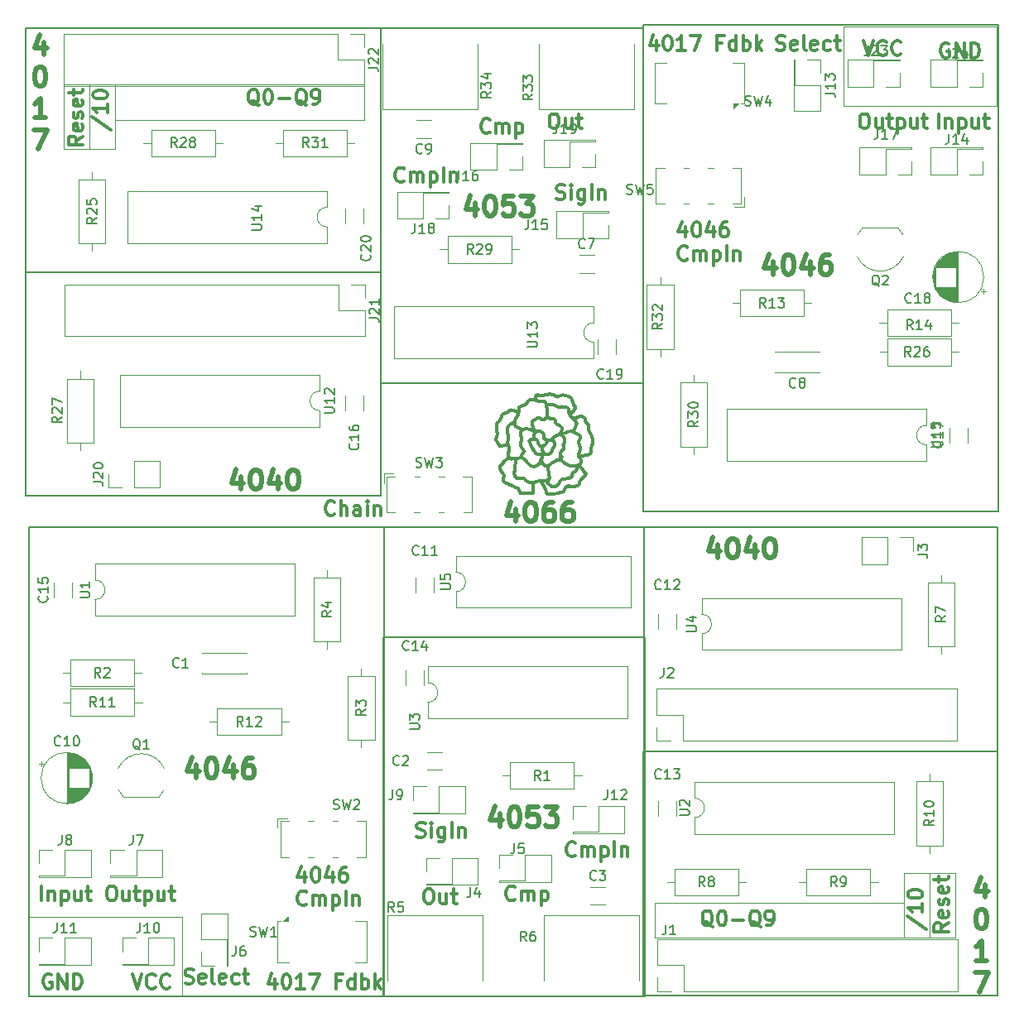
<source format=gbr>
%TF.GenerationSoftware,KiCad,Pcbnew,9.0.1*%
%TF.CreationDate,2025-05-24T15:04:36+02:00*%
%TF.ProjectId,kleingorium,6b6c6569-6e67-46f7-9269-756d2e6b6963,rev?*%
%TF.SameCoordinates,Original*%
%TF.FileFunction,Legend,Top*%
%TF.FilePolarity,Positive*%
%FSLAX46Y46*%
G04 Gerber Fmt 4.6, Leading zero omitted, Abs format (unit mm)*
G04 Created by KiCad (PCBNEW 9.0.1) date 2025-05-24 15:04:36*
%MOMM*%
%LPD*%
G01*
G04 APERTURE LIST*
%ADD10C,0.500000*%
%ADD11C,0.300000*%
%ADD12C,0.100000*%
%ADD13C,0.200000*%
%ADD14C,0.000000*%
%ADD15C,0.150000*%
%ADD16C,0.120000*%
G04 APERTURE END LIST*
D10*
X185322280Y-135136240D02*
X185322280Y-136469574D01*
X184846089Y-134374336D02*
X184369899Y-135802907D01*
X184369899Y-135802907D02*
X185607994Y-135802907D01*
X184846089Y-137689462D02*
X185036566Y-137689462D01*
X185036566Y-137689462D02*
X185227042Y-137784700D01*
X185227042Y-137784700D02*
X185322280Y-137879938D01*
X185322280Y-137879938D02*
X185417518Y-138070414D01*
X185417518Y-138070414D02*
X185512756Y-138451366D01*
X185512756Y-138451366D02*
X185512756Y-138927557D01*
X185512756Y-138927557D02*
X185417518Y-139308509D01*
X185417518Y-139308509D02*
X185322280Y-139498985D01*
X185322280Y-139498985D02*
X185227042Y-139594224D01*
X185227042Y-139594224D02*
X185036566Y-139689462D01*
X185036566Y-139689462D02*
X184846089Y-139689462D01*
X184846089Y-139689462D02*
X184655613Y-139594224D01*
X184655613Y-139594224D02*
X184560375Y-139498985D01*
X184560375Y-139498985D02*
X184465137Y-139308509D01*
X184465137Y-139308509D02*
X184369899Y-138927557D01*
X184369899Y-138927557D02*
X184369899Y-138451366D01*
X184369899Y-138451366D02*
X184465137Y-138070414D01*
X184465137Y-138070414D02*
X184560375Y-137879938D01*
X184560375Y-137879938D02*
X184655613Y-137784700D01*
X184655613Y-137784700D02*
X184846089Y-137689462D01*
X185512756Y-142909350D02*
X184369899Y-142909350D01*
X184941327Y-142909350D02*
X184941327Y-140909350D01*
X184941327Y-140909350D02*
X184750851Y-141195064D01*
X184750851Y-141195064D02*
X184560375Y-141385540D01*
X184560375Y-141385540D02*
X184369899Y-141480778D01*
X184274661Y-144129238D02*
X185607994Y-144129238D01*
X185607994Y-144129238D02*
X184750851Y-146129238D01*
D11*
X172840225Y-48800828D02*
X173340225Y-50300828D01*
X173340225Y-50300828D02*
X173840225Y-48800828D01*
X175197367Y-50157971D02*
X175125939Y-50229400D01*
X175125939Y-50229400D02*
X174911653Y-50300828D01*
X174911653Y-50300828D02*
X174768796Y-50300828D01*
X174768796Y-50300828D02*
X174554510Y-50229400D01*
X174554510Y-50229400D02*
X174411653Y-50086542D01*
X174411653Y-50086542D02*
X174340224Y-49943685D01*
X174340224Y-49943685D02*
X174268796Y-49657971D01*
X174268796Y-49657971D02*
X174268796Y-49443685D01*
X174268796Y-49443685D02*
X174340224Y-49157971D01*
X174340224Y-49157971D02*
X174411653Y-49015114D01*
X174411653Y-49015114D02*
X174554510Y-48872257D01*
X174554510Y-48872257D02*
X174768796Y-48800828D01*
X174768796Y-48800828D02*
X174911653Y-48800828D01*
X174911653Y-48800828D02*
X175125939Y-48872257D01*
X175125939Y-48872257D02*
X175197367Y-48943685D01*
X176697367Y-50157971D02*
X176625939Y-50229400D01*
X176625939Y-50229400D02*
X176411653Y-50300828D01*
X176411653Y-50300828D02*
X176268796Y-50300828D01*
X176268796Y-50300828D02*
X176054510Y-50229400D01*
X176054510Y-50229400D02*
X175911653Y-50086542D01*
X175911653Y-50086542D02*
X175840224Y-49943685D01*
X175840224Y-49943685D02*
X175768796Y-49657971D01*
X175768796Y-49657971D02*
X175768796Y-49443685D01*
X175768796Y-49443685D02*
X175840224Y-49157971D01*
X175840224Y-49157971D02*
X175911653Y-49015114D01*
X175911653Y-49015114D02*
X176054510Y-48872257D01*
X176054510Y-48872257D02*
X176268796Y-48800828D01*
X176268796Y-48800828D02*
X176411653Y-48800828D01*
X176411653Y-48800828D02*
X176625939Y-48872257D01*
X176625939Y-48872257D02*
X176697367Y-48943685D01*
X181590225Y-49122257D02*
X181447368Y-49050828D01*
X181447368Y-49050828D02*
X181233082Y-49050828D01*
X181233082Y-49050828D02*
X181018796Y-49122257D01*
X181018796Y-49122257D02*
X180875939Y-49265114D01*
X180875939Y-49265114D02*
X180804510Y-49407971D01*
X180804510Y-49407971D02*
X180733082Y-49693685D01*
X180733082Y-49693685D02*
X180733082Y-49907971D01*
X180733082Y-49907971D02*
X180804510Y-50193685D01*
X180804510Y-50193685D02*
X180875939Y-50336542D01*
X180875939Y-50336542D02*
X181018796Y-50479400D01*
X181018796Y-50479400D02*
X181233082Y-50550828D01*
X181233082Y-50550828D02*
X181375939Y-50550828D01*
X181375939Y-50550828D02*
X181590225Y-50479400D01*
X181590225Y-50479400D02*
X181661653Y-50407971D01*
X181661653Y-50407971D02*
X181661653Y-49907971D01*
X181661653Y-49907971D02*
X181375939Y-49907971D01*
X182304510Y-50550828D02*
X182304510Y-49050828D01*
X182304510Y-49050828D02*
X183161653Y-50550828D01*
X183161653Y-50550828D02*
X183161653Y-49050828D01*
X183875939Y-50550828D02*
X183875939Y-49050828D01*
X183875939Y-49050828D02*
X184233082Y-49050828D01*
X184233082Y-49050828D02*
X184447368Y-49122257D01*
X184447368Y-49122257D02*
X184590225Y-49265114D01*
X184590225Y-49265114D02*
X184661654Y-49407971D01*
X184661654Y-49407971D02*
X184733082Y-49693685D01*
X184733082Y-49693685D02*
X184733082Y-49907971D01*
X184733082Y-49907971D02*
X184661654Y-50193685D01*
X184661654Y-50193685D02*
X184590225Y-50336542D01*
X184590225Y-50336542D02*
X184447368Y-50479400D01*
X184447368Y-50479400D02*
X184233082Y-50550828D01*
X184233082Y-50550828D02*
X183875939Y-50550828D01*
X89810225Y-144372257D02*
X89667368Y-144300828D01*
X89667368Y-144300828D02*
X89453082Y-144300828D01*
X89453082Y-144300828D02*
X89238796Y-144372257D01*
X89238796Y-144372257D02*
X89095939Y-144515114D01*
X89095939Y-144515114D02*
X89024510Y-144657971D01*
X89024510Y-144657971D02*
X88953082Y-144943685D01*
X88953082Y-144943685D02*
X88953082Y-145157971D01*
X88953082Y-145157971D02*
X89024510Y-145443685D01*
X89024510Y-145443685D02*
X89095939Y-145586542D01*
X89095939Y-145586542D02*
X89238796Y-145729400D01*
X89238796Y-145729400D02*
X89453082Y-145800828D01*
X89453082Y-145800828D02*
X89595939Y-145800828D01*
X89595939Y-145800828D02*
X89810225Y-145729400D01*
X89810225Y-145729400D02*
X89881653Y-145657971D01*
X89881653Y-145657971D02*
X89881653Y-145157971D01*
X89881653Y-145157971D02*
X89595939Y-145157971D01*
X90524510Y-145800828D02*
X90524510Y-144300828D01*
X90524510Y-144300828D02*
X91381653Y-145800828D01*
X91381653Y-145800828D02*
X91381653Y-144300828D01*
X92095939Y-145800828D02*
X92095939Y-144300828D01*
X92095939Y-144300828D02*
X92453082Y-144300828D01*
X92453082Y-144300828D02*
X92667368Y-144372257D01*
X92667368Y-144372257D02*
X92810225Y-144515114D01*
X92810225Y-144515114D02*
X92881654Y-144657971D01*
X92881654Y-144657971D02*
X92953082Y-144943685D01*
X92953082Y-144943685D02*
X92953082Y-145157971D01*
X92953082Y-145157971D02*
X92881654Y-145443685D01*
X92881654Y-145443685D02*
X92810225Y-145586542D01*
X92810225Y-145586542D02*
X92667368Y-145729400D01*
X92667368Y-145729400D02*
X92453082Y-145800828D01*
X92453082Y-145800828D02*
X92095939Y-145800828D01*
X98075225Y-144300828D02*
X98575225Y-145800828D01*
X98575225Y-145800828D02*
X99075225Y-144300828D01*
X100432367Y-145657971D02*
X100360939Y-145729400D01*
X100360939Y-145729400D02*
X100146653Y-145800828D01*
X100146653Y-145800828D02*
X100003796Y-145800828D01*
X100003796Y-145800828D02*
X99789510Y-145729400D01*
X99789510Y-145729400D02*
X99646653Y-145586542D01*
X99646653Y-145586542D02*
X99575224Y-145443685D01*
X99575224Y-145443685D02*
X99503796Y-145157971D01*
X99503796Y-145157971D02*
X99503796Y-144943685D01*
X99503796Y-144943685D02*
X99575224Y-144657971D01*
X99575224Y-144657971D02*
X99646653Y-144515114D01*
X99646653Y-144515114D02*
X99789510Y-144372257D01*
X99789510Y-144372257D02*
X100003796Y-144300828D01*
X100003796Y-144300828D02*
X100146653Y-144300828D01*
X100146653Y-144300828D02*
X100360939Y-144372257D01*
X100360939Y-144372257D02*
X100432367Y-144443685D01*
X101932367Y-145657971D02*
X101860939Y-145729400D01*
X101860939Y-145729400D02*
X101646653Y-145800828D01*
X101646653Y-145800828D02*
X101503796Y-145800828D01*
X101503796Y-145800828D02*
X101289510Y-145729400D01*
X101289510Y-145729400D02*
X101146653Y-145586542D01*
X101146653Y-145586542D02*
X101075224Y-145443685D01*
X101075224Y-145443685D02*
X101003796Y-145157971D01*
X101003796Y-145157971D02*
X101003796Y-144943685D01*
X101003796Y-144943685D02*
X101075224Y-144657971D01*
X101075224Y-144657971D02*
X101146653Y-144515114D01*
X101146653Y-144515114D02*
X101289510Y-144372257D01*
X101289510Y-144372257D02*
X101503796Y-144300828D01*
X101503796Y-144300828D02*
X101646653Y-144300828D01*
X101646653Y-144300828D02*
X101860939Y-144372257D01*
X101860939Y-144372257D02*
X101932367Y-144443685D01*
X103483082Y-145229400D02*
X103697368Y-145300828D01*
X103697368Y-145300828D02*
X104054510Y-145300828D01*
X104054510Y-145300828D02*
X104197368Y-145229400D01*
X104197368Y-145229400D02*
X104268796Y-145157971D01*
X104268796Y-145157971D02*
X104340225Y-145015114D01*
X104340225Y-145015114D02*
X104340225Y-144872257D01*
X104340225Y-144872257D02*
X104268796Y-144729400D01*
X104268796Y-144729400D02*
X104197368Y-144657971D01*
X104197368Y-144657971D02*
X104054510Y-144586542D01*
X104054510Y-144586542D02*
X103768796Y-144515114D01*
X103768796Y-144515114D02*
X103625939Y-144443685D01*
X103625939Y-144443685D02*
X103554510Y-144372257D01*
X103554510Y-144372257D02*
X103483082Y-144229400D01*
X103483082Y-144229400D02*
X103483082Y-144086542D01*
X103483082Y-144086542D02*
X103554510Y-143943685D01*
X103554510Y-143943685D02*
X103625939Y-143872257D01*
X103625939Y-143872257D02*
X103768796Y-143800828D01*
X103768796Y-143800828D02*
X104125939Y-143800828D01*
X104125939Y-143800828D02*
X104340225Y-143872257D01*
X105554510Y-145229400D02*
X105411653Y-145300828D01*
X105411653Y-145300828D02*
X105125939Y-145300828D01*
X105125939Y-145300828D02*
X104983081Y-145229400D01*
X104983081Y-145229400D02*
X104911653Y-145086542D01*
X104911653Y-145086542D02*
X104911653Y-144515114D01*
X104911653Y-144515114D02*
X104983081Y-144372257D01*
X104983081Y-144372257D02*
X105125939Y-144300828D01*
X105125939Y-144300828D02*
X105411653Y-144300828D01*
X105411653Y-144300828D02*
X105554510Y-144372257D01*
X105554510Y-144372257D02*
X105625939Y-144515114D01*
X105625939Y-144515114D02*
X105625939Y-144657971D01*
X105625939Y-144657971D02*
X104911653Y-144800828D01*
X106483081Y-145300828D02*
X106340224Y-145229400D01*
X106340224Y-145229400D02*
X106268795Y-145086542D01*
X106268795Y-145086542D02*
X106268795Y-143800828D01*
X107625938Y-145229400D02*
X107483081Y-145300828D01*
X107483081Y-145300828D02*
X107197367Y-145300828D01*
X107197367Y-145300828D02*
X107054509Y-145229400D01*
X107054509Y-145229400D02*
X106983081Y-145086542D01*
X106983081Y-145086542D02*
X106983081Y-144515114D01*
X106983081Y-144515114D02*
X107054509Y-144372257D01*
X107054509Y-144372257D02*
X107197367Y-144300828D01*
X107197367Y-144300828D02*
X107483081Y-144300828D01*
X107483081Y-144300828D02*
X107625938Y-144372257D01*
X107625938Y-144372257D02*
X107697367Y-144515114D01*
X107697367Y-144515114D02*
X107697367Y-144657971D01*
X107697367Y-144657971D02*
X106983081Y-144800828D01*
X108983081Y-145229400D02*
X108840223Y-145300828D01*
X108840223Y-145300828D02*
X108554509Y-145300828D01*
X108554509Y-145300828D02*
X108411652Y-145229400D01*
X108411652Y-145229400D02*
X108340223Y-145157971D01*
X108340223Y-145157971D02*
X108268795Y-145015114D01*
X108268795Y-145015114D02*
X108268795Y-144586542D01*
X108268795Y-144586542D02*
X108340223Y-144443685D01*
X108340223Y-144443685D02*
X108411652Y-144372257D01*
X108411652Y-144372257D02*
X108554509Y-144300828D01*
X108554509Y-144300828D02*
X108840223Y-144300828D01*
X108840223Y-144300828D02*
X108983081Y-144372257D01*
X109411652Y-144300828D02*
X109983080Y-144300828D01*
X109625937Y-143800828D02*
X109625937Y-145086542D01*
X109625937Y-145086542D02*
X109697366Y-145229400D01*
X109697366Y-145229400D02*
X109840223Y-145300828D01*
X109840223Y-145300828D02*
X109983080Y-145300828D01*
D12*
X87500000Y-138500000D02*
X103205000Y-138500000D01*
X103205000Y-146625000D01*
X87500000Y-146625000D01*
X87500000Y-138500000D01*
D13*
X123760000Y-109805000D02*
X150500000Y-109805000D01*
X150500000Y-146625000D01*
X123760000Y-146625000D01*
X123760000Y-109805000D01*
X150320000Y-121550000D02*
X186550000Y-121550000D01*
X186550000Y-146500000D01*
X150320000Y-146500000D01*
X150320000Y-121550000D01*
D12*
X170795000Y-47375000D02*
X186500000Y-47375000D01*
X186500000Y-55500000D01*
X170795000Y-55500000D01*
X170795000Y-47375000D01*
D13*
X87150000Y-72500000D02*
X123500000Y-72500000D01*
X123500000Y-95385000D01*
X87150000Y-95385000D01*
X87150000Y-72500000D01*
D12*
X96295000Y-53310000D02*
X121795000Y-53310000D01*
X121795000Y-56890000D01*
X96295000Y-56890000D01*
X96295000Y-53310000D01*
D13*
X87500000Y-98615000D02*
X123845000Y-98615000D01*
X123845000Y-146625000D01*
X87500000Y-146625000D01*
X87500000Y-98615000D01*
X150345000Y-47195000D02*
X186690000Y-47195000D01*
X186690000Y-96955000D01*
X150345000Y-96955000D01*
X150345000Y-47195000D01*
D14*
G36*
X140848153Y-84819240D02*
G01*
X140916174Y-84824072D01*
X140984400Y-84832493D01*
X141052664Y-84844466D01*
X141120798Y-84859953D01*
X141188637Y-84878916D01*
X141256014Y-84901317D01*
X141322763Y-84927119D01*
X141388715Y-84956283D01*
X141453706Y-84988773D01*
X141517568Y-85024549D01*
X141580134Y-85063574D01*
X141583563Y-85061563D01*
X141658830Y-85019403D01*
X141703967Y-84996943D01*
X141754547Y-84974898D01*
X141810899Y-84954268D01*
X141873352Y-84936054D01*
X141942238Y-84921256D01*
X142017884Y-84910877D01*
X142100622Y-84905915D01*
X142190781Y-84907373D01*
X142288691Y-84916250D01*
X142394682Y-84933549D01*
X142509083Y-84960268D01*
X142632224Y-84997410D01*
X142764436Y-85045974D01*
X142906047Y-85106962D01*
X142929309Y-85118272D01*
X142951484Y-85130212D01*
X142972605Y-85142759D01*
X142992707Y-85155885D01*
X143011823Y-85169566D01*
X143029986Y-85183776D01*
X143047232Y-85198490D01*
X143063592Y-85213682D01*
X143079101Y-85229327D01*
X143093792Y-85245399D01*
X143120856Y-85278725D01*
X143145054Y-85313454D01*
X143166654Y-85349385D01*
X143185927Y-85386312D01*
X143203141Y-85424033D01*
X143218565Y-85462344D01*
X143232470Y-85501041D01*
X143245124Y-85539921D01*
X143256796Y-85578780D01*
X143278273Y-85655620D01*
X143295568Y-85718032D01*
X143314145Y-85780753D01*
X143324270Y-85812161D01*
X143335142Y-85843565D01*
X143346903Y-85874937D01*
X143359697Y-85906249D01*
X143373665Y-85937476D01*
X143388949Y-85968589D01*
X143405692Y-85999562D01*
X143424036Y-86030366D01*
X143444123Y-86060975D01*
X143466096Y-86091362D01*
X143490096Y-86121498D01*
X143516267Y-86151358D01*
X143529872Y-86167414D01*
X143541676Y-86183959D01*
X143551735Y-86200971D01*
X143560102Y-86218428D01*
X143566834Y-86236311D01*
X143571984Y-86254598D01*
X143575608Y-86273268D01*
X143577761Y-86292301D01*
X143578497Y-86311674D01*
X143577872Y-86331367D01*
X143575940Y-86351360D01*
X143572756Y-86371630D01*
X143568376Y-86392158D01*
X143562853Y-86412922D01*
X143548602Y-86455073D01*
X143530442Y-86497917D01*
X143508811Y-86541285D01*
X143484151Y-86585009D01*
X143456898Y-86628921D01*
X143427494Y-86672854D01*
X143396377Y-86716638D01*
X143330760Y-86803091D01*
X143292128Y-86851448D01*
X143253598Y-86898169D01*
X143215902Y-86942652D01*
X143179771Y-86984292D01*
X143145938Y-87022487D01*
X143115133Y-87056634D01*
X143065540Y-87110372D01*
X143085197Y-87136328D01*
X143105794Y-87162910D01*
X143127329Y-87190237D01*
X143149802Y-87218430D01*
X143159692Y-87230487D01*
X143170394Y-87242981D01*
X143181849Y-87255883D01*
X143193995Y-87269168D01*
X143206774Y-87282809D01*
X143220125Y-87296778D01*
X143248304Y-87325597D01*
X143365263Y-87262399D01*
X143433733Y-87228571D01*
X143507605Y-87195058D01*
X143585938Y-87163213D01*
X143667788Y-87134388D01*
X143752214Y-87109934D01*
X143838273Y-87091204D01*
X143881620Y-87084408D01*
X143925022Y-87079550D01*
X143968361Y-87076798D01*
X144011520Y-87076323D01*
X144054379Y-87078292D01*
X144096822Y-87082875D01*
X144138731Y-87090241D01*
X144179987Y-87100558D01*
X144220474Y-87113997D01*
X144260072Y-87130725D01*
X144298666Y-87150911D01*
X144336135Y-87174726D01*
X144372364Y-87202337D01*
X144407234Y-87233914D01*
X144440626Y-87269626D01*
X144472424Y-87309641D01*
X144486738Y-87329896D01*
X144499831Y-87349896D01*
X144511780Y-87369641D01*
X144522661Y-87389130D01*
X144532552Y-87408362D01*
X144541529Y-87427336D01*
X144549670Y-87446051D01*
X144557051Y-87464505D01*
X144563750Y-87482698D01*
X144569843Y-87500628D01*
X144580520Y-87535696D01*
X144589698Y-87569701D01*
X144597993Y-87602635D01*
X144608778Y-87644889D01*
X144614618Y-87665763D01*
X144621066Y-87686624D01*
X144628355Y-87707592D01*
X144636719Y-87728783D01*
X144646391Y-87750315D01*
X144657603Y-87772306D01*
X144670589Y-87794875D01*
X144685582Y-87818138D01*
X144702814Y-87842215D01*
X144722520Y-87867221D01*
X144744931Y-87893276D01*
X144770281Y-87920497D01*
X144798802Y-87949001D01*
X144830729Y-87978908D01*
X144840992Y-87988654D01*
X144850610Y-87998627D01*
X144859602Y-88008818D01*
X144867990Y-88019214D01*
X144875794Y-88029807D01*
X144883036Y-88040585D01*
X144895915Y-88062654D01*
X144906794Y-88085339D01*
X144915839Y-88108554D01*
X144923218Y-88132215D01*
X144929098Y-88156240D01*
X144933644Y-88180542D01*
X144937025Y-88205039D01*
X144939407Y-88229646D01*
X144940956Y-88254279D01*
X144942226Y-88303285D01*
X144942170Y-88351385D01*
X144942136Y-88411285D01*
X144943977Y-88473398D01*
X144946190Y-88505362D01*
X144949579Y-88537973D01*
X144954379Y-88571261D01*
X144960827Y-88605258D01*
X144969157Y-88639994D01*
X144979606Y-88675501D01*
X144992410Y-88711810D01*
X145007804Y-88748952D01*
X145026023Y-88786957D01*
X145047304Y-88825858D01*
X145071883Y-88865684D01*
X145099994Y-88906467D01*
X145099995Y-88906465D01*
X145131789Y-88955457D01*
X145163372Y-89013977D01*
X145194349Y-89080660D01*
X145224328Y-89154137D01*
X145252915Y-89233041D01*
X145279718Y-89316005D01*
X145304342Y-89401662D01*
X145326396Y-89488645D01*
X145345485Y-89575585D01*
X145361217Y-89661116D01*
X145373199Y-89743870D01*
X145381037Y-89822479D01*
X145384338Y-89895578D01*
X145382709Y-89961798D01*
X145375757Y-90019771D01*
X145370162Y-90045239D01*
X145363088Y-90068132D01*
X145359455Y-90077547D01*
X145355503Y-90086708D01*
X145351239Y-90095606D01*
X145346672Y-90104235D01*
X145341807Y-90112587D01*
X145336653Y-90120658D01*
X145331216Y-90128438D01*
X145325504Y-90135923D01*
X145319524Y-90143104D01*
X145313282Y-90149974D01*
X145306787Y-90156528D01*
X145300046Y-90162759D01*
X145293065Y-90168658D01*
X145285851Y-90174220D01*
X145278413Y-90179438D01*
X145270757Y-90184305D01*
X145261412Y-90207638D01*
X145251997Y-90237057D01*
X145233330Y-90311657D01*
X145215498Y-90403110D01*
X145199244Y-90506420D01*
X145185309Y-90616591D01*
X145174437Y-90728627D01*
X145167369Y-90837533D01*
X145164848Y-90938313D01*
X145163501Y-90968080D01*
X145159517Y-90996510D01*
X145152984Y-91023645D01*
X145143990Y-91049529D01*
X145132624Y-91074204D01*
X145118972Y-91097713D01*
X145103124Y-91120097D01*
X145085167Y-91141400D01*
X145065189Y-91161665D01*
X145043278Y-91180933D01*
X144994009Y-91216650D01*
X144938063Y-91248894D01*
X144876143Y-91278004D01*
X144808954Y-91304321D01*
X144737199Y-91328186D01*
X144661582Y-91349938D01*
X144582805Y-91369920D01*
X144418590Y-91405931D01*
X144250182Y-91438943D01*
X144160475Y-91456330D01*
X144117166Y-91464939D01*
X144075190Y-91473529D01*
X144087373Y-91496177D01*
X144098695Y-91520348D01*
X144109085Y-91546011D01*
X144118471Y-91573137D01*
X144126782Y-91601696D01*
X144133945Y-91631658D01*
X144139890Y-91662995D01*
X144144545Y-91695675D01*
X144147837Y-91729670D01*
X144149695Y-91764949D01*
X144150047Y-91801483D01*
X144148823Y-91839242D01*
X144145949Y-91878196D01*
X144141354Y-91918316D01*
X144134968Y-91959572D01*
X144126717Y-92001933D01*
X144122794Y-92019398D01*
X144118590Y-92036558D01*
X144114108Y-92053409D01*
X144109351Y-92069950D01*
X144104323Y-92086177D01*
X144099027Y-92102087D01*
X144093467Y-92117678D01*
X144087646Y-92132946D01*
X144081567Y-92147888D01*
X144075235Y-92162502D01*
X144068652Y-92176785D01*
X144061822Y-92190733D01*
X144054748Y-92204345D01*
X144047434Y-92217616D01*
X144039883Y-92230544D01*
X144032099Y-92243127D01*
X144642982Y-93066491D01*
X144647786Y-93073303D01*
X144652215Y-93080271D01*
X144656272Y-93087382D01*
X144659958Y-93094624D01*
X144663274Y-93101983D01*
X144666222Y-93109446D01*
X144668802Y-93117001D01*
X144671017Y-93124635D01*
X144672868Y-93132334D01*
X144674355Y-93140085D01*
X144675481Y-93147877D01*
X144676248Y-93155695D01*
X144676655Y-93163527D01*
X144676705Y-93171360D01*
X144676400Y-93179181D01*
X144675740Y-93186977D01*
X144674726Y-93194734D01*
X144673361Y-93202441D01*
X144671646Y-93210084D01*
X144669582Y-93217651D01*
X144667171Y-93225127D01*
X144664413Y-93232501D01*
X144661311Y-93239759D01*
X144657865Y-93246888D01*
X144654078Y-93253876D01*
X144649950Y-93260710D01*
X144645483Y-93267376D01*
X144640678Y-93273861D01*
X144635537Y-93280154D01*
X144630061Y-93286240D01*
X144624252Y-93292106D01*
X144618110Y-93297741D01*
X144556216Y-93352906D01*
X144495481Y-93409063D01*
X144436282Y-93465769D01*
X144378995Y-93522581D01*
X144323997Y-93579055D01*
X144271666Y-93634748D01*
X144222378Y-93689216D01*
X144176510Y-93742016D01*
X144134439Y-93792704D01*
X144096542Y-93840838D01*
X144063196Y-93885973D01*
X144034778Y-93927667D01*
X144011664Y-93965475D01*
X143994233Y-93998955D01*
X143987765Y-94013933D01*
X143982859Y-94027662D01*
X143979562Y-94040088D01*
X143977921Y-94051154D01*
X143972932Y-94099101D01*
X143965528Y-94144634D01*
X143960917Y-94166499D01*
X143955698Y-94187765D01*
X143949870Y-94208435D01*
X143943431Y-94228509D01*
X143936381Y-94247989D01*
X143928719Y-94266877D01*
X143920441Y-94285175D01*
X143911549Y-94302884D01*
X143902039Y-94320006D01*
X143891912Y-94336542D01*
X143881165Y-94352495D01*
X143869798Y-94367866D01*
X143857808Y-94382656D01*
X143845195Y-94396867D01*
X143831958Y-94410501D01*
X143818095Y-94423559D01*
X143803604Y-94436044D01*
X143788486Y-94447956D01*
X143772737Y-94459297D01*
X143756358Y-94470070D01*
X143739346Y-94480275D01*
X143721700Y-94489915D01*
X143703420Y-94498990D01*
X143684503Y-94507503D01*
X143664949Y-94515456D01*
X143644756Y-94522849D01*
X143623923Y-94529685D01*
X143602449Y-94535965D01*
X143567391Y-94544760D01*
X143530885Y-94552270D01*
X143492834Y-94558574D01*
X143453141Y-94563751D01*
X143368443Y-94571044D01*
X143276014Y-94574784D01*
X143175078Y-94575606D01*
X143064858Y-94574146D01*
X142813466Y-94566918D01*
X142658248Y-94562071D01*
X142657144Y-94562044D01*
X142656033Y-94562031D01*
X142653836Y-94562025D01*
X142636061Y-94563113D01*
X142619094Y-94566285D01*
X142602918Y-94571404D01*
X142587518Y-94578330D01*
X142572877Y-94586926D01*
X142558980Y-94597053D01*
X142545811Y-94608574D01*
X142533353Y-94621349D01*
X142521590Y-94635242D01*
X142510506Y-94650113D01*
X142500086Y-94665824D01*
X142490312Y-94682238D01*
X142472643Y-94716620D01*
X142457370Y-94752152D01*
X142444365Y-94787730D01*
X142433499Y-94822248D01*
X142424644Y-94854600D01*
X142417671Y-94883680D01*
X142408859Y-94927605D01*
X142406036Y-94945178D01*
X142405201Y-94951314D01*
X142404152Y-94957386D01*
X142402892Y-94963389D01*
X142401424Y-94969317D01*
X142399753Y-94975168D01*
X142397882Y-94980935D01*
X142393553Y-94992206D01*
X142388465Y-95003094D01*
X142382648Y-95013564D01*
X142376129Y-95023581D01*
X142368937Y-95033111D01*
X142361101Y-95042118D01*
X142352647Y-95050568D01*
X142343606Y-95058425D01*
X142334005Y-95065654D01*
X142323873Y-95072220D01*
X142318616Y-95075244D01*
X142313237Y-95078089D01*
X142307740Y-95080751D01*
X142302127Y-95083226D01*
X142296403Y-95085508D01*
X142290571Y-95087595D01*
X142223231Y-95109614D01*
X142059913Y-95160074D01*
X141950388Y-95192050D01*
X141826622Y-95226432D01*
X141691863Y-95261653D01*
X141549365Y-95296144D01*
X141427934Y-95323008D01*
X141315678Y-95345417D01*
X141212194Y-95363641D01*
X141117077Y-95377948D01*
X141029925Y-95388608D01*
X140950335Y-95395889D01*
X140877904Y-95400060D01*
X140812228Y-95401391D01*
X140775037Y-95400916D01*
X140740149Y-95399534D01*
X140707472Y-95397305D01*
X140676910Y-95394294D01*
X140648369Y-95390562D01*
X140621755Y-95386171D01*
X140596974Y-95381185D01*
X140573932Y-95375665D01*
X140552533Y-95369674D01*
X140532685Y-95363274D01*
X140514293Y-95356527D01*
X140497262Y-95349496D01*
X140481499Y-95342244D01*
X140466908Y-95334832D01*
X140453397Y-95327324D01*
X140440870Y-95319781D01*
X140425087Y-95309345D01*
X140410064Y-95298248D01*
X140395818Y-95286513D01*
X140382361Y-95274162D01*
X140369709Y-95261217D01*
X140357877Y-95247702D01*
X140346879Y-95233637D01*
X140336730Y-95219047D01*
X140327444Y-95203952D01*
X140319036Y-95188376D01*
X140311521Y-95172341D01*
X140304913Y-95155869D01*
X140299227Y-95138983D01*
X140294477Y-95121705D01*
X140290679Y-95104057D01*
X140287847Y-95086063D01*
X140276739Y-95022287D01*
X140259803Y-94954824D01*
X140237742Y-94884464D01*
X140211258Y-94811994D01*
X140181053Y-94738202D01*
X140147830Y-94663878D01*
X140112291Y-94589810D01*
X140075139Y-94516785D01*
X140037077Y-94445593D01*
X139998807Y-94377021D01*
X139924452Y-94250894D01*
X139857695Y-94144711D01*
X139804157Y-94064778D01*
X139802051Y-94061676D01*
X139800036Y-94058541D01*
X139798107Y-94055376D01*
X139796259Y-94052183D01*
X139794488Y-94048964D01*
X139792790Y-94045722D01*
X139791160Y-94042459D01*
X139789595Y-94039176D01*
X139730900Y-94044172D01*
X139673992Y-94049715D01*
X139619417Y-94055937D01*
X139567723Y-94062970D01*
X139519456Y-94070944D01*
X139496779Y-94075326D01*
X139475163Y-94079992D01*
X139454676Y-94084960D01*
X139435389Y-94090245D01*
X139417367Y-94095864D01*
X139400681Y-94101834D01*
X139379543Y-94109770D01*
X139358493Y-94117299D01*
X139337533Y-94124435D01*
X139316663Y-94131189D01*
X139295884Y-94137576D01*
X139275197Y-94143609D01*
X139254603Y-94149300D01*
X139234102Y-94154663D01*
X139246903Y-95090246D01*
X139246816Y-95098638D01*
X139246329Y-95106935D01*
X139245450Y-95115129D01*
X139244189Y-95123210D01*
X139242555Y-95131167D01*
X139240556Y-95138991D01*
X139238201Y-95146673D01*
X139235500Y-95154201D01*
X139232462Y-95161566D01*
X139229094Y-95168759D01*
X139225407Y-95175770D01*
X139221408Y-95182588D01*
X139217108Y-95189204D01*
X139212514Y-95195609D01*
X139207637Y-95201791D01*
X139202484Y-95207742D01*
X139197065Y-95213452D01*
X139191388Y-95218910D01*
X139185463Y-95224108D01*
X139179298Y-95229034D01*
X139172902Y-95233679D01*
X139166285Y-95238034D01*
X139159455Y-95242088D01*
X139152421Y-95245832D01*
X139145192Y-95249256D01*
X139137777Y-95252350D01*
X139130185Y-95255104D01*
X139122425Y-95257508D01*
X139114505Y-95259553D01*
X139106435Y-95261228D01*
X139098223Y-95262525D01*
X139089879Y-95263432D01*
X138899067Y-95278981D01*
X138727341Y-95291899D01*
X138573650Y-95302358D01*
X138436941Y-95310529D01*
X138316161Y-95316585D01*
X138210258Y-95320698D01*
X138118181Y-95323039D01*
X138038877Y-95323782D01*
X138015300Y-95323705D01*
X137992965Y-95323478D01*
X137971833Y-95323109D01*
X137951868Y-95322602D01*
X137933030Y-95321964D01*
X137915283Y-95321202D01*
X137898587Y-95320321D01*
X137882905Y-95319328D01*
X137868200Y-95318229D01*
X137854432Y-95317030D01*
X137841564Y-95315737D01*
X137829559Y-95314357D01*
X137818377Y-95312896D01*
X137807981Y-95311360D01*
X137798334Y-95309756D01*
X137789397Y-95308089D01*
X137781131Y-95306365D01*
X137773500Y-95304592D01*
X137766466Y-95302775D01*
X137759989Y-95300920D01*
X137754032Y-95299034D01*
X137748558Y-95297123D01*
X137743528Y-95295192D01*
X137738904Y-95293249D01*
X137734649Y-95291300D01*
X137730724Y-95289350D01*
X137723712Y-95285475D01*
X137717566Y-95281673D01*
X137711982Y-95277994D01*
X137696847Y-95266992D01*
X137682720Y-95254888D01*
X137669518Y-95241712D01*
X137657159Y-95227495D01*
X137645559Y-95212267D01*
X137634637Y-95196058D01*
X137624309Y-95178898D01*
X137614493Y-95160818D01*
X137605107Y-95141848D01*
X137596068Y-95122017D01*
X137587292Y-95101357D01*
X137578699Y-95079898D01*
X137561726Y-95034701D01*
X137544488Y-94986669D01*
X137522803Y-94926729D01*
X137510043Y-94893106D01*
X137496525Y-94859437D01*
X137482643Y-94827515D01*
X137475687Y-94812770D01*
X137468786Y-94799132D01*
X137461990Y-94786828D01*
X137455347Y-94776081D01*
X137448906Y-94767114D01*
X137442716Y-94760152D01*
X137349728Y-94716659D01*
X137238344Y-94665800D01*
X136979965Y-94549590D01*
X136655666Y-94403513D01*
X136514215Y-94338850D01*
X136388059Y-94280107D01*
X136278321Y-94227536D01*
X136186121Y-94181389D01*
X136112584Y-94141920D01*
X136083164Y-94124767D01*
X136058830Y-94109379D01*
X136038439Y-94094592D01*
X136019626Y-94078535D01*
X136002335Y-94061280D01*
X135986512Y-94042894D01*
X135972101Y-94023449D01*
X135959048Y-94003014D01*
X135947298Y-93981659D01*
X135936796Y-93959454D01*
X135927487Y-93936468D01*
X135919316Y-93912771D01*
X135906170Y-93863525D01*
X135896920Y-93812272D01*
X135891125Y-93759573D01*
X135888347Y-93705985D01*
X135888147Y-93652066D01*
X135890086Y-93598375D01*
X135893725Y-93545470D01*
X135904348Y-93444253D01*
X135916505Y-93352880D01*
X135919771Y-93329063D01*
X135922814Y-93306086D01*
X135913553Y-93290171D01*
X135902204Y-93271602D01*
X135875048Y-93228940D01*
X135844961Y-93182978D01*
X135815556Y-93138593D01*
X135736326Y-93017818D01*
X135699628Y-92960244D01*
X135665144Y-92904500D01*
X135633074Y-92850554D01*
X135603622Y-92798371D01*
X135576988Y-92747919D01*
X135553374Y-92699164D01*
X135532982Y-92652073D01*
X135516014Y-92606611D01*
X135502671Y-92562747D01*
X135493154Y-92520446D01*
X135489894Y-92499871D01*
X135487667Y-92479674D01*
X135486497Y-92459852D01*
X135486481Y-92456340D01*
X135829386Y-92456340D01*
X135832973Y-92476373D01*
X135840257Y-92500146D01*
X135850827Y-92527165D01*
X135864275Y-92556936D01*
X135880192Y-92588964D01*
X135898169Y-92622755D01*
X135938664Y-92693648D01*
X135982489Y-92765659D01*
X136026370Y-92834835D01*
X136101211Y-92948855D01*
X136142332Y-93010954D01*
X136177198Y-93064589D01*
X136192359Y-93088646D01*
X136206046Y-93111081D01*
X136218288Y-93132061D01*
X136229115Y-93151750D01*
X136238557Y-93170313D01*
X136246643Y-93187915D01*
X136253403Y-93204720D01*
X136258868Y-93220895D01*
X136263066Y-93236604D01*
X136266028Y-93252012D01*
X136267784Y-93267284D01*
X136268362Y-93282585D01*
X136268139Y-93293765D01*
X136267487Y-93305656D01*
X136266435Y-93318398D01*
X136265011Y-93332131D01*
X136261158Y-93363129D01*
X136256155Y-93399764D01*
X136249166Y-93452792D01*
X136243434Y-93501448D01*
X136238884Y-93545917D01*
X136235440Y-93586381D01*
X136233027Y-93623026D01*
X136231570Y-93656035D01*
X136230994Y-93685592D01*
X136231224Y-93711881D01*
X136232184Y-93735086D01*
X136233800Y-93755391D01*
X136235996Y-93772980D01*
X136238696Y-93788038D01*
X136241827Y-93800747D01*
X136245312Y-93811292D01*
X136249077Y-93819857D01*
X136253046Y-93826626D01*
X136308276Y-93858393D01*
X136389161Y-93899919D01*
X136490468Y-93949107D01*
X136606964Y-94003860D01*
X136864600Y-94121676D01*
X137120210Y-94236593D01*
X137385652Y-94356030D01*
X137500182Y-94408378D01*
X137595991Y-94453282D01*
X137609593Y-94460230D01*
X137622730Y-94467821D01*
X137635414Y-94476032D01*
X137647660Y-94484837D01*
X137670889Y-94504129D01*
X137692525Y-94525498D01*
X137712677Y-94548746D01*
X137731454Y-94573672D01*
X137748964Y-94600079D01*
X137765316Y-94627767D01*
X137780618Y-94656537D01*
X137794978Y-94686190D01*
X137808506Y-94716527D01*
X137821309Y-94747349D01*
X137845177Y-94809650D01*
X137867451Y-94871501D01*
X137876908Y-94897952D01*
X137887267Y-94926385D01*
X137897897Y-94954488D01*
X137903115Y-94967692D01*
X137908164Y-94979948D01*
X137908165Y-94979948D01*
X137977900Y-94981769D01*
X138070311Y-94980925D01*
X138308934Y-94972287D01*
X138595584Y-94956118D01*
X138901811Y-94934503D01*
X138891685Y-94195583D01*
X138845439Y-94193742D01*
X138800298Y-94190126D01*
X138756314Y-94184807D01*
X138713540Y-94177854D01*
X138672031Y-94169338D01*
X138631839Y-94159331D01*
X138593017Y-94147901D01*
X138555620Y-94135121D01*
X138519700Y-94121061D01*
X138485311Y-94105791D01*
X138452506Y-94089382D01*
X138421338Y-94071905D01*
X138391861Y-94053430D01*
X138364129Y-94034028D01*
X138338193Y-94013769D01*
X138334856Y-94010853D01*
X140178851Y-94010853D01*
X140236693Y-94104719D01*
X140301541Y-94215594D01*
X140369620Y-94339781D01*
X140437155Y-94473584D01*
X140469538Y-94542937D01*
X140500369Y-94613308D01*
X140529175Y-94684235D01*
X140555486Y-94755256D01*
X140578829Y-94825909D01*
X140598732Y-94895732D01*
X140614724Y-94964263D01*
X140626331Y-95031040D01*
X140645409Y-95038896D01*
X140680909Y-95047958D01*
X140736445Y-95055393D01*
X140772855Y-95057615D01*
X140815627Y-95058369D01*
X140865214Y-95057300D01*
X140922067Y-95054054D01*
X140986638Y-95048278D01*
X141059378Y-95039617D01*
X141140737Y-95027717D01*
X141231169Y-95012224D01*
X141331124Y-94992785D01*
X141441054Y-94969045D01*
X141539180Y-94946054D01*
X141634780Y-94922198D01*
X141726619Y-94898053D01*
X141813460Y-94874196D01*
X141967207Y-94829654D01*
X142086134Y-94793184D01*
X142091755Y-94770400D01*
X142098209Y-94746248D01*
X142105543Y-94720909D01*
X142113807Y-94694567D01*
X142123047Y-94667401D01*
X142133313Y-94639594D01*
X142144653Y-94611327D01*
X142157115Y-94582782D01*
X142178523Y-94538932D01*
X142201575Y-94497740D01*
X142226219Y-94459240D01*
X142252404Y-94423467D01*
X142280080Y-94390455D01*
X142309194Y-94360237D01*
X142339696Y-94332848D01*
X142371534Y-94308322D01*
X142404657Y-94286692D01*
X142439015Y-94267994D01*
X142474556Y-94252261D01*
X142492754Y-94245517D01*
X142511228Y-94239527D01*
X142529973Y-94234296D01*
X142548982Y-94229827D01*
X142587764Y-94223194D01*
X142627526Y-94219662D01*
X142668214Y-94219266D01*
X142824415Y-94224135D01*
X142956157Y-94228012D01*
X143072599Y-94230526D01*
X143174705Y-94231503D01*
X143220683Y-94231360D01*
X143263439Y-94230766D01*
X143303092Y-94229702D01*
X143339763Y-94228143D01*
X143373573Y-94226069D01*
X143404642Y-94223457D01*
X143433090Y-94220287D01*
X143459038Y-94216535D01*
X143482607Y-94212181D01*
X143503917Y-94207201D01*
X143523088Y-94201576D01*
X143540240Y-94195282D01*
X143555495Y-94188297D01*
X143568973Y-94180601D01*
X143580793Y-94172170D01*
X143591078Y-94162984D01*
X143599946Y-94153020D01*
X143607519Y-94142257D01*
X143613916Y-94130673D01*
X143619259Y-94118245D01*
X143623668Y-94104953D01*
X143627263Y-94090774D01*
X143630165Y-94075686D01*
X143632494Y-94059667D01*
X143635915Y-94024751D01*
X143635915Y-94024752D01*
X143638908Y-93999313D01*
X143643958Y-93973166D01*
X143650970Y-93946369D01*
X143659847Y-93918979D01*
X143670493Y-93891053D01*
X143682812Y-93862651D01*
X143712083Y-93804645D01*
X143746889Y-93745422D01*
X143786460Y-93685444D01*
X143830024Y-93625172D01*
X143876812Y-93565068D01*
X143926053Y-93505593D01*
X143976976Y-93447208D01*
X144028810Y-93390376D01*
X144080786Y-93335558D01*
X144182078Y-93233810D01*
X144274687Y-93145656D01*
X143749323Y-92437550D01*
X143733024Y-92441049D01*
X143720519Y-92443723D01*
X143725420Y-92489476D01*
X143726949Y-92514175D01*
X143727707Y-92539964D01*
X143727573Y-92566750D01*
X143726429Y-92594441D01*
X143724156Y-92622941D01*
X143720634Y-92652159D01*
X143715745Y-92682000D01*
X143709370Y-92712371D01*
X143701389Y-92743180D01*
X143691684Y-92774331D01*
X143680136Y-92805734D01*
X143666626Y-92837292D01*
X143651034Y-92868915D01*
X143633241Y-92900507D01*
X143625361Y-92913154D01*
X143617250Y-92925236D01*
X143608925Y-92936770D01*
X143600400Y-92947772D01*
X143591690Y-92958256D01*
X143582813Y-92968240D01*
X143573782Y-92977738D01*
X143564613Y-92986766D01*
X143545923Y-93003475D01*
X143526867Y-93018494D01*
X143507567Y-93031947D01*
X143488147Y-93043961D01*
X143468730Y-93054661D01*
X143449439Y-93064173D01*
X143430397Y-93072621D01*
X143411728Y-93080133D01*
X143393555Y-93086833D01*
X143376001Y-93092847D01*
X143343241Y-93103320D01*
X143324462Y-93109258D01*
X143314542Y-93112525D01*
X143304862Y-93115872D01*
X143295870Y-93119212D01*
X143291770Y-93120852D01*
X143288010Y-93122456D01*
X143284644Y-93124015D01*
X143281729Y-93125517D01*
X143279320Y-93126950D01*
X143277474Y-93128305D01*
X143275341Y-93134261D01*
X143273235Y-93142529D01*
X143271093Y-93155054D01*
X143270163Y-93163085D01*
X143269409Y-93172385D01*
X143268892Y-93183024D01*
X143268675Y-93195071D01*
X143268819Y-93208593D01*
X143269385Y-93223659D01*
X143270436Y-93240338D01*
X143272033Y-93258698D01*
X143272991Y-93270961D01*
X143273466Y-93283930D01*
X143273373Y-93297558D01*
X143272625Y-93311796D01*
X143271137Y-93326598D01*
X143268823Y-93341914D01*
X143265596Y-93357699D01*
X143261372Y-93373902D01*
X143256063Y-93390479D01*
X143249584Y-93407379D01*
X143241849Y-93424556D01*
X143232772Y-93441962D01*
X143222268Y-93459549D01*
X143210249Y-93477270D01*
X143196630Y-93495077D01*
X143181326Y-93512921D01*
X143162160Y-93532727D01*
X143141263Y-93551844D01*
X143094654Y-93588027D01*
X143042262Y-93621501D01*
X142984851Y-93652299D01*
X142923183Y-93680451D01*
X142858023Y-93705989D01*
X142790132Y-93728946D01*
X142720275Y-93749352D01*
X142649214Y-93767239D01*
X142577712Y-93782638D01*
X142506533Y-93795582D01*
X142436441Y-93806102D01*
X142368197Y-93814228D01*
X142302566Y-93819994D01*
X142240310Y-93823431D01*
X142182192Y-93824569D01*
X142173722Y-93824886D01*
X142165305Y-93825832D01*
X142156931Y-93827399D01*
X142148591Y-93829582D01*
X142131975Y-93835764D01*
X142115381Y-93844321D01*
X142098734Y-93855197D01*
X142081957Y-93868337D01*
X142064976Y-93883683D01*
X142047713Y-93901181D01*
X142030095Y-93920773D01*
X142012045Y-93942403D01*
X141993486Y-93966016D01*
X141974345Y-93991554D01*
X141934010Y-94048186D01*
X141890433Y-94111848D01*
X141847495Y-94174877D01*
X141802487Y-94238782D01*
X141778996Y-94270687D01*
X141754737Y-94302363D01*
X141729625Y-94333658D01*
X141703576Y-94364423D01*
X141676508Y-94394509D01*
X141648335Y-94423765D01*
X141618976Y-94452042D01*
X141588344Y-94479191D01*
X141556358Y-94505060D01*
X141522933Y-94529502D01*
X141487986Y-94552366D01*
X141451433Y-94573502D01*
X141433510Y-94582884D01*
X141415726Y-94591572D01*
X141398083Y-94599577D01*
X141380580Y-94606912D01*
X141363217Y-94613589D01*
X141345994Y-94619620D01*
X141328910Y-94625019D01*
X141311965Y-94629797D01*
X141295160Y-94633966D01*
X141278494Y-94637540D01*
X141261967Y-94640529D01*
X141245579Y-94642948D01*
X141229329Y-94644807D01*
X141213219Y-94646120D01*
X141197247Y-94646899D01*
X141181413Y-94647156D01*
X141155556Y-94646470D01*
X141130075Y-94644448D01*
X141104970Y-94641147D01*
X141080240Y-94636622D01*
X141055884Y-94630929D01*
X141031901Y-94624124D01*
X141008290Y-94616262D01*
X140985051Y-94607398D01*
X140962183Y-94597590D01*
X140939685Y-94586892D01*
X140917557Y-94575361D01*
X140895797Y-94563051D01*
X140853379Y-94536320D01*
X140812427Y-94507146D01*
X140772934Y-94475973D01*
X140734893Y-94443249D01*
X140698299Y-94409418D01*
X140663145Y-94374926D01*
X140629426Y-94340220D01*
X140597135Y-94305744D01*
X140536812Y-94239269D01*
X140471156Y-94166906D01*
X140439038Y-94132700D01*
X140407403Y-94100455D01*
X140391768Y-94085219D01*
X140376256Y-94070655D01*
X140360868Y-94056822D01*
X140345604Y-94043782D01*
X140330466Y-94031594D01*
X140315454Y-94020319D01*
X140300569Y-94010017D01*
X140285812Y-94000749D01*
X140259548Y-94003473D01*
X140232957Y-94006059D01*
X140206053Y-94008516D01*
X140178851Y-94010853D01*
X138334856Y-94010853D01*
X138314109Y-93992725D01*
X138288845Y-93969093D01*
X138264689Y-93946091D01*
X138222923Y-93905698D01*
X140696167Y-93905698D01*
X140720393Y-93931517D01*
X140744393Y-93957573D01*
X140768192Y-93983756D01*
X140791813Y-94009962D01*
X140841190Y-94064001D01*
X140886576Y-94111798D01*
X140928304Y-94153615D01*
X140947900Y-94172362D01*
X140966704Y-94189713D01*
X140984759Y-94205699D01*
X141002106Y-94220353D01*
X141018787Y-94233707D01*
X141034842Y-94245796D01*
X141050313Y-94256650D01*
X141065242Y-94266303D01*
X141079669Y-94274788D01*
X141093637Y-94282136D01*
X141107186Y-94288382D01*
X141120357Y-94293556D01*
X141133193Y-94297693D01*
X141145734Y-94300824D01*
X141158022Y-94302983D01*
X141170098Y-94304201D01*
X141182004Y-94304513D01*
X141193781Y-94303949D01*
X141205469Y-94302543D01*
X141217112Y-94300328D01*
X141228749Y-94297336D01*
X141240422Y-94293600D01*
X141252173Y-94289152D01*
X141264043Y-94284026D01*
X141276073Y-94278253D01*
X141288305Y-94271867D01*
X141311543Y-94258246D01*
X141334167Y-94242949D01*
X141356213Y-94226095D01*
X141377717Y-94207803D01*
X141398714Y-94188193D01*
X141419241Y-94167383D01*
X141439334Y-94145492D01*
X141459028Y-94122641D01*
X141478359Y-94098947D01*
X141497363Y-94074531D01*
X141534535Y-94024007D01*
X141570830Y-93972021D01*
X141606536Y-93919528D01*
X141659737Y-93841788D01*
X141687368Y-93802907D01*
X141715886Y-93764526D01*
X141745443Y-93727027D01*
X141776189Y-93690789D01*
X141808275Y-93656195D01*
X141841852Y-93623626D01*
X141877070Y-93593461D01*
X141895342Y-93579399D01*
X141914080Y-93566082D01*
X141933304Y-93553557D01*
X141953033Y-93541870D01*
X141973285Y-93531071D01*
X141994079Y-93521207D01*
X142015435Y-93512324D01*
X142037370Y-93504472D01*
X142059904Y-93497696D01*
X142083056Y-93492046D01*
X142106844Y-93487569D01*
X142131287Y-93484312D01*
X142156404Y-93482323D01*
X142182214Y-93481649D01*
X142244984Y-93480252D01*
X142307856Y-93476223D01*
X142370351Y-93469808D01*
X142431988Y-93461252D01*
X142492286Y-93450798D01*
X142550765Y-93438692D01*
X142606944Y-93425179D01*
X142660341Y-93410504D01*
X142710478Y-93394910D01*
X142756872Y-93378644D01*
X142799043Y-93361949D01*
X142836510Y-93345071D01*
X142868793Y-93328254D01*
X142895412Y-93311744D01*
X142906446Y-93303680D01*
X142915884Y-93295784D01*
X142923666Y-93288087D01*
X142929730Y-93280620D01*
X142927238Y-93244401D01*
X142926197Y-93210039D01*
X142926542Y-93177481D01*
X142928205Y-93146673D01*
X142931121Y-93117561D01*
X142935223Y-93090091D01*
X142940445Y-93064209D01*
X142946720Y-93039863D01*
X142953983Y-93016997D01*
X142962166Y-92995557D01*
X142971203Y-92975492D01*
X142981029Y-92956745D01*
X142991576Y-92939264D01*
X143002779Y-92922995D01*
X143014570Y-92907884D01*
X143026884Y-92893878D01*
X143039655Y-92880921D01*
X143052815Y-92868961D01*
X143066299Y-92857944D01*
X143080039Y-92847816D01*
X143093971Y-92838523D01*
X143108027Y-92830012D01*
X143136247Y-92815118D01*
X143164168Y-92802703D01*
X143191259Y-92792339D01*
X143240830Y-92776035D01*
X143252674Y-92772295D01*
X143263464Y-92768806D01*
X143273265Y-92765529D01*
X143282138Y-92762423D01*
X143290147Y-92759448D01*
X143297355Y-92756566D01*
X143303824Y-92753736D01*
X143306801Y-92752328D01*
X143309618Y-92750918D01*
X143312281Y-92749502D01*
X143314798Y-92748073D01*
X143317179Y-92746628D01*
X143319430Y-92745161D01*
X143321559Y-92743668D01*
X143323574Y-92742143D01*
X143325483Y-92740581D01*
X143327294Y-92738977D01*
X143329015Y-92737327D01*
X143330654Y-92735625D01*
X143332218Y-92733867D01*
X143333715Y-92732047D01*
X143335154Y-92730160D01*
X143336541Y-92728203D01*
X143337886Y-92726168D01*
X143339195Y-92724053D01*
X143339195Y-92724051D01*
X143347385Y-92709519D01*
X143354621Y-92694895D01*
X143360951Y-92680223D01*
X143366426Y-92665548D01*
X143371093Y-92650917D01*
X143375002Y-92636375D01*
X143378202Y-92621967D01*
X143380742Y-92607738D01*
X143382672Y-92593734D01*
X143384040Y-92580000D01*
X143384895Y-92566581D01*
X143385286Y-92553523D01*
X143385264Y-92540872D01*
X143384875Y-92528672D01*
X143384171Y-92516970D01*
X143383199Y-92505809D01*
X143356530Y-92509054D01*
X143329772Y-92511948D01*
X143302921Y-92514465D01*
X143275975Y-92516582D01*
X143248931Y-92518272D01*
X143221785Y-92519510D01*
X143194533Y-92520271D01*
X143167174Y-92520531D01*
X143124970Y-92519896D01*
X143082488Y-92517930D01*
X143039717Y-92514543D01*
X142996643Y-92509644D01*
X142953253Y-92503144D01*
X142909537Y-92494951D01*
X142865480Y-92484976D01*
X142821071Y-92473128D01*
X142776297Y-92459317D01*
X142731146Y-92443452D01*
X142685605Y-92425442D01*
X142639661Y-92405199D01*
X142593303Y-92382630D01*
X142546518Y-92357646D01*
X142499294Y-92330157D01*
X142451617Y-92300071D01*
X142332114Y-92220261D01*
X142220417Y-92143074D01*
X142117438Y-92069695D01*
X142024093Y-92001310D01*
X141941297Y-91939104D01*
X141869963Y-91884261D01*
X141765343Y-91801407D01*
X141705593Y-91831187D01*
X141642380Y-91862374D01*
X141444799Y-91961073D01*
X141342896Y-92014587D01*
X141241880Y-92070821D01*
X141192398Y-92099946D01*
X141143972Y-92129735D01*
X141096878Y-92160183D01*
X141051394Y-92191285D01*
X141007799Y-92223036D01*
X140966369Y-92255431D01*
X140927382Y-92288464D01*
X140891116Y-92322131D01*
X140873093Y-92339302D01*
X140855170Y-92355547D01*
X140837351Y-92370890D01*
X140819642Y-92385355D01*
X140802047Y-92398964D01*
X140784573Y-92411742D01*
X140767223Y-92423712D01*
X140750003Y-92434898D01*
X140778804Y-92559900D01*
X140811149Y-92712149D01*
X140843535Y-92882707D01*
X140872462Y-93062634D01*
X140884535Y-93153318D01*
X140894429Y-93242992D01*
X140901707Y-93330540D01*
X140905933Y-93414842D01*
X140906667Y-93494783D01*
X140903474Y-93569245D01*
X140895914Y-93637110D01*
X140883550Y-93697262D01*
X140878229Y-93715080D01*
X140871974Y-93732180D01*
X140864803Y-93748579D01*
X140856733Y-93764295D01*
X140847782Y-93779343D01*
X140837967Y-93793742D01*
X140827306Y-93807507D01*
X140815816Y-93820657D01*
X140803514Y-93833207D01*
X140790420Y-93845174D01*
X140776549Y-93856577D01*
X140761919Y-93867430D01*
X140746549Y-93877752D01*
X140730455Y-93887560D01*
X140713656Y-93896869D01*
X140696167Y-93905698D01*
X138222923Y-93905698D01*
X138220086Y-93902954D01*
X138161534Y-93846564D01*
X138135545Y-93822531D01*
X138111168Y-93801225D01*
X138087968Y-93782609D01*
X138065512Y-93766648D01*
X138054426Y-93759652D01*
X138043363Y-93753305D01*
X138032269Y-93747604D01*
X138021089Y-93742544D01*
X138009769Y-93738120D01*
X137998254Y-93734329D01*
X137986490Y-93731164D01*
X137974424Y-93728623D01*
X137962000Y-93726700D01*
X137949164Y-93725390D01*
X137935862Y-93724690D01*
X137922039Y-93724595D01*
X137907642Y-93725100D01*
X137892616Y-93726201D01*
X137860459Y-93730171D01*
X137825135Y-93736470D01*
X137786207Y-93745062D01*
X137748588Y-93753168D01*
X137711331Y-93759492D01*
X137674485Y-93764039D01*
X137638103Y-93766819D01*
X137602234Y-93767838D01*
X137566929Y-93767104D01*
X137532240Y-93764625D01*
X137498217Y-93760409D01*
X137464910Y-93754463D01*
X137432370Y-93746795D01*
X137400649Y-93737413D01*
X137369796Y-93726323D01*
X137339863Y-93713535D01*
X137310901Y-93699055D01*
X137282959Y-93682892D01*
X137256089Y-93665052D01*
X137229277Y-93644753D01*
X137203880Y-93622899D01*
X137179900Y-93599498D01*
X137157342Y-93574555D01*
X137136208Y-93548080D01*
X137116503Y-93520078D01*
X137098229Y-93490556D01*
X137081391Y-93459522D01*
X137065992Y-93426983D01*
X137052035Y-93392946D01*
X137039524Y-93357417D01*
X137028462Y-93320405D01*
X137018853Y-93281915D01*
X137010701Y-93241956D01*
X137004008Y-93200534D01*
X136998779Y-93157655D01*
X136998606Y-93125585D01*
X137340166Y-93125585D01*
X137343028Y-93149163D01*
X137346467Y-93171779D01*
X137350484Y-93193428D01*
X137355075Y-93214109D01*
X137360240Y-93233816D01*
X137365977Y-93252547D01*
X137372285Y-93270298D01*
X137379162Y-93287066D01*
X137386607Y-93302847D01*
X137394618Y-93317637D01*
X137403194Y-93331433D01*
X137412332Y-93344233D01*
X137417112Y-93350257D01*
X137422033Y-93356031D01*
X137427093Y-93361554D01*
X137432293Y-93366825D01*
X137437633Y-93371844D01*
X137443112Y-93376611D01*
X137448731Y-93381125D01*
X137454488Y-93385386D01*
X137462000Y-93390439D01*
X137469694Y-93395085D01*
X137477554Y-93399337D01*
X137485565Y-93403208D01*
X137493711Y-93406713D01*
X137501975Y-93409863D01*
X137518798Y-93415156D01*
X137535907Y-93419196D01*
X137553174Y-93422088D01*
X137570475Y-93423940D01*
X137587681Y-93424859D01*
X137604666Y-93424953D01*
X137621305Y-93424328D01*
X137637469Y-93423092D01*
X137653032Y-93421351D01*
X137667868Y-93419214D01*
X137681850Y-93416787D01*
X137706746Y-93411492D01*
X137743675Y-93403269D01*
X137779254Y-93396492D01*
X137813532Y-93391116D01*
X137846557Y-93387101D01*
X137878377Y-93384405D01*
X137909041Y-93382985D01*
X137938597Y-93382800D01*
X137967093Y-93383808D01*
X137994579Y-93385968D01*
X138021102Y-93389236D01*
X138046710Y-93393572D01*
X138071453Y-93398934D01*
X138095378Y-93405279D01*
X138118535Y-93412565D01*
X138140970Y-93420752D01*
X138162734Y-93429797D01*
X138183873Y-93439657D01*
X138204437Y-93450292D01*
X138224474Y-93461660D01*
X138244033Y-93473718D01*
X138263161Y-93486424D01*
X138281907Y-93499737D01*
X138318448Y-93528017D01*
X138354042Y-93558220D01*
X138389076Y-93590014D01*
X138459017Y-93657029D01*
X138501685Y-93698322D01*
X138523921Y-93719499D01*
X138546958Y-93741038D01*
X138567520Y-93758052D01*
X138592094Y-93774626D01*
X138620537Y-93790440D01*
X138652707Y-93805176D01*
X138688462Y-93818513D01*
X138727658Y-93830134D01*
X138770153Y-93839719D01*
X138815804Y-93846948D01*
X138864468Y-93851502D01*
X138916004Y-93853063D01*
X138970267Y-93851311D01*
X139027116Y-93845927D01*
X139086408Y-93836591D01*
X139147999Y-93822984D01*
X139211748Y-93804788D01*
X139277512Y-93781683D01*
X139277511Y-93781683D01*
X139309425Y-93770299D01*
X139343097Y-93759946D01*
X139378433Y-93750555D01*
X139415339Y-93742056D01*
X139493478Y-93727449D01*
X139576757Y-93715561D01*
X139664417Y-93705830D01*
X139755698Y-93697691D01*
X139946092Y-93683935D01*
X140108329Y-93672170D01*
X140199092Y-93664181D01*
X140289829Y-93654451D01*
X140375699Y-93642726D01*
X140415296Y-93636036D01*
X140451860Y-93628752D01*
X140484788Y-93620842D01*
X140513473Y-93612275D01*
X140537310Y-93603020D01*
X140547221Y-93598124D01*
X140555694Y-93593044D01*
X140561783Y-93535940D01*
X140563038Y-93455806D01*
X140558555Y-93353179D01*
X140547427Y-93228599D01*
X140528751Y-93082603D01*
X140501620Y-92915731D01*
X140465130Y-92728522D01*
X140418375Y-92521514D01*
X140405079Y-92520050D01*
X140392062Y-92518260D01*
X140379333Y-92516162D01*
X140366903Y-92513776D01*
X140354781Y-92511119D01*
X140342975Y-92508212D01*
X140331496Y-92505072D01*
X140320352Y-92501718D01*
X140301163Y-92495262D01*
X140282332Y-92488093D01*
X140263858Y-92480237D01*
X140245740Y-92471717D01*
X140210562Y-92452788D01*
X140176785Y-92431505D01*
X140144394Y-92408069D01*
X140113377Y-92382678D01*
X140083719Y-92355531D01*
X140055407Y-92326828D01*
X140028427Y-92296769D01*
X140002765Y-92265553D01*
X139978407Y-92233378D01*
X139955340Y-92200446D01*
X139933551Y-92166954D01*
X139913024Y-92133102D01*
X139893747Y-92099091D01*
X139875706Y-92065118D01*
X139840128Y-92117714D01*
X139804078Y-92167289D01*
X139767559Y-92213836D01*
X139730578Y-92257350D01*
X139693140Y-92297824D01*
X139655249Y-92335252D01*
X139616912Y-92369628D01*
X139578132Y-92400946D01*
X139538915Y-92429200D01*
X139499267Y-92454384D01*
X139459191Y-92476491D01*
X139418694Y-92495516D01*
X139377781Y-92511453D01*
X139336457Y-92524295D01*
X139294726Y-92534036D01*
X139252594Y-92540671D01*
X139238211Y-92542291D01*
X139223983Y-92543687D01*
X139209911Y-92544863D01*
X139195993Y-92545820D01*
X139182230Y-92546561D01*
X139168621Y-92547088D01*
X139155165Y-92547402D01*
X139141861Y-92547506D01*
X139108940Y-92546856D01*
X139076918Y-92544926D01*
X139045764Y-92541755D01*
X139015447Y-92537383D01*
X138985937Y-92531849D01*
X138957201Y-92525192D01*
X138929210Y-92517450D01*
X138901931Y-92508663D01*
X138875335Y-92498870D01*
X138849390Y-92488109D01*
X138824065Y-92476420D01*
X138799329Y-92463841D01*
X138775151Y-92450413D01*
X138751500Y-92436173D01*
X138705656Y-92405415D01*
X138661549Y-92371881D01*
X138618930Y-92335882D01*
X138577551Y-92297729D01*
X138537165Y-92257737D01*
X138497523Y-92216215D01*
X138458378Y-92173478D01*
X138380584Y-92085601D01*
X138286410Y-91979476D01*
X138236004Y-91924892D01*
X138182821Y-91869861D01*
X138126440Y-91814809D01*
X138096918Y-91787408D01*
X138066438Y-91760161D01*
X138034947Y-91733122D01*
X138002392Y-91706343D01*
X137968721Y-91679877D01*
X137933881Y-91653779D01*
X137932740Y-91652935D01*
X137931625Y-91652084D01*
X137929446Y-91650370D01*
X137927285Y-91648651D01*
X137926191Y-91647795D01*
X137925080Y-91646944D01*
X137735429Y-91677042D01*
X137596523Y-91697688D01*
X137440887Y-91719296D01*
X137373116Y-92589045D01*
X137348674Y-92941487D01*
X137341977Y-93059894D01*
X137340166Y-93125585D01*
X136998606Y-93125585D01*
X136998443Y-93095570D01*
X137003489Y-92980808D01*
X137025919Y-92634303D01*
X137093487Y-91760716D01*
X137031356Y-91766275D01*
X137001659Y-91768541D01*
X136972876Y-91770437D01*
X136945009Y-91771946D01*
X136918060Y-91773047D01*
X136892031Y-91773723D01*
X136866923Y-91773952D01*
X136842538Y-91773714D01*
X136819085Y-91772987D01*
X136796563Y-91771752D01*
X136774973Y-91769989D01*
X136754315Y-91767681D01*
X136734588Y-91764807D01*
X136715792Y-91761349D01*
X136697927Y-91757287D01*
X136680992Y-91752603D01*
X136664988Y-91747277D01*
X136649914Y-91741291D01*
X136635770Y-91734624D01*
X136622556Y-91727259D01*
X136610272Y-91719175D01*
X136598917Y-91710355D01*
X136593588Y-91705662D01*
X136588491Y-91700778D01*
X136586437Y-91698689D01*
X136584357Y-91696490D01*
X136582252Y-91694189D01*
X136580124Y-91691794D01*
X136577975Y-91689314D01*
X136575806Y-91686756D01*
X136571415Y-91681439D01*
X136444152Y-91800077D01*
X136319708Y-91919071D01*
X136201602Y-92035131D01*
X136093356Y-92144970D01*
X135998491Y-92245298D01*
X135957176Y-92290869D01*
X135920527Y-92332828D01*
X135888983Y-92370766D01*
X135862985Y-92404272D01*
X135842972Y-92432933D01*
X135829386Y-92456340D01*
X135486481Y-92456340D01*
X135486410Y-92440400D01*
X135487431Y-92421313D01*
X135489585Y-92402588D01*
X135492897Y-92384220D01*
X135497393Y-92366206D01*
X135504171Y-92346285D01*
X135513517Y-92324758D01*
X135539453Y-92277234D01*
X135574270Y-92224327D01*
X135617038Y-92166731D01*
X135666827Y-92105143D01*
X135722706Y-92040255D01*
X135783745Y-91972763D01*
X135849014Y-91903360D01*
X135988520Y-91761604D01*
X136133783Y-91620543D01*
X136277360Y-91485732D01*
X136411808Y-91362729D01*
X136399809Y-91326346D01*
X136388695Y-91289442D01*
X136378592Y-91252201D01*
X136369623Y-91214809D01*
X136361915Y-91177451D01*
X136355593Y-91140313D01*
X136350780Y-91103580D01*
X136347603Y-91067438D01*
X136346186Y-91032071D01*
X136346655Y-90997665D01*
X136349134Y-90964406D01*
X136353748Y-90932479D01*
X136360622Y-90902069D01*
X136364946Y-90887491D01*
X136369882Y-90873362D01*
X136375445Y-90859705D01*
X136381652Y-90846543D01*
X136388518Y-90833900D01*
X136396057Y-90821798D01*
X136401238Y-90814059D01*
X136406416Y-90806404D01*
X136416723Y-90791302D01*
X136439453Y-90757451D01*
X136449326Y-90741533D01*
X136458076Y-90725850D01*
X136465605Y-90710074D01*
X136471817Y-90693877D01*
X136476615Y-90676932D01*
X136479901Y-90658910D01*
X136481580Y-90639485D01*
X136481554Y-90618329D01*
X136479727Y-90595113D01*
X136476001Y-90569511D01*
X136470280Y-90541194D01*
X136462467Y-90509834D01*
X136452465Y-90475105D01*
X136440177Y-90436679D01*
X136420243Y-90377060D01*
X136408196Y-90341010D01*
X135718927Y-90486125D01*
X135714509Y-90486992D01*
X135710084Y-90487741D01*
X135705658Y-90488374D01*
X135701231Y-90488891D01*
X135696808Y-90489291D01*
X135692390Y-90489577D01*
X135687982Y-90489748D01*
X135683586Y-90489805D01*
X135677983Y-90489713D01*
X135672404Y-90489439D01*
X135666851Y-90488984D01*
X135661329Y-90488350D01*
X135655843Y-90487539D01*
X135650395Y-90486552D01*
X135644991Y-90485392D01*
X135639635Y-90484061D01*
X135634330Y-90482559D01*
X135629080Y-90480890D01*
X135623889Y-90479054D01*
X135618763Y-90477053D01*
X135613704Y-90474890D01*
X135608716Y-90472566D01*
X135603805Y-90470083D01*
X135598973Y-90467442D01*
X135594226Y-90464646D01*
X135589566Y-90461697D01*
X135584998Y-90458595D01*
X135580526Y-90455343D01*
X135576155Y-90451943D01*
X135571888Y-90448397D01*
X135567729Y-90444706D01*
X135563682Y-90440872D01*
X135559752Y-90436896D01*
X135555943Y-90432782D01*
X135552258Y-90428530D01*
X135548701Y-90424142D01*
X135545278Y-90419620D01*
X135541991Y-90414966D01*
X135538844Y-90410182D01*
X135535843Y-90405269D01*
X135108296Y-89678465D01*
X135103358Y-89669466D01*
X135098993Y-89660247D01*
X135095203Y-89650836D01*
X135091990Y-89641259D01*
X135089355Y-89631541D01*
X135087300Y-89621709D01*
X135085825Y-89611790D01*
X135084934Y-89601810D01*
X135084626Y-89591795D01*
X135084903Y-89581772D01*
X135085228Y-89578018D01*
X135447055Y-89578018D01*
X135768876Y-90125121D01*
X135768876Y-90125122D01*
X136321900Y-90008697D01*
X136319662Y-89982880D01*
X136318193Y-89956355D01*
X136317486Y-89928871D01*
X136317536Y-89900179D01*
X136318337Y-89870028D01*
X136319884Y-89838169D01*
X136322171Y-89804352D01*
X136325192Y-89768326D01*
X136330381Y-89714254D01*
X136335981Y-89659445D01*
X136350147Y-89511454D01*
X136355286Y-89436529D01*
X136358041Y-89360993D01*
X136358269Y-89322997D01*
X136357594Y-89284851D01*
X136355915Y-89246554D01*
X136353128Y-89208107D01*
X136349133Y-89169511D01*
X136343827Y-89130767D01*
X136337107Y-89091876D01*
X136328872Y-89052838D01*
X136310741Y-88963680D01*
X136302621Y-88913317D01*
X136295657Y-88859646D01*
X136290244Y-88803077D01*
X136286776Y-88744022D01*
X136285647Y-88682890D01*
X136285920Y-88672228D01*
X136628998Y-88672228D01*
X136629349Y-88718569D01*
X136631477Y-88763382D01*
X136635050Y-88806231D01*
X136639736Y-88846679D01*
X136645203Y-88884290D01*
X136651119Y-88918626D01*
X136662968Y-88975731D01*
X136673415Y-89024993D01*
X136681978Y-89073718D01*
X136688789Y-89121897D01*
X136693978Y-89169521D01*
X136697674Y-89216583D01*
X136700007Y-89263073D01*
X136701108Y-89308983D01*
X136701107Y-89354304D01*
X136698318Y-89443144D01*
X136692681Y-89529524D01*
X136685237Y-89613375D01*
X136677027Y-89694626D01*
X136671649Y-89747361D01*
X136666648Y-89799393D01*
X136661689Y-89861729D01*
X136660304Y-89888804D01*
X136659748Y-89913906D01*
X136660099Y-89937605D01*
X136661430Y-89960468D01*
X136663819Y-89983064D01*
X136667340Y-90005960D01*
X136672069Y-90029724D01*
X136678082Y-90054925D01*
X136685455Y-90082131D01*
X136694262Y-90111909D01*
X136716485Y-90181456D01*
X136745355Y-90268110D01*
X136765449Y-90328209D01*
X136775807Y-90360360D01*
X136785080Y-90391378D01*
X136793296Y-90421299D01*
X136800484Y-90450163D01*
X136806672Y-90478008D01*
X136811889Y-90504872D01*
X136816162Y-90530794D01*
X136819521Y-90555812D01*
X136821993Y-90579964D01*
X136823608Y-90603289D01*
X136824393Y-90625826D01*
X136824378Y-90647611D01*
X136823590Y-90668685D01*
X136822059Y-90689085D01*
X136819812Y-90708850D01*
X136816877Y-90728018D01*
X136813285Y-90746628D01*
X136809062Y-90764717D01*
X136804237Y-90782325D01*
X136798839Y-90799489D01*
X136786437Y-90832642D01*
X136772084Y-90864482D01*
X136756006Y-90895316D01*
X136738432Y-90925452D01*
X136719588Y-90955196D01*
X136699704Y-90984857D01*
X136693572Y-90993815D01*
X136687405Y-91002893D01*
X136685877Y-91019441D01*
X136686359Y-91039496D01*
X136688689Y-91062596D01*
X136692700Y-91088279D01*
X136698228Y-91116084D01*
X136705109Y-91145551D01*
X136713177Y-91176217D01*
X136722269Y-91207622D01*
X136732220Y-91239304D01*
X136742864Y-91270803D01*
X136754038Y-91301656D01*
X136765576Y-91331402D01*
X136777314Y-91359581D01*
X136789088Y-91385730D01*
X136800732Y-91409389D01*
X136812082Y-91430097D01*
X136812083Y-91430097D01*
X136876177Y-91430523D01*
X136961800Y-91426230D01*
X137065552Y-91417731D01*
X137184037Y-91405540D01*
X137313856Y-91390170D01*
X137451610Y-91372137D01*
X137737333Y-91330131D01*
X137736636Y-91321674D01*
X137736096Y-91313363D01*
X137735722Y-91305223D01*
X137735602Y-91301226D01*
X137735527Y-91297281D01*
X137735668Y-91279238D01*
X137736559Y-91261300D01*
X137738173Y-91243474D01*
X137740481Y-91225771D01*
X137743453Y-91208198D01*
X137747061Y-91190766D01*
X137751276Y-91173482D01*
X137756069Y-91156356D01*
X137767277Y-91122613D01*
X137780453Y-91089607D01*
X137795369Y-91057410D01*
X137811793Y-91026093D01*
X137829496Y-90995727D01*
X137848248Y-90966384D01*
X137867819Y-90938134D01*
X137887979Y-90911050D01*
X137908498Y-90885201D01*
X137929146Y-90860661D01*
X137949693Y-90837498D01*
X137969908Y-90815786D01*
X137894180Y-90712702D01*
X137854193Y-90653251D01*
X137814224Y-90589353D01*
X137775350Y-90521630D01*
X137738645Y-90450702D01*
X137705184Y-90377189D01*
X137676043Y-90301711D01*
X137652297Y-90224890D01*
X137635021Y-90147345D01*
X137629146Y-90108495D01*
X137625291Y-90069697D01*
X137623592Y-90031028D01*
X137624182Y-89992566D01*
X137627196Y-89954388D01*
X137632768Y-89916572D01*
X137641034Y-89879196D01*
X137652126Y-89842337D01*
X137666181Y-89806072D01*
X137683331Y-89770480D01*
X137703712Y-89735637D01*
X137727458Y-89701621D01*
X137731469Y-89695802D01*
X137735004Y-89689564D01*
X137738079Y-89682920D01*
X137740708Y-89675881D01*
X137744688Y-89660669D01*
X137747063Y-89644024D01*
X137747953Y-89626043D01*
X137747478Y-89606820D01*
X137745756Y-89586453D01*
X137742908Y-89565037D01*
X137739052Y-89542669D01*
X137734308Y-89519445D01*
X137722632Y-89470812D01*
X137708837Y-89419909D01*
X137693876Y-89367503D01*
X137671699Y-89288874D01*
X137650532Y-89204436D01*
X137641291Y-89160499D01*
X137633459Y-89115664D01*
X137627422Y-89070116D01*
X137623565Y-89024037D01*
X137622274Y-88977614D01*
X137622391Y-88974341D01*
X137964216Y-88974341D01*
X137965060Y-89007401D01*
X137968765Y-89043218D01*
X137975136Y-89082049D01*
X137983981Y-89124149D01*
X137995106Y-89169776D01*
X138023423Y-89272635D01*
X138045585Y-89351044D01*
X138056123Y-89390981D01*
X138065861Y-89431279D01*
X138074470Y-89471846D01*
X138081622Y-89512586D01*
X138086987Y-89553406D01*
X138090237Y-89594212D01*
X138091043Y-89634909D01*
X138089077Y-89675404D01*
X138084010Y-89715602D01*
X138080211Y-89735560D01*
X138075514Y-89755409D01*
X138069876Y-89775136D01*
X138063258Y-89794731D01*
X138055619Y-89814181D01*
X138046916Y-89833474D01*
X138037109Y-89852599D01*
X138026158Y-89871543D01*
X138014020Y-89890296D01*
X138000655Y-89908846D01*
X137989090Y-89926555D01*
X137980023Y-89945737D01*
X137973345Y-89966295D01*
X137968948Y-89988128D01*
X137966725Y-90011138D01*
X137966567Y-90035226D01*
X137968365Y-90060293D01*
X137972012Y-90086240D01*
X137977399Y-90112968D01*
X137984418Y-90140378D01*
X138002919Y-90196849D01*
X138026650Y-90254862D01*
X138054744Y-90313624D01*
X138086336Y-90372344D01*
X138120560Y-90430232D01*
X138156550Y-90486494D01*
X138193441Y-90540340D01*
X138230366Y-90590977D01*
X138266461Y-90637616D01*
X138300858Y-90679463D01*
X138332693Y-90715728D01*
X138338550Y-90722504D01*
X138344021Y-90729542D01*
X138349101Y-90736826D01*
X138353783Y-90744338D01*
X138358062Y-90752061D01*
X138361932Y-90759979D01*
X138365386Y-90768075D01*
X138368420Y-90776332D01*
X138371027Y-90784732D01*
X138373202Y-90793260D01*
X138374938Y-90801897D01*
X138376230Y-90810627D01*
X138377071Y-90819434D01*
X138377456Y-90828300D01*
X138377380Y-90837209D01*
X138376836Y-90846143D01*
X138375826Y-90855040D01*
X138374364Y-90863831D01*
X138372457Y-90872501D01*
X138370113Y-90881033D01*
X138367341Y-90889411D01*
X138364149Y-90897621D01*
X138360546Y-90905646D01*
X138356539Y-90913471D01*
X138352137Y-90921079D01*
X138347348Y-90928457D01*
X138342180Y-90935587D01*
X138336643Y-90942454D01*
X138330743Y-90949042D01*
X138324489Y-90955337D01*
X138317890Y-90961321D01*
X138310954Y-90966980D01*
X138292752Y-90981723D01*
X138273767Y-90998164D01*
X138254271Y-91016099D01*
X138234537Y-91035326D01*
X138214838Y-91055640D01*
X138195446Y-91076839D01*
X138176635Y-91098720D01*
X138158676Y-91121080D01*
X138141842Y-91143716D01*
X138126407Y-91166424D01*
X138112642Y-91189002D01*
X138100821Y-91211246D01*
X138091216Y-91232953D01*
X138087330Y-91243542D01*
X138084100Y-91253920D01*
X138081560Y-91264063D01*
X138079745Y-91273945D01*
X138078688Y-91283540D01*
X138078424Y-91292823D01*
X138078424Y-91292824D01*
X138078624Y-91298370D01*
X138078939Y-91301724D01*
X138079508Y-91305454D01*
X138080414Y-91309555D01*
X138081740Y-91314018D01*
X138083567Y-91318836D01*
X138085980Y-91324002D01*
X138089060Y-91329508D01*
X138092890Y-91335348D01*
X138097553Y-91341514D01*
X138103132Y-91347997D01*
X138109710Y-91354792D01*
X138117368Y-91361891D01*
X138126191Y-91369286D01*
X138136260Y-91376971D01*
X138176620Y-91407169D01*
X138215430Y-91437573D01*
X138252765Y-91468138D01*
X138288701Y-91498817D01*
X138323314Y-91529567D01*
X138356679Y-91560341D01*
X138388872Y-91591094D01*
X138419970Y-91621782D01*
X138479179Y-91682780D01*
X138534913Y-91742973D01*
X138587776Y-91801999D01*
X138638375Y-91859496D01*
X138717961Y-91949081D01*
X138754580Y-91988805D01*
X138789561Y-92025158D01*
X138823260Y-92058143D01*
X138856037Y-92087766D01*
X138888249Y-92114033D01*
X138920254Y-92136948D01*
X138936290Y-92147151D01*
X138952409Y-92156517D01*
X138968655Y-92165049D01*
X138985072Y-92172745D01*
X139001706Y-92179608D01*
X139018602Y-92185638D01*
X139035803Y-92190835D01*
X139053356Y-92195200D01*
X139071303Y-92198733D01*
X139089691Y-92201436D01*
X139108564Y-92203309D01*
X139127967Y-92204352D01*
X139147943Y-92204567D01*
X139168539Y-92203953D01*
X139189799Y-92202512D01*
X139211768Y-92200244D01*
X139237175Y-92195794D01*
X139262474Y-92188629D01*
X139287646Y-92178867D01*
X139312669Y-92166626D01*
X139337522Y-92152022D01*
X139362184Y-92135174D01*
X139410853Y-92095212D01*
X139458510Y-92047680D01*
X139504987Y-91993517D01*
X139550117Y-91933662D01*
X139593735Y-91869054D01*
X139635672Y-91800633D01*
X139675763Y-91729338D01*
X139707920Y-91667494D01*
X140087389Y-91667494D01*
X140095266Y-91698893D01*
X140105610Y-91733009D01*
X140118267Y-91769269D01*
X140133083Y-91807097D01*
X140149903Y-91845921D01*
X140168574Y-91885167D01*
X140188942Y-91924261D01*
X140210852Y-91962629D01*
X140234151Y-91999698D01*
X140258684Y-92034893D01*
X140284297Y-92067641D01*
X140297461Y-92082918D01*
X140310837Y-92097369D01*
X140324406Y-92110920D01*
X140338148Y-92123501D01*
X140352046Y-92135040D01*
X140366078Y-92145466D01*
X140380227Y-92154705D01*
X140394472Y-92162688D01*
X140408795Y-92169341D01*
X140423176Y-92174593D01*
X140434467Y-92177805D01*
X140441869Y-92179344D01*
X140450462Y-92180513D01*
X140460259Y-92181067D01*
X140471274Y-92180763D01*
X140483522Y-92179355D01*
X140497016Y-92176600D01*
X140511771Y-92172253D01*
X140527800Y-92166069D01*
X140545117Y-92157806D01*
X140563737Y-92147218D01*
X140583674Y-92134060D01*
X140604941Y-92118089D01*
X140627553Y-92099061D01*
X140651523Y-92076730D01*
X140694976Y-92036196D01*
X140740880Y-91996842D01*
X140788968Y-91958643D01*
X140838972Y-91921571D01*
X140890623Y-91885599D01*
X140943654Y-91850699D01*
X140997796Y-91816845D01*
X141052781Y-91784008D01*
X141164210Y-91721281D01*
X141275797Y-91662300D01*
X141490866Y-91554704D01*
X141563948Y-91518590D01*
X141639904Y-91480376D01*
X141677178Y-91461143D01*
X141713035Y-91442178D01*
X141746760Y-91423748D01*
X141777643Y-91406116D01*
X141765971Y-91392663D01*
X141754946Y-91378850D01*
X141744573Y-91364689D01*
X141734860Y-91350190D01*
X141725812Y-91335364D01*
X141717435Y-91320220D01*
X141709737Y-91304771D01*
X141702722Y-91289025D01*
X141696398Y-91272994D01*
X141690770Y-91256688D01*
X141685846Y-91240118D01*
X141681630Y-91223295D01*
X141678130Y-91206228D01*
X141675351Y-91188929D01*
X141673301Y-91171408D01*
X141671984Y-91153675D01*
X141671758Y-91127785D01*
X142014300Y-91127785D01*
X142014423Y-91135548D01*
X142014783Y-91140760D01*
X142015140Y-91143727D01*
X142015697Y-91146921D01*
X142016518Y-91150336D01*
X142017664Y-91153961D01*
X142019198Y-91157789D01*
X142021182Y-91161811D01*
X142023678Y-91166018D01*
X142026750Y-91170402D01*
X142028520Y-91172657D01*
X142030458Y-91174953D01*
X142032571Y-91177288D01*
X142034866Y-91179663D01*
X142037352Y-91182075D01*
X142040036Y-91184524D01*
X142042925Y-91187008D01*
X142046029Y-91189526D01*
X142049354Y-91192078D01*
X142052909Y-91194661D01*
X142056701Y-91197276D01*
X142060738Y-91199921D01*
X142071159Y-91206833D01*
X142080999Y-91213864D01*
X142090274Y-91221004D01*
X142098999Y-91228238D01*
X142107190Y-91235556D01*
X142114863Y-91242944D01*
X142122034Y-91250391D01*
X142128718Y-91257883D01*
X142134933Y-91265408D01*
X142140693Y-91272954D01*
X142146015Y-91280509D01*
X142150914Y-91288060D01*
X142155406Y-91295594D01*
X142159507Y-91303099D01*
X142163234Y-91310564D01*
X142166601Y-91317974D01*
X142172322Y-91332585D01*
X142176798Y-91346833D01*
X142180156Y-91360618D01*
X142182522Y-91373840D01*
X142184023Y-91386402D01*
X142184788Y-91398202D01*
X142184943Y-91409143D01*
X142184615Y-91419124D01*
X142183454Y-91433002D01*
X142181528Y-91446563D01*
X142178844Y-91459823D01*
X142175410Y-91472797D01*
X142171233Y-91485501D01*
X142166321Y-91497950D01*
X142160681Y-91510159D01*
X142154320Y-91522144D01*
X142147246Y-91533920D01*
X142139466Y-91545503D01*
X142130988Y-91556909D01*
X142121820Y-91568152D01*
X142111967Y-91579248D01*
X142101439Y-91590212D01*
X142090243Y-91601061D01*
X142078385Y-91611809D01*
X142185736Y-91693882D01*
X142317350Y-91790993D01*
X142391184Y-91843862D01*
X142469796Y-91898900D01*
X142552757Y-91955578D01*
X142639639Y-92013364D01*
X142706037Y-92053968D01*
X142771115Y-92088008D01*
X142835083Y-92115896D01*
X142898152Y-92138042D01*
X142960530Y-92154859D01*
X143022428Y-92166757D01*
X143084054Y-92174149D01*
X143145618Y-92177446D01*
X143207331Y-92177060D01*
X143269401Y-92173401D01*
X143332038Y-92166882D01*
X143395451Y-92157915D01*
X143459851Y-92146910D01*
X143525446Y-92134279D01*
X143661061Y-92105786D01*
X143707009Y-92095934D01*
X143709160Y-92095232D01*
X143711722Y-92093934D01*
X143714663Y-92092013D01*
X143717946Y-92089446D01*
X143721539Y-92086206D01*
X143725407Y-92082268D01*
X143729515Y-92077608D01*
X143733830Y-92072199D01*
X143738316Y-92066018D01*
X143742940Y-92059038D01*
X143747668Y-92051235D01*
X143752465Y-92042583D01*
X143757296Y-92033058D01*
X143762128Y-92022633D01*
X143766927Y-92011284D01*
X143771657Y-91998985D01*
X143780690Y-91971923D01*
X143788196Y-91944447D01*
X143794257Y-91916782D01*
X143798955Y-91889156D01*
X143802372Y-91861794D01*
X143804589Y-91834922D01*
X143805688Y-91808766D01*
X143805752Y-91783552D01*
X143804863Y-91759505D01*
X143803101Y-91736852D01*
X143800550Y-91715818D01*
X143797290Y-91696630D01*
X143793405Y-91679514D01*
X143788976Y-91664695D01*
X143784084Y-91652399D01*
X143778812Y-91642852D01*
X143742739Y-91614889D01*
X143709288Y-91585488D01*
X143678703Y-91554316D01*
X143651229Y-91521041D01*
X143627109Y-91485330D01*
X143606587Y-91446851D01*
X143589908Y-91405272D01*
X143577314Y-91360260D01*
X143569051Y-91311482D01*
X143565361Y-91258606D01*
X143566490Y-91201300D01*
X143572681Y-91139231D01*
X143584178Y-91072067D01*
X143601226Y-90999475D01*
X143624067Y-90921123D01*
X143652946Y-90836679D01*
X143672988Y-90775652D01*
X143683179Y-90738491D01*
X143692783Y-90697395D01*
X143701276Y-90652739D01*
X143708132Y-90604894D01*
X143712826Y-90554233D01*
X143714833Y-90501131D01*
X143713628Y-90445959D01*
X143708686Y-90389092D01*
X143699482Y-90330901D01*
X143685491Y-90271760D01*
X143666187Y-90212042D01*
X143654380Y-90182083D01*
X143641047Y-90152120D01*
X143626123Y-90122199D01*
X143609544Y-90092368D01*
X143591242Y-90062671D01*
X143571153Y-90033157D01*
X143563234Y-90021343D01*
X143556233Y-90009383D01*
X143550124Y-89997269D01*
X143544884Y-89984997D01*
X143540488Y-89972559D01*
X143536912Y-89959951D01*
X143534132Y-89947164D01*
X143532122Y-89934195D01*
X143530859Y-89921035D01*
X143530318Y-89907681D01*
X143531305Y-89880359D01*
X143534887Y-89852182D01*
X143540870Y-89823101D01*
X143549057Y-89793066D01*
X143559253Y-89762028D01*
X143571264Y-89729940D01*
X143584893Y-89696752D01*
X143616226Y-89626882D01*
X143651689Y-89552027D01*
X143678009Y-89496651D01*
X143703729Y-89440860D01*
X143715742Y-89413592D01*
X143726860Y-89387160D01*
X143736833Y-89361878D01*
X143745413Y-89338059D01*
X143726168Y-89320274D01*
X143701587Y-89300626D01*
X143672023Y-89279308D01*
X143637829Y-89256514D01*
X143556965Y-89207273D01*
X143461821Y-89154452D01*
X143355221Y-89099601D01*
X143239992Y-89044268D01*
X143118960Y-88990004D01*
X142994949Y-88938356D01*
X142993321Y-88937684D01*
X142991711Y-88936992D01*
X142990115Y-88936280D01*
X142988532Y-88935552D01*
X142985396Y-88934058D01*
X142982285Y-88932527D01*
X142828483Y-88972493D01*
X142649006Y-89021217D01*
X142451416Y-89076498D01*
X142243273Y-89136139D01*
X142274026Y-89167274D01*
X142302924Y-89200446D01*
X142329910Y-89235552D01*
X142354928Y-89272484D01*
X142377922Y-89311137D01*
X142398836Y-89351406D01*
X142417615Y-89393185D01*
X142434202Y-89436368D01*
X142448541Y-89480850D01*
X142460576Y-89526525D01*
X142470251Y-89573287D01*
X142477510Y-89621031D01*
X142482297Y-89669652D01*
X142484556Y-89719043D01*
X142484232Y-89769100D01*
X142481267Y-89819715D01*
X142479251Y-89837600D01*
X142476269Y-89855521D01*
X142472396Y-89873456D01*
X142467706Y-89891387D01*
X142462273Y-89909292D01*
X142456170Y-89927150D01*
X142449473Y-89944943D01*
X142442254Y-89962649D01*
X142434588Y-89980248D01*
X142426549Y-89997720D01*
X142409648Y-90032201D01*
X142392143Y-90065929D01*
X142374626Y-90098742D01*
X142364327Y-90117993D01*
X142353392Y-90138752D01*
X142343112Y-90158920D01*
X142338622Y-90168126D01*
X142334781Y-90176397D01*
X142336772Y-90185454D01*
X142339136Y-90195455D01*
X142344625Y-90217219D01*
X142356132Y-90260269D01*
X142372364Y-90321358D01*
X142380095Y-90352817D01*
X142387166Y-90384647D01*
X142393276Y-90416667D01*
X142398122Y-90448698D01*
X142401403Y-90480561D01*
X142402817Y-90512076D01*
X142402061Y-90543063D01*
X142400776Y-90558302D01*
X142398834Y-90573342D01*
X142396200Y-90588161D01*
X142392834Y-90602735D01*
X142388699Y-90617043D01*
X142383758Y-90631061D01*
X142377973Y-90644768D01*
X142371306Y-90658141D01*
X142363718Y-90671157D01*
X142355173Y-90683795D01*
X142345633Y-90696031D01*
X142335060Y-90707843D01*
X142323416Y-90719210D01*
X142310664Y-90730107D01*
X142272590Y-90761537D01*
X142237305Y-90792593D01*
X142204769Y-90823183D01*
X142174944Y-90853211D01*
X142147791Y-90882584D01*
X142123272Y-90911207D01*
X142101348Y-90938988D01*
X142081980Y-90965831D01*
X142065129Y-90991642D01*
X142050758Y-91016329D01*
X142038827Y-91039796D01*
X142029297Y-91061949D01*
X142022131Y-91082695D01*
X142017289Y-91101939D01*
X142015727Y-91110969D01*
X142014733Y-91119588D01*
X142014300Y-91127785D01*
X141671758Y-91127785D01*
X141671642Y-91114425D01*
X141674731Y-91074637D01*
X141681216Y-91034368D01*
X141691063Y-90993676D01*
X141704235Y-90952619D01*
X141720699Y-90911254D01*
X141740417Y-90869639D01*
X141763355Y-90827831D01*
X141789478Y-90785889D01*
X141818750Y-90743868D01*
X141851137Y-90701828D01*
X141886602Y-90659826D01*
X141925110Y-90617919D01*
X141966627Y-90576165D01*
X142011116Y-90534622D01*
X142058544Y-90493347D01*
X142056010Y-90477247D01*
X142052554Y-90459436D01*
X142048405Y-90440507D01*
X142043788Y-90421058D01*
X142034061Y-90382981D01*
X142025191Y-90349970D01*
X142012564Y-90302751D01*
X142006885Y-90280283D01*
X142001788Y-90258519D01*
X141997392Y-90237415D01*
X141993816Y-90216928D01*
X141992372Y-90206902D01*
X141991178Y-90197014D01*
X141990249Y-90187259D01*
X141989598Y-90177630D01*
X141989309Y-90162929D01*
X141989971Y-90148360D01*
X141991536Y-90133882D01*
X141993957Y-90119459D01*
X141997186Y-90105051D01*
X142001176Y-90090619D01*
X142005879Y-90076127D01*
X142011249Y-90061534D01*
X142017237Y-90046802D01*
X142023796Y-90031894D01*
X142038438Y-90001393D01*
X142054795Y-89969722D01*
X142072488Y-89936574D01*
X142091838Y-89900148D01*
X142102540Y-89879408D01*
X142113038Y-89858310D01*
X142122665Y-89837850D01*
X142126943Y-89828170D01*
X142130753Y-89819023D01*
X142134012Y-89810533D01*
X142136637Y-89802824D01*
X142138544Y-89796021D01*
X142139649Y-89790248D01*
X142141017Y-89770506D01*
X142141775Y-89750927D01*
X142141931Y-89731529D01*
X142141493Y-89712329D01*
X142140470Y-89693344D01*
X142138869Y-89674593D01*
X142136699Y-89656092D01*
X142133967Y-89637860D01*
X142130683Y-89619913D01*
X142126855Y-89602270D01*
X142122490Y-89584948D01*
X142117596Y-89567965D01*
X142112183Y-89551338D01*
X142106258Y-89535084D01*
X142099829Y-89519222D01*
X142092905Y-89503769D01*
X142085493Y-89488742D01*
X142077603Y-89474160D01*
X142069241Y-89460039D01*
X142060418Y-89446397D01*
X142051139Y-89433252D01*
X142041415Y-89420621D01*
X142031252Y-89408522D01*
X142020660Y-89396973D01*
X142009646Y-89385991D01*
X141998218Y-89375593D01*
X141986385Y-89365798D01*
X141974156Y-89356622D01*
X141961537Y-89348084D01*
X141948538Y-89340200D01*
X141935166Y-89332989D01*
X141921430Y-89326468D01*
X141904475Y-89319548D01*
X141887125Y-89313642D01*
X141869390Y-89308744D01*
X141851278Y-89304851D01*
X141832799Y-89301959D01*
X141813961Y-89300062D01*
X141775246Y-89299240D01*
X141735205Y-89302351D01*
X141693912Y-89309361D01*
X141651439Y-89320235D01*
X141607857Y-89334938D01*
X141563240Y-89353437D01*
X141517659Y-89375697D01*
X141471188Y-89401684D01*
X141423898Y-89431363D01*
X141375862Y-89464700D01*
X141327152Y-89501661D01*
X141277841Y-89542211D01*
X141228002Y-89586316D01*
X141240662Y-89595432D01*
X141253069Y-89604939D01*
X141265217Y-89614838D01*
X141277100Y-89625126D01*
X141288713Y-89635803D01*
X141300050Y-89646869D01*
X141311105Y-89658321D01*
X141321872Y-89670160D01*
X141332347Y-89682384D01*
X141342524Y-89694992D01*
X141352397Y-89707984D01*
X141361960Y-89721357D01*
X141371207Y-89735113D01*
X141380134Y-89749249D01*
X141388735Y-89763764D01*
X141397004Y-89778658D01*
X141409496Y-89803216D01*
X141420851Y-89828214D01*
X141431075Y-89853613D01*
X141440176Y-89879375D01*
X141448159Y-89905460D01*
X141455031Y-89931831D01*
X141460797Y-89958448D01*
X141465465Y-89985271D01*
X141471531Y-90039385D01*
X141473279Y-90093860D01*
X141470759Y-90148387D01*
X141464023Y-90202653D01*
X141453121Y-90256349D01*
X141438104Y-90309163D01*
X141419024Y-90360784D01*
X141395930Y-90410901D01*
X141368874Y-90459204D01*
X141353876Y-90482577D01*
X141337906Y-90505380D01*
X141320971Y-90527574D01*
X141303078Y-90549120D01*
X141284232Y-90569979D01*
X141264440Y-90590112D01*
X141256888Y-90597897D01*
X141249920Y-90605946D01*
X141243484Y-90614299D01*
X141237531Y-90622993D01*
X141232008Y-90632065D01*
X141226865Y-90641552D01*
X141222051Y-90651493D01*
X141217514Y-90661924D01*
X141213204Y-90672883D01*
X141209070Y-90684407D01*
X141201124Y-90709302D01*
X141193268Y-90736909D01*
X141185093Y-90767528D01*
X141172906Y-90812922D01*
X141158326Y-90861508D01*
X141149721Y-90886740D01*
X141140018Y-90912459D01*
X141129049Y-90938561D01*
X141116649Y-90964944D01*
X141102649Y-90991504D01*
X141086883Y-91018138D01*
X141069184Y-91044740D01*
X141049387Y-91071210D01*
X141027323Y-91097441D01*
X141002826Y-91123332D01*
X140975729Y-91148779D01*
X140945865Y-91173677D01*
X140924926Y-91189418D01*
X140902866Y-91204598D01*
X140879750Y-91219154D01*
X140855639Y-91233024D01*
X140830594Y-91246144D01*
X140804678Y-91258453D01*
X140777954Y-91269887D01*
X140750483Y-91280384D01*
X140722327Y-91289881D01*
X140693548Y-91298315D01*
X140664209Y-91305623D01*
X140634371Y-91311744D01*
X140604097Y-91316613D01*
X140573449Y-91320169D01*
X140542489Y-91322349D01*
X140511278Y-91323089D01*
X140496062Y-91322911D01*
X140480809Y-91322373D01*
X140465526Y-91321468D01*
X140450219Y-91320187D01*
X140434896Y-91318525D01*
X140419564Y-91316473D01*
X140404230Y-91314025D01*
X140388901Y-91311173D01*
X140373584Y-91307911D01*
X140358286Y-91304230D01*
X140343014Y-91300124D01*
X140327775Y-91295585D01*
X140312577Y-91290606D01*
X140297426Y-91285180D01*
X140282330Y-91279300D01*
X140267295Y-91272958D01*
X140260571Y-91269952D01*
X140253811Y-91266806D01*
X140247020Y-91263536D01*
X140240206Y-91260156D01*
X140218190Y-91328508D01*
X140185238Y-91423123D01*
X140164728Y-91478431D01*
X140141565Y-91538088D01*
X140115776Y-91601356D01*
X140087389Y-91667494D01*
X139707920Y-91667494D01*
X139713841Y-91656107D01*
X139749738Y-91581882D01*
X139783287Y-91507600D01*
X139814324Y-91434200D01*
X139868187Y-91293807D01*
X139829638Y-91297578D01*
X139810266Y-91299158D01*
X139790840Y-91300502D01*
X139771367Y-91301589D01*
X139751855Y-91302394D01*
X139732310Y-91302894D01*
X139712740Y-91303066D01*
X139669106Y-91302175D01*
X139625510Y-91299346D01*
X139582053Y-91294341D01*
X139538832Y-91286927D01*
X139495947Y-91276865D01*
X139453497Y-91263921D01*
X139411581Y-91247858D01*
X139390854Y-91238583D01*
X139370297Y-91228440D01*
X139349924Y-91217399D01*
X139329745Y-91205431D01*
X139309774Y-91192506D01*
X139290024Y-91178596D01*
X139270505Y-91163669D01*
X139251231Y-91147697D01*
X139232215Y-91130651D01*
X139213468Y-91112500D01*
X139195003Y-91093216D01*
X139176832Y-91072769D01*
X139158967Y-91051128D01*
X139141422Y-91028266D01*
X139124208Y-91004152D01*
X139107337Y-90978756D01*
X139090823Y-90952050D01*
X139074677Y-90924004D01*
X139002509Y-90795024D01*
X138933701Y-90673141D01*
X138814339Y-90460822D01*
X138759718Y-90361324D01*
X138708523Y-90265133D01*
X138660792Y-90171401D01*
X138616565Y-90079277D01*
X138575879Y-89987912D01*
X138538775Y-89896456D01*
X138531657Y-89876047D01*
X138525978Y-89855617D01*
X138521730Y-89835209D01*
X138518906Y-89814864D01*
X138518246Y-89805381D01*
X138871407Y-89805381D01*
X138904971Y-89884867D01*
X138941997Y-89965472D01*
X138982402Y-90047764D01*
X139026103Y-90132308D01*
X139073015Y-90219671D01*
X139123054Y-90310420D01*
X139232181Y-90504342D01*
X139301620Y-90627314D01*
X139374437Y-90757469D01*
X139398090Y-90797003D01*
X139422383Y-90831541D01*
X139434832Y-90847019D01*
X139447516Y-90861347D01*
X139460460Y-90874558D01*
X139473688Y-90886685D01*
X139487225Y-90897761D01*
X139501096Y-90907820D01*
X139515326Y-90916894D01*
X139529940Y-90925016D01*
X139544963Y-90932219D01*
X139560419Y-90938537D01*
X139576334Y-90944002D01*
X139592731Y-90948648D01*
X139627076Y-90955614D01*
X139663651Y-90959698D01*
X139702657Y-90961164D01*
X139744290Y-90960279D01*
X139788751Y-90957304D01*
X139836238Y-90952506D01*
X139941086Y-90938496D01*
X139920408Y-90892045D01*
X139901163Y-90841995D01*
X139883497Y-90788212D01*
X139867558Y-90730558D01*
X139853491Y-90668898D01*
X139841445Y-90603098D01*
X139831565Y-90533021D01*
X139823998Y-90458532D01*
X139812890Y-90453686D01*
X140167946Y-90453686D01*
X140173527Y-90503306D01*
X140180432Y-90550738D01*
X140188641Y-90595936D01*
X140198134Y-90638853D01*
X140208892Y-90679443D01*
X140214738Y-90698850D01*
X140220893Y-90717658D01*
X140227354Y-90735861D01*
X140234118Y-90753453D01*
X140241183Y-90770427D01*
X140248547Y-90786779D01*
X140256207Y-90802502D01*
X140264160Y-90817591D01*
X140272404Y-90832039D01*
X140280936Y-90845841D01*
X140289755Y-90858991D01*
X140298856Y-90871483D01*
X140308239Y-90883312D01*
X140317900Y-90894471D01*
X140327837Y-90904954D01*
X140338048Y-90914756D01*
X140348529Y-90923871D01*
X140359279Y-90932293D01*
X140370294Y-90940016D01*
X140381573Y-90947034D01*
X140393113Y-90953342D01*
X140404911Y-90958933D01*
X140416346Y-90963593D01*
X140427901Y-90967619D01*
X140439556Y-90971036D01*
X140451291Y-90973864D01*
X140463088Y-90976126D01*
X140474927Y-90977844D01*
X140486788Y-90979040D01*
X140498653Y-90979737D01*
X140510501Y-90979956D01*
X140522314Y-90979720D01*
X140545756Y-90977970D01*
X140568823Y-90974663D01*
X140591361Y-90969978D01*
X140613215Y-90964090D01*
X140634230Y-90957178D01*
X140654251Y-90949418D01*
X140673123Y-90940986D01*
X140690691Y-90932061D01*
X140706800Y-90922819D01*
X140721296Y-90913438D01*
X140734023Y-90904093D01*
X140747091Y-90893307D01*
X140758966Y-90882418D01*
X140769746Y-90871357D01*
X140779526Y-90860054D01*
X140788400Y-90848442D01*
X140796463Y-90836449D01*
X140803812Y-90824008D01*
X140810541Y-90811048D01*
X140816745Y-90797500D01*
X140822520Y-90783296D01*
X140827961Y-90768364D01*
X140833163Y-90752638D01*
X140843232Y-90718520D01*
X140853489Y-90680387D01*
X140863880Y-90641464D01*
X140875731Y-90600712D01*
X140882470Y-90579799D01*
X140889892Y-90558609D01*
X140898104Y-90537201D01*
X140907212Y-90515636D01*
X140917323Y-90493973D01*
X140928541Y-90472273D01*
X140940974Y-90450596D01*
X140954728Y-90429000D01*
X140969909Y-90407548D01*
X140986623Y-90386297D01*
X141004976Y-90365310D01*
X141025075Y-90344645D01*
X141035802Y-90333689D01*
X141045906Y-90322374D01*
X141055395Y-90310724D01*
X141064275Y-90298765D01*
X141072553Y-90286521D01*
X141080237Y-90274019D01*
X141087334Y-90261283D01*
X141093851Y-90248339D01*
X141099795Y-90235212D01*
X141105174Y-90221927D01*
X141114263Y-90194986D01*
X141121175Y-90167718D01*
X141125969Y-90140324D01*
X141128702Y-90113007D01*
X141129430Y-90085970D01*
X141128212Y-90059414D01*
X141125105Y-90033543D01*
X141120166Y-90008557D01*
X141113453Y-89984660D01*
X141105024Y-89962054D01*
X141094934Y-89940941D01*
X141085161Y-89924291D01*
X141074472Y-89909034D01*
X141062870Y-89895171D01*
X141050359Y-89882705D01*
X141036941Y-89871636D01*
X141022621Y-89861966D01*
X141007401Y-89853696D01*
X140991285Y-89846827D01*
X140974276Y-89841360D01*
X140956378Y-89837298D01*
X140937593Y-89834641D01*
X140917926Y-89833391D01*
X140897378Y-89833549D01*
X140875955Y-89835116D01*
X140853658Y-89838093D01*
X140830492Y-89842483D01*
X140814144Y-89845801D01*
X140797799Y-89848682D01*
X140781465Y-89851138D01*
X140765150Y-89853185D01*
X140748862Y-89854833D01*
X140732609Y-89856098D01*
X140716398Y-89856991D01*
X140700237Y-89857525D01*
X140669126Y-89916151D01*
X140637712Y-89971942D01*
X140605999Y-90024895D01*
X140573990Y-90075009D01*
X140541689Y-90122279D01*
X140509097Y-90166702D01*
X140476220Y-90208275D01*
X140443058Y-90246996D01*
X140409617Y-90282861D01*
X140375899Y-90315867D01*
X140341907Y-90346010D01*
X140307644Y-90373288D01*
X140273113Y-90397698D01*
X140238318Y-90419236D01*
X140203261Y-90437900D01*
X140167947Y-90453686D01*
X140167946Y-90453686D01*
X139812890Y-90453686D01*
X139785951Y-90441935D01*
X139749002Y-90421880D01*
X139713210Y-90398437D01*
X139678635Y-90371677D01*
X139645337Y-90341671D01*
X139613375Y-90308492D01*
X139582810Y-90272209D01*
X139553701Y-90232894D01*
X139526108Y-90190619D01*
X139500091Y-90145454D01*
X139475710Y-90097471D01*
X139453023Y-90046740D01*
X139432092Y-89993334D01*
X139412976Y-89937323D01*
X139395734Y-89878779D01*
X139380427Y-89817772D01*
X139374530Y-89813842D01*
X139367156Y-89809697D01*
X139358332Y-89805398D01*
X139348090Y-89801008D01*
X139336456Y-89796589D01*
X139323461Y-89792202D01*
X139309135Y-89787910D01*
X139293505Y-89783774D01*
X139276601Y-89779855D01*
X139258453Y-89776217D01*
X139239089Y-89772921D01*
X139218539Y-89770028D01*
X139196832Y-89767600D01*
X139173997Y-89765701D01*
X139150063Y-89764390D01*
X139125060Y-89763731D01*
X139125060Y-89763730D01*
X139102467Y-89763742D01*
X139080675Y-89764291D01*
X139059705Y-89765335D01*
X139039579Y-89766834D01*
X139020317Y-89768747D01*
X139001939Y-89771032D01*
X138984467Y-89773650D01*
X138967922Y-89776558D01*
X138952323Y-89779716D01*
X138937693Y-89783083D01*
X138924052Y-89786618D01*
X138911420Y-89790281D01*
X138899819Y-89794029D01*
X138889269Y-89797822D01*
X138879792Y-89801620D01*
X138871407Y-89805381D01*
X138518246Y-89805381D01*
X138517497Y-89794624D01*
X138517498Y-89774531D01*
X138518900Y-89754627D01*
X138521696Y-89734954D01*
X138525878Y-89715553D01*
X138531438Y-89696467D01*
X138538371Y-89677736D01*
X138546667Y-89659404D01*
X138556319Y-89641511D01*
X138567321Y-89624099D01*
X138579664Y-89607211D01*
X138593341Y-89590889D01*
X138611383Y-89572225D01*
X138630916Y-89554808D01*
X138651843Y-89538609D01*
X138674070Y-89523598D01*
X138697499Y-89509747D01*
X138722036Y-89497026D01*
X138747584Y-89485406D01*
X138774048Y-89474858D01*
X138801331Y-89465354D01*
X138829338Y-89456863D01*
X138857974Y-89449358D01*
X138887141Y-89442809D01*
X138916745Y-89437186D01*
X138946690Y-89432462D01*
X138976879Y-89428606D01*
X139007218Y-89425590D01*
X139001668Y-89391900D01*
X138997482Y-89358362D01*
X138994655Y-89325009D01*
X138993183Y-89291875D01*
X138993108Y-89271844D01*
X139335228Y-89271844D01*
X139336095Y-89300191D01*
X139338718Y-89329057D01*
X139343102Y-89358388D01*
X139349252Y-89388133D01*
X139357173Y-89418239D01*
X139366871Y-89448654D01*
X139371872Y-89449846D01*
X139376823Y-89451055D01*
X139381719Y-89452280D01*
X139386553Y-89453523D01*
X139408933Y-89459734D01*
X139430284Y-89466343D01*
X139450630Y-89473328D01*
X139469994Y-89480662D01*
X139488402Y-89488323D01*
X139505876Y-89496285D01*
X139522442Y-89504524D01*
X139538123Y-89513016D01*
X139552944Y-89521737D01*
X139566929Y-89530662D01*
X139580102Y-89539767D01*
X139592487Y-89549027D01*
X139604108Y-89558419D01*
X139614990Y-89567917D01*
X139625157Y-89577498D01*
X139634633Y-89587136D01*
X139643442Y-89596808D01*
X139651608Y-89606490D01*
X139659155Y-89616157D01*
X139666108Y-89625784D01*
X139678328Y-89644823D01*
X139688461Y-89663412D01*
X139696699Y-89681356D01*
X139703237Y-89698461D01*
X139708268Y-89714532D01*
X139711985Y-89729373D01*
X139720824Y-89766325D01*
X139731004Y-89803202D01*
X139742453Y-89839708D01*
X139755097Y-89875545D01*
X139768864Y-89910419D01*
X139783680Y-89944032D01*
X139799472Y-89976089D01*
X139816168Y-90006294D01*
X139824832Y-90020609D01*
X139833695Y-90034349D01*
X139842747Y-90047479D01*
X139851979Y-90059960D01*
X139861382Y-90071756D01*
X139870947Y-90082830D01*
X139880665Y-90093144D01*
X139890527Y-90102662D01*
X139900523Y-90111347D01*
X139910645Y-90119161D01*
X139920884Y-90126068D01*
X139931229Y-90132031D01*
X139941673Y-90137012D01*
X139952205Y-90140974D01*
X139962818Y-90143881D01*
X139973501Y-90145696D01*
X139988720Y-90146193D01*
X140005292Y-90144221D01*
X140023158Y-90139663D01*
X140042257Y-90132401D01*
X140062527Y-90122320D01*
X140083909Y-90109303D01*
X140106342Y-90093231D01*
X140129765Y-90073990D01*
X140154117Y-90051462D01*
X140179339Y-90025530D01*
X140205368Y-89996077D01*
X140232146Y-89962987D01*
X140259611Y-89926143D01*
X140287702Y-89885428D01*
X140316359Y-89840725D01*
X140345521Y-89791917D01*
X140321744Y-89782832D01*
X140298889Y-89773581D01*
X140277010Y-89764249D01*
X140256160Y-89754918D01*
X140236393Y-89745671D01*
X140217761Y-89736592D01*
X140200318Y-89727764D01*
X140184117Y-89719269D01*
X140155654Y-89703613D01*
X140132798Y-89690289D01*
X140115974Y-89679963D01*
X140105608Y-89673298D01*
X140094739Y-89665525D01*
X140084616Y-89657027D01*
X140075259Y-89647857D01*
X140066690Y-89638068D01*
X140058928Y-89627712D01*
X140051996Y-89616841D01*
X140045914Y-89605508D01*
X140040703Y-89593766D01*
X140036384Y-89581666D01*
X140032978Y-89569262D01*
X140030507Y-89556606D01*
X140028990Y-89543750D01*
X140028449Y-89530747D01*
X140028905Y-89517650D01*
X140030378Y-89504509D01*
X140032891Y-89491380D01*
X140036782Y-89468878D01*
X140040071Y-89443125D01*
X140042901Y-89409607D01*
X140043826Y-89390383D01*
X140044255Y-89369753D01*
X140044061Y-89347897D01*
X140043117Y-89324992D01*
X140041296Y-89301217D01*
X140038471Y-89276750D01*
X140034516Y-89251771D01*
X140029302Y-89226457D01*
X140021649Y-89197405D01*
X140012453Y-89169768D01*
X140001705Y-89143538D01*
X139989396Y-89118709D01*
X139975519Y-89095270D01*
X139960064Y-89073215D01*
X139943022Y-89052534D01*
X139924387Y-89033221D01*
X139904148Y-89015265D01*
X139882297Y-88998660D01*
X139858827Y-88983397D01*
X139833728Y-88969468D01*
X139806992Y-88956864D01*
X139778611Y-88945578D01*
X139748575Y-88935601D01*
X139716877Y-88926925D01*
X139697177Y-88922841D01*
X139677346Y-88920250D01*
X139657450Y-88919131D01*
X139637552Y-88919461D01*
X139617717Y-88921219D01*
X139598010Y-88924381D01*
X139578493Y-88928927D01*
X139559233Y-88934832D01*
X139540292Y-88942076D01*
X139521737Y-88950635D01*
X139503629Y-88960488D01*
X139486035Y-88971613D01*
X139469019Y-88983986D01*
X139452644Y-88997586D01*
X139436975Y-89012391D01*
X139422077Y-89028377D01*
X139405651Y-89048666D01*
X139390932Y-89069996D01*
X139377926Y-89092315D01*
X139366636Y-89115571D01*
X139357068Y-89139711D01*
X139349227Y-89164683D01*
X139343117Y-89190434D01*
X139338745Y-89216913D01*
X139336113Y-89244067D01*
X139335228Y-89271844D01*
X138993108Y-89271844D01*
X138993061Y-89258994D01*
X138994285Y-89226398D01*
X138996852Y-89194122D01*
X139000757Y-89162199D01*
X139005995Y-89130663D01*
X139012564Y-89099547D01*
X139020457Y-89068886D01*
X139029672Y-89038712D01*
X139040204Y-89009059D01*
X139052049Y-88979962D01*
X139065202Y-88951452D01*
X139079660Y-88923565D01*
X139029759Y-88897476D01*
X138976061Y-88871049D01*
X138919088Y-88844810D01*
X138859360Y-88819279D01*
X138797398Y-88794981D01*
X138733722Y-88772438D01*
X138668852Y-88752173D01*
X138603311Y-88734709D01*
X138537617Y-88720570D01*
X138472292Y-88710277D01*
X138407857Y-88704353D01*
X138344831Y-88703323D01*
X138314010Y-88704806D01*
X138283736Y-88707708D01*
X138254075Y-88712095D01*
X138225092Y-88718032D01*
X138196852Y-88725584D01*
X138169420Y-88734817D01*
X138142861Y-88745796D01*
X138117240Y-88758587D01*
X138083639Y-88778366D01*
X138054639Y-88798595D01*
X138041804Y-88808959D01*
X138030047Y-88819531D01*
X138019343Y-88830344D01*
X138009668Y-88841430D01*
X138000998Y-88852821D01*
X137993310Y-88864548D01*
X137986578Y-88876645D01*
X137980779Y-88889142D01*
X137975888Y-88902073D01*
X137971882Y-88915468D01*
X137968736Y-88929361D01*
X137966425Y-88943782D01*
X137964927Y-88958765D01*
X137964216Y-88974341D01*
X137622391Y-88974341D01*
X137623935Y-88931031D01*
X137628932Y-88884472D01*
X137637652Y-88838122D01*
X137643528Y-88815084D01*
X137650480Y-88792166D01*
X137658555Y-88769394D01*
X137667802Y-88746789D01*
X137678268Y-88724374D01*
X137690002Y-88702174D01*
X137703053Y-88680210D01*
X137717468Y-88658506D01*
X137629817Y-88620238D01*
X137552319Y-88585962D01*
X137517172Y-88570243D01*
X137484317Y-88555431D01*
X137453672Y-88541493D01*
X137425155Y-88528399D01*
X137398683Y-88516119D01*
X137374176Y-88504621D01*
X137351549Y-88493875D01*
X137330722Y-88483849D01*
X137311613Y-88474514D01*
X137294138Y-88465838D01*
X137278217Y-88457791D01*
X137263766Y-88450342D01*
X137250705Y-88443460D01*
X137238951Y-88437114D01*
X137228421Y-88431273D01*
X137219034Y-88425908D01*
X137210707Y-88420986D01*
X137203359Y-88416477D01*
X137196907Y-88412351D01*
X137191270Y-88408576D01*
X137186364Y-88405122D01*
X137182109Y-88401958D01*
X137178422Y-88399054D01*
X137175221Y-88396378D01*
X137169947Y-88391588D01*
X137165632Y-88387343D01*
X137155411Y-88375892D01*
X137145862Y-88362762D01*
X137136963Y-88348084D01*
X137128691Y-88331988D01*
X137121023Y-88314602D01*
X137113937Y-88296057D01*
X137107410Y-88276482D01*
X137101419Y-88256005D01*
X137095941Y-88234758D01*
X137090954Y-88212868D01*
X137082360Y-88167683D01*
X137075454Y-88121483D01*
X137070055Y-88075307D01*
X137041595Y-88083671D01*
X137014080Y-88092790D01*
X136987514Y-88102664D01*
X136961900Y-88113290D01*
X136937241Y-88124667D01*
X136913542Y-88136793D01*
X136890805Y-88149667D01*
X136869035Y-88163286D01*
X136848234Y-88177649D01*
X136828406Y-88192754D01*
X136809554Y-88208600D01*
X136791682Y-88225184D01*
X136774793Y-88242506D01*
X136758891Y-88260563D01*
X136743980Y-88279353D01*
X136730062Y-88298876D01*
X136716570Y-88320028D01*
X136704230Y-88341726D01*
X136692998Y-88363914D01*
X136682834Y-88386539D01*
X136673695Y-88409547D01*
X136665541Y-88432881D01*
X136658329Y-88456488D01*
X136652019Y-88480314D01*
X136641936Y-88528402D01*
X136634960Y-88576707D01*
X136630758Y-88624795D01*
X136628998Y-88672228D01*
X136285920Y-88672228D01*
X136287253Y-88620093D01*
X136291987Y-88556041D01*
X136300245Y-88491146D01*
X136312420Y-88425818D01*
X136328907Y-88360467D01*
X136350101Y-88295505D01*
X136376397Y-88231343D01*
X136408187Y-88168390D01*
X136426267Y-88137496D01*
X136445868Y-88107059D01*
X136471684Y-88070913D01*
X136499241Y-88036381D01*
X136528532Y-88003467D01*
X136559550Y-87972174D01*
X136592286Y-87942507D01*
X136626732Y-87914469D01*
X136662882Y-87888064D01*
X136700727Y-87863296D01*
X136720373Y-87851803D01*
X137402025Y-87851803D01*
X137402538Y-87901788D01*
X137404318Y-87950635D01*
X137407219Y-87997543D01*
X137411097Y-88041710D01*
X137415804Y-88082336D01*
X137421195Y-88118620D01*
X137427125Y-88149761D01*
X137529489Y-88198711D01*
X137674937Y-88264660D01*
X137847783Y-88340853D01*
X138032339Y-88420535D01*
X138077378Y-88403950D01*
X138123809Y-88390010D01*
X138171623Y-88378717D01*
X138220811Y-88370072D01*
X138271364Y-88364075D01*
X138323272Y-88360727D01*
X138376528Y-88360031D01*
X138431122Y-88361986D01*
X138487045Y-88366593D01*
X138544289Y-88373854D01*
X138602843Y-88383770D01*
X138662701Y-88396342D01*
X138723852Y-88411570D01*
X138786288Y-88429456D01*
X138850000Y-88450000D01*
X138914978Y-88473204D01*
X138926278Y-88477480D01*
X138937486Y-88481797D01*
X138959669Y-88490509D01*
X138922015Y-88384689D01*
X138904271Y-88331112D01*
X138887604Y-88277332D01*
X138872277Y-88223531D01*
X138858558Y-88169892D01*
X138846712Y-88116595D01*
X138837003Y-88063823D01*
X138829698Y-88011757D01*
X138825062Y-87960579D01*
X138823764Y-87922350D01*
X139165284Y-87922350D01*
X139168500Y-87962698D01*
X139174873Y-88006344D01*
X139183992Y-88052628D01*
X139195446Y-88100890D01*
X139208824Y-88150472D01*
X139239705Y-88250953D01*
X139273348Y-88348795D01*
X139335759Y-88515449D01*
X139360030Y-88578850D01*
X139371313Y-88608847D01*
X139381867Y-88637520D01*
X139406345Y-88626549D01*
X139431185Y-88616628D01*
X139456356Y-88607766D01*
X139481825Y-88599976D01*
X139507561Y-88593267D01*
X139533530Y-88587652D01*
X139559701Y-88583142D01*
X139586042Y-88579747D01*
X139612520Y-88577480D01*
X139639104Y-88576349D01*
X139665760Y-88576368D01*
X139692458Y-88577547D01*
X139719164Y-88579897D01*
X139745846Y-88583430D01*
X139772473Y-88588156D01*
X139799013Y-88594086D01*
X139854749Y-88609625D01*
X139908038Y-88628094D01*
X139958825Y-88649441D01*
X140007055Y-88673610D01*
X140052675Y-88700546D01*
X140095629Y-88730196D01*
X140135864Y-88762504D01*
X140173325Y-88797416D01*
X140207957Y-88834877D01*
X140239707Y-88874834D01*
X140268519Y-88917231D01*
X140294340Y-88962014D01*
X140317115Y-89009128D01*
X140336790Y-89058519D01*
X140353310Y-89110132D01*
X140366622Y-89163913D01*
X140370497Y-89183137D01*
X140373907Y-89202184D01*
X140376874Y-89221028D01*
X140379419Y-89239645D01*
X140381564Y-89258010D01*
X140383330Y-89276099D01*
X140385812Y-89311350D01*
X140387039Y-89345200D01*
X140387182Y-89377453D01*
X140386415Y-89407911D01*
X140384909Y-89436379D01*
X140424708Y-89454122D01*
X140446054Y-89462804D01*
X140468218Y-89471203D01*
X140491091Y-89479203D01*
X140514562Y-89486686D01*
X140538521Y-89493536D01*
X140562858Y-89499635D01*
X140587465Y-89504866D01*
X140612230Y-89509112D01*
X140637044Y-89512257D01*
X140661797Y-89514183D01*
X140686380Y-89514773D01*
X140710682Y-89513911D01*
X140734593Y-89511478D01*
X140758004Y-89507358D01*
X140767953Y-89505295D01*
X140777860Y-89503401D01*
X140787729Y-89501666D01*
X140797560Y-89500080D01*
X140807356Y-89498633D01*
X140817118Y-89497313D01*
X140836550Y-89495014D01*
X140838010Y-89493067D01*
X140839494Y-89491136D01*
X140841003Y-89489221D01*
X140842540Y-89487322D01*
X140844107Y-89485441D01*
X140845706Y-89483577D01*
X140847340Y-89481731D01*
X140849009Y-89479904D01*
X140904721Y-89421790D01*
X140959487Y-89367843D01*
X141013291Y-89317931D01*
X141066118Y-89271918D01*
X141117951Y-89229672D01*
X141168776Y-89191057D01*
X141218576Y-89155941D01*
X141267335Y-89124188D01*
X141315038Y-89095666D01*
X141361669Y-89070240D01*
X141407212Y-89047777D01*
X141451652Y-89028141D01*
X141494972Y-89011201D01*
X141537157Y-88996820D01*
X141578191Y-88984867D01*
X141618059Y-88975205D01*
X141620970Y-88971305D01*
X141621706Y-88970332D01*
X141622453Y-88969364D01*
X141623217Y-88968405D01*
X141624002Y-88967456D01*
X141650718Y-88935036D01*
X141676814Y-88901681D01*
X141702122Y-88867694D01*
X141726473Y-88833376D01*
X141749698Y-88799030D01*
X141771629Y-88764960D01*
X141792097Y-88731468D01*
X141810932Y-88698856D01*
X141827967Y-88667427D01*
X141843033Y-88637485D01*
X141855960Y-88609331D01*
X141866580Y-88583269D01*
X141874725Y-88559600D01*
X141880224Y-88538628D01*
X141881930Y-88529248D01*
X141882911Y-88520656D01*
X141883146Y-88512889D01*
X141882615Y-88505985D01*
X141873150Y-88487478D01*
X141862988Y-88470315D01*
X141852091Y-88454372D01*
X141840423Y-88439528D01*
X141827946Y-88425657D01*
X141814621Y-88412639D01*
X141800412Y-88400349D01*
X141785281Y-88388665D01*
X141769190Y-88377465D01*
X141752101Y-88366624D01*
X141733978Y-88356021D01*
X141714781Y-88345532D01*
X141673020Y-88324404D01*
X141626517Y-88302258D01*
X141585253Y-88282750D01*
X141543124Y-88261951D01*
X141521888Y-88250863D01*
X141500620Y-88239206D01*
X141479382Y-88226899D01*
X141458234Y-88213860D01*
X141437239Y-88200006D01*
X141416457Y-88185256D01*
X141395950Y-88169527D01*
X141375780Y-88152738D01*
X141356007Y-88134807D01*
X141336693Y-88115652D01*
X141317901Y-88095191D01*
X141299690Y-88073341D01*
X141287899Y-88057618D01*
X141277195Y-88041632D01*
X141267511Y-88025431D01*
X141258779Y-88009061D01*
X141250933Y-87992570D01*
X141243904Y-87976005D01*
X141237626Y-87959412D01*
X141232030Y-87942840D01*
X141227051Y-87926334D01*
X141222619Y-87909943D01*
X141218669Y-87893712D01*
X141215131Y-87877690D01*
X141209028Y-87846459D01*
X141203770Y-87816625D01*
X141200621Y-87798579D01*
X141197354Y-87780773D01*
X141193875Y-87763597D01*
X141192027Y-87755368D01*
X141190091Y-87747443D01*
X141188056Y-87739870D01*
X141185910Y-87732700D01*
X141183641Y-87725979D01*
X141181238Y-87719758D01*
X141178689Y-87714085D01*
X141175983Y-87709008D01*
X141173108Y-87704577D01*
X141171603Y-87702619D01*
X141170052Y-87700840D01*
X141166493Y-87697534D01*
X141161985Y-87694251D01*
X141156510Y-87691024D01*
X141150051Y-87687882D01*
X141142590Y-87684856D01*
X141134109Y-87681976D01*
X141124590Y-87679273D01*
X141114016Y-87676778D01*
X141102369Y-87674519D01*
X141089631Y-87672529D01*
X141075784Y-87670838D01*
X141060811Y-87669475D01*
X141044693Y-87668472D01*
X141027414Y-87667858D01*
X141008955Y-87667665D01*
X140989299Y-87667922D01*
X140970148Y-87668182D01*
X140951618Y-87667977D01*
X140933695Y-87667326D01*
X140916364Y-87666250D01*
X140899614Y-87664768D01*
X140883429Y-87662901D01*
X140867796Y-87660669D01*
X140852702Y-87658091D01*
X140838132Y-87655188D01*
X140824073Y-87651979D01*
X140810511Y-87648485D01*
X140797433Y-87644726D01*
X140784824Y-87640721D01*
X140772672Y-87636491D01*
X140749680Y-87627435D01*
X140728348Y-87617717D01*
X140708566Y-87607498D01*
X140690223Y-87596938D01*
X140673211Y-87586196D01*
X140657420Y-87575433D01*
X140642740Y-87564809D01*
X140616273Y-87544616D01*
X140603015Y-87534427D01*
X140597486Y-87530322D01*
X140592541Y-87526833D01*
X140588067Y-87523929D01*
X140585972Y-87522686D01*
X140583952Y-87521577D01*
X140581994Y-87520598D01*
X140580083Y-87519746D01*
X140578206Y-87519015D01*
X140576348Y-87518402D01*
X140574496Y-87517903D01*
X140572635Y-87517515D01*
X140570751Y-87517232D01*
X140568830Y-87517051D01*
X140566859Y-87516968D01*
X140564823Y-87516979D01*
X140562707Y-87517080D01*
X140560499Y-87517266D01*
X140555747Y-87517881D01*
X140550454Y-87518791D01*
X140537795Y-87521368D01*
X140534754Y-87523214D01*
X140531352Y-87525756D01*
X140527634Y-87528922D01*
X140523643Y-87532640D01*
X140519424Y-87536838D01*
X140515022Y-87541445D01*
X140505843Y-87551600D01*
X140496461Y-87562531D01*
X140487229Y-87573664D01*
X140470633Y-87594245D01*
X140470633Y-87594244D01*
X140444971Y-87625872D01*
X140430532Y-87642816D01*
X140414957Y-87660119D01*
X140398195Y-87677486D01*
X140380199Y-87694624D01*
X140360919Y-87711236D01*
X140340307Y-87727028D01*
X140318313Y-87741705D01*
X140294889Y-87754972D01*
X140282625Y-87760984D01*
X140269985Y-87766533D01*
X140256963Y-87771582D01*
X140243553Y-87776094D01*
X140229749Y-87780033D01*
X140215544Y-87783360D01*
X140200933Y-87786041D01*
X140185909Y-87788036D01*
X140170466Y-87789311D01*
X140154598Y-87789827D01*
X140138300Y-87789549D01*
X140121564Y-87788438D01*
X140105980Y-87786795D01*
X140090757Y-87784745D01*
X140075889Y-87782306D01*
X140061369Y-87779495D01*
X140047192Y-87776330D01*
X140033351Y-87772829D01*
X140019839Y-87769009D01*
X140006651Y-87764887D01*
X139981220Y-87755810D01*
X139957008Y-87745740D01*
X139933965Y-87734816D01*
X139912040Y-87723179D01*
X139891183Y-87710971D01*
X139871343Y-87698332D01*
X139852472Y-87685403D01*
X139834518Y-87672325D01*
X139817431Y-87659238D01*
X139801161Y-87646283D01*
X139770872Y-87621333D01*
X139753333Y-87606865D01*
X139745448Y-87600476D01*
X139738119Y-87594642D01*
X139731324Y-87589354D01*
X139725038Y-87584605D01*
X139719238Y-87580389D01*
X139713900Y-87576697D01*
X139708999Y-87573522D01*
X139704512Y-87570857D01*
X139700415Y-87568695D01*
X139698505Y-87567800D01*
X139696684Y-87567028D01*
X139694948Y-87566378D01*
X139693295Y-87565849D01*
X139691721Y-87565440D01*
X139690224Y-87565151D01*
X139688801Y-87564979D01*
X139687448Y-87564926D01*
X139686163Y-87564988D01*
X139684942Y-87565167D01*
X139666477Y-87568878D01*
X139649753Y-87572584D01*
X139634620Y-87576312D01*
X139620926Y-87580091D01*
X139608520Y-87583950D01*
X139597251Y-87587918D01*
X139586968Y-87592023D01*
X139577518Y-87596296D01*
X139568752Y-87600764D01*
X139560518Y-87605457D01*
X139552664Y-87610402D01*
X139545040Y-87615630D01*
X139537494Y-87621169D01*
X139529876Y-87627048D01*
X139513814Y-87639941D01*
X139491717Y-87657684D01*
X139466720Y-87676791D01*
X139437861Y-87697056D01*
X139421683Y-87707557D01*
X139404178Y-87718270D01*
X139385227Y-87729168D01*
X139364709Y-87740226D01*
X139342504Y-87751417D01*
X139318491Y-87762715D01*
X139292551Y-87774095D01*
X139264562Y-87785531D01*
X139234406Y-87796995D01*
X139201960Y-87808464D01*
X139199131Y-87809481D01*
X139196572Y-87810503D01*
X139194265Y-87811535D01*
X139193200Y-87812055D01*
X139192191Y-87812580D01*
X139191235Y-87813109D01*
X139190331Y-87813643D01*
X139189475Y-87814182D01*
X139188666Y-87814727D01*
X139187902Y-87815279D01*
X139187179Y-87815838D01*
X139186496Y-87816404D01*
X139185850Y-87816979D01*
X139185239Y-87817562D01*
X139184661Y-87818154D01*
X139184113Y-87818756D01*
X139183593Y-87819368D01*
X139182628Y-87820624D01*
X139181747Y-87821927D01*
X139180931Y-87823280D01*
X139180162Y-87824689D01*
X139179420Y-87826157D01*
X139178689Y-87827689D01*
X139173754Y-87840236D01*
X139169967Y-87854185D01*
X139167278Y-87869454D01*
X139165636Y-87885959D01*
X139165284Y-87922350D01*
X138823764Y-87922350D01*
X138823360Y-87910472D01*
X138824859Y-87861616D01*
X138829823Y-87814194D01*
X138838517Y-87768387D01*
X138844347Y-87746146D01*
X138851208Y-87724377D01*
X138859135Y-87703103D01*
X138868161Y-87682347D01*
X138876895Y-87664800D01*
X138886383Y-87647887D01*
X138896610Y-87631620D01*
X138907566Y-87616010D01*
X138919239Y-87601067D01*
X138931615Y-87586802D01*
X138944682Y-87573226D01*
X138958429Y-87560350D01*
X138972843Y-87548185D01*
X138987911Y-87536742D01*
X139003622Y-87526032D01*
X139019964Y-87516065D01*
X139036923Y-87506854D01*
X139054488Y-87498407D01*
X139072647Y-87490738D01*
X139091387Y-87483855D01*
X139113253Y-87476179D01*
X139133359Y-87468674D01*
X139151828Y-87461327D01*
X139168780Y-87454121D01*
X139184337Y-87447044D01*
X139198618Y-87440080D01*
X139211747Y-87433215D01*
X139223842Y-87426434D01*
X139235027Y-87419723D01*
X139245421Y-87413068D01*
X139255146Y-87406454D01*
X139264323Y-87399866D01*
X139273073Y-87393290D01*
X139281517Y-87386711D01*
X139297971Y-87373488D01*
X139326559Y-87350890D01*
X139356007Y-87329459D01*
X139371441Y-87319197D01*
X139387555Y-87309246D01*
X139404505Y-87299614D01*
X139422446Y-87290307D01*
X139441532Y-87281331D01*
X139461919Y-87272694D01*
X139483762Y-87264402D01*
X139507217Y-87256462D01*
X139532437Y-87248880D01*
X139559580Y-87241663D01*
X139588798Y-87234818D01*
X139620249Y-87228351D01*
X139636421Y-87225592D01*
X139652265Y-87223572D01*
X139667784Y-87222262D01*
X139682982Y-87221633D01*
X139697861Y-87221652D01*
X139712424Y-87222292D01*
X139726675Y-87223520D01*
X139740616Y-87225308D01*
X139754251Y-87227625D01*
X139767582Y-87230441D01*
X139780613Y-87233726D01*
X139793346Y-87237450D01*
X139805785Y-87241582D01*
X139817933Y-87246093D01*
X139829792Y-87250952D01*
X139841366Y-87256129D01*
X139863670Y-87267317D01*
X139884870Y-87279416D01*
X139904990Y-87292186D01*
X139924053Y-87305384D01*
X139942085Y-87318770D01*
X139959110Y-87332104D01*
X139990234Y-87357646D01*
X140012209Y-87375764D01*
X140032506Y-87391906D01*
X140042168Y-87399228D01*
X140051582Y-87406048D01*
X140060806Y-87412362D01*
X140069895Y-87418167D01*
X140078908Y-87423462D01*
X140087902Y-87428243D01*
X140096933Y-87432507D01*
X140106059Y-87436251D01*
X140115337Y-87439473D01*
X140124823Y-87442170D01*
X140134576Y-87444338D01*
X140144653Y-87445976D01*
X140147580Y-87443523D01*
X140150730Y-87440640D01*
X140154075Y-87437373D01*
X140157588Y-87433766D01*
X140165007Y-87425708D01*
X140172767Y-87416821D01*
X140180651Y-87407460D01*
X140188440Y-87397978D01*
X140202854Y-87380072D01*
X140216272Y-87363355D01*
X140230525Y-87345973D01*
X140245698Y-87328187D01*
X140261878Y-87310261D01*
X140270372Y-87301326D01*
X140279151Y-87292455D01*
X140288224Y-87283679D01*
X140297603Y-87275033D01*
X140307298Y-87266547D01*
X140317320Y-87258256D01*
X140327680Y-87250192D01*
X140338389Y-87242387D01*
X140341888Y-87175752D01*
X140344420Y-87099508D01*
X140345772Y-87015115D01*
X140345728Y-86924036D01*
X140344072Y-86827729D01*
X140340588Y-86727656D01*
X140335063Y-86625276D01*
X140327280Y-86522052D01*
X140323363Y-86479609D01*
X140319172Y-86438949D01*
X140314729Y-86400037D01*
X140310051Y-86362843D01*
X140305159Y-86327332D01*
X140300073Y-86293472D01*
X140294812Y-86261231D01*
X140289507Y-86231206D01*
X140637487Y-86231206D01*
X140645313Y-86283299D01*
X140652538Y-86337387D01*
X140659157Y-86393511D01*
X140665170Y-86451712D01*
X140673706Y-86552209D01*
X140680139Y-86652771D01*
X140684639Y-86752229D01*
X140687379Y-86849413D01*
X140688528Y-86943154D01*
X140688258Y-87032283D01*
X140686740Y-87115630D01*
X140684144Y-87192027D01*
X140695689Y-87195994D01*
X140706820Y-87200254D01*
X140717548Y-87204776D01*
X140727887Y-87209530D01*
X140737850Y-87214485D01*
X140747448Y-87219610D01*
X140756694Y-87224875D01*
X140765602Y-87230248D01*
X140774184Y-87235700D01*
X140782453Y-87241199D01*
X140798101Y-87252218D01*
X140812647Y-87263059D01*
X140826195Y-87273476D01*
X140842192Y-87285734D01*
X140849777Y-87291297D01*
X140857246Y-87296471D01*
X140864716Y-87301248D01*
X140872307Y-87305619D01*
X140880137Y-87309576D01*
X140888325Y-87313109D01*
X140896989Y-87316212D01*
X140906249Y-87318875D01*
X140916222Y-87321089D01*
X140927029Y-87322847D01*
X140938787Y-87324139D01*
X140951614Y-87324958D01*
X140965631Y-87325294D01*
X140980955Y-87325139D01*
X141025005Y-87324907D01*
X141066595Y-87326358D01*
X141105799Y-87329415D01*
X141142693Y-87333997D01*
X141177351Y-87340025D01*
X141209848Y-87347418D01*
X141240259Y-87356098D01*
X141268659Y-87365985D01*
X141295123Y-87376998D01*
X141319725Y-87389059D01*
X141342541Y-87402088D01*
X141363646Y-87416005D01*
X141383114Y-87430730D01*
X141401021Y-87446184D01*
X141417440Y-87462287D01*
X141432448Y-87478960D01*
X141446118Y-87496123D01*
X141458527Y-87513696D01*
X141469748Y-87531600D01*
X141479857Y-87549754D01*
X141488929Y-87568080D01*
X141497037Y-87586498D01*
X141510667Y-87623289D01*
X141521345Y-87659492D01*
X141529670Y-87694469D01*
X141541660Y-87758195D01*
X141547041Y-87788533D01*
X141550012Y-87803767D01*
X141553193Y-87818368D01*
X141554868Y-87825272D01*
X141556601Y-87831827D01*
X141558396Y-87837969D01*
X141560254Y-87843635D01*
X141562177Y-87848761D01*
X141564168Y-87853283D01*
X141566228Y-87857139D01*
X141568360Y-87860264D01*
X141577197Y-87870733D01*
X141586666Y-87880709D01*
X141596743Y-87890234D01*
X141607405Y-87899349D01*
X141618627Y-87908096D01*
X141630385Y-87916516D01*
X141642655Y-87924649D01*
X141655414Y-87932538D01*
X141668637Y-87940224D01*
X141682300Y-87947748D01*
X141710851Y-87962474D01*
X141740874Y-87977048D01*
X141772179Y-87991800D01*
X141826998Y-88017864D01*
X141855236Y-88031923D01*
X141883812Y-88046909D01*
X141912570Y-88063002D01*
X141941348Y-88080385D01*
X141969988Y-88099238D01*
X141998331Y-88119743D01*
X142026217Y-88142081D01*
X142053488Y-88166434D01*
X142079984Y-88192983D01*
X142105545Y-88221908D01*
X142117926Y-88237319D01*
X142130014Y-88253392D01*
X142141788Y-88270150D01*
X142153230Y-88287616D01*
X142164318Y-88305812D01*
X142175034Y-88324761D01*
X142185357Y-88344486D01*
X142195268Y-88365009D01*
X142205490Y-88389946D01*
X142213437Y-88415543D01*
X142219212Y-88441738D01*
X142222914Y-88468467D01*
X142224645Y-88495667D01*
X142224506Y-88523276D01*
X142222597Y-88551231D01*
X142219019Y-88579468D01*
X142213873Y-88607925D01*
X142207261Y-88636539D01*
X142199283Y-88665246D01*
X142190041Y-88693984D01*
X142179634Y-88722690D01*
X142168164Y-88751301D01*
X142155732Y-88779754D01*
X142142439Y-88807986D01*
X142347708Y-88748733D01*
X143416163Y-88748733D01*
X143457593Y-88768422D01*
X143500015Y-88789026D01*
X143543094Y-88810457D01*
X143586491Y-88832628D01*
X143640686Y-88861146D01*
X143693802Y-88890151D01*
X143745422Y-88919688D01*
X143795133Y-88949800D01*
X143842519Y-88980532D01*
X143887167Y-89011928D01*
X143928662Y-89044032D01*
X143966589Y-89076888D01*
X143984086Y-89093612D01*
X144000535Y-89110541D01*
X144015884Y-89127680D01*
X144030083Y-89145034D01*
X144043079Y-89162610D01*
X144054820Y-89180412D01*
X144065255Y-89198447D01*
X144074332Y-89216719D01*
X144081998Y-89235235D01*
X144088203Y-89253999D01*
X144092894Y-89273018D01*
X144096019Y-89292297D01*
X144097528Y-89311841D01*
X144097367Y-89331655D01*
X144095485Y-89351747D01*
X144091830Y-89372120D01*
X144087243Y-89391226D01*
X144081944Y-89410639D01*
X144075983Y-89430331D01*
X144069410Y-89450277D01*
X144054628Y-89490822D01*
X144038003Y-89532064D01*
X144019937Y-89573793D01*
X144000832Y-89615797D01*
X143961118Y-89699792D01*
X143939733Y-89744758D01*
X143917290Y-89793123D01*
X143906610Y-89816979D01*
X143896792Y-89839765D01*
X143888212Y-89860839D01*
X143881246Y-89879561D01*
X143906283Y-89920264D01*
X143929067Y-89961063D01*
X143949681Y-90001904D01*
X143968207Y-90042731D01*
X143984729Y-90083488D01*
X143999329Y-90124120D01*
X144012089Y-90164570D01*
X144023093Y-90204784D01*
X144032422Y-90244705D01*
X144040160Y-90284278D01*
X144046389Y-90323448D01*
X144051192Y-90362158D01*
X144056850Y-90437979D01*
X144057795Y-90511295D01*
X144054689Y-90581661D01*
X144048193Y-90648632D01*
X144038969Y-90711764D01*
X144027677Y-90770610D01*
X144014979Y-90824727D01*
X144001537Y-90873668D01*
X143988011Y-90916990D01*
X143975063Y-90954246D01*
X143963888Y-90985651D01*
X143953947Y-91015217D01*
X143945173Y-91043000D01*
X143937501Y-91069057D01*
X143930865Y-91093446D01*
X143925200Y-91116224D01*
X143920440Y-91137447D01*
X143916519Y-91157173D01*
X143979657Y-91143104D01*
X144045911Y-91129367D01*
X144185349Y-91102127D01*
X144351159Y-91069316D01*
X144446701Y-91048728D01*
X144543040Y-91025883D01*
X144589720Y-91013739D01*
X144634455Y-91001181D01*
X144676528Y-90988257D01*
X144715225Y-90975019D01*
X144749831Y-90961515D01*
X144779630Y-90947796D01*
X144803908Y-90933911D01*
X144813753Y-90926923D01*
X144821949Y-90919911D01*
X144823143Y-90867378D01*
X144825718Y-90808223D01*
X144829713Y-90743546D01*
X144835162Y-90674448D01*
X144842104Y-90602031D01*
X144850573Y-90527395D01*
X144860607Y-90451641D01*
X144872241Y-90375871D01*
X144879967Y-90331075D01*
X144887969Y-90288689D01*
X144896275Y-90248663D01*
X144904909Y-90210949D01*
X144913896Y-90175497D01*
X144923263Y-90142257D01*
X144933035Y-90111182D01*
X144943238Y-90082222D01*
X144953896Y-90055327D01*
X144965036Y-90030449D01*
X144976683Y-90007539D01*
X144988862Y-89986546D01*
X145001600Y-89967423D01*
X145014921Y-89950120D01*
X145028851Y-89934588D01*
X145043415Y-89920778D01*
X145043095Y-89886131D01*
X145040161Y-89844798D01*
X145034787Y-89797751D01*
X145027148Y-89745961D01*
X145017419Y-89690397D01*
X145005776Y-89632031D01*
X144992393Y-89571834D01*
X144977445Y-89510776D01*
X144961108Y-89449829D01*
X144943557Y-89389963D01*
X144924965Y-89332149D01*
X144905510Y-89277357D01*
X144885365Y-89226560D01*
X144864706Y-89180727D01*
X144843707Y-89140829D01*
X144822544Y-89107838D01*
X144802036Y-89078796D01*
X144782818Y-89050010D01*
X144748086Y-88993235D01*
X144718014Y-88937586D01*
X144692270Y-88883135D01*
X144670518Y-88829953D01*
X144652426Y-88778114D01*
X144637659Y-88727688D01*
X144625884Y-88678748D01*
X144616766Y-88631366D01*
X144609972Y-88585615D01*
X144605169Y-88541565D01*
X144602021Y-88499290D01*
X144600196Y-88458861D01*
X144599360Y-88420350D01*
X144599318Y-88349373D01*
X144599413Y-88315305D01*
X144599293Y-88297675D01*
X144598964Y-88280430D01*
X144598351Y-88264160D01*
X144597383Y-88249451D01*
X144596742Y-88242867D01*
X144595984Y-88236893D01*
X144595101Y-88231604D01*
X144594083Y-88227073D01*
X144549338Y-88184502D01*
X144509188Y-88143262D01*
X144473340Y-88103317D01*
X144441499Y-88064629D01*
X144413373Y-88027164D01*
X144388669Y-87990885D01*
X144367093Y-87955756D01*
X144348352Y-87921740D01*
X144332153Y-87888802D01*
X144318202Y-87856905D01*
X144306206Y-87826013D01*
X144295872Y-87796090D01*
X144286907Y-87767099D01*
X144279018Y-87739006D01*
X144265291Y-87685364D01*
X144259022Y-87660368D01*
X144252821Y-87636887D01*
X144246313Y-87614646D01*
X144242825Y-87603904D01*
X144239119Y-87593368D01*
X144235148Y-87583003D01*
X144230864Y-87572776D01*
X144226220Y-87562652D01*
X144221170Y-87552595D01*
X144215665Y-87542573D01*
X144209660Y-87532549D01*
X144203106Y-87522490D01*
X144195957Y-87512361D01*
X144182325Y-87495540D01*
X144167556Y-87480607D01*
X144151710Y-87467496D01*
X144134849Y-87456141D01*
X144117032Y-87446474D01*
X144098322Y-87438429D01*
X144078777Y-87431940D01*
X144058461Y-87426940D01*
X144037432Y-87423362D01*
X144015753Y-87421139D01*
X143993483Y-87420206D01*
X143970684Y-87420495D01*
X143923740Y-87424474D01*
X143875408Y-87432543D01*
X143826174Y-87444169D01*
X143776525Y-87458820D01*
X143726946Y-87475962D01*
X143677924Y-87495063D01*
X143629946Y-87515589D01*
X143583497Y-87537008D01*
X143497133Y-87580392D01*
X143526513Y-87614470D01*
X143554628Y-87649003D01*
X143581190Y-87683959D01*
X143605913Y-87719304D01*
X143628509Y-87755006D01*
X143648691Y-87791032D01*
X143666173Y-87827349D01*
X143680668Y-87863924D01*
X143686706Y-87882298D01*
X143691889Y-87900725D01*
X143696182Y-87919199D01*
X143699549Y-87937717D01*
X143701954Y-87956276D01*
X143703361Y-87974870D01*
X143703734Y-87993496D01*
X143703038Y-88012149D01*
X143701236Y-88030826D01*
X143698293Y-88049522D01*
X143694173Y-88068234D01*
X143688840Y-88086956D01*
X143682258Y-88105686D01*
X143674391Y-88124418D01*
X143665203Y-88143150D01*
X143654659Y-88161876D01*
X143645989Y-88176950D01*
X143637357Y-88193140D01*
X143620233Y-88228475D01*
X143603332Y-88267096D01*
X143586700Y-88308219D01*
X143570382Y-88351059D01*
X143554423Y-88394830D01*
X143523764Y-88482028D01*
X143501890Y-88544526D01*
X143480359Y-88603988D01*
X143469639Y-88632180D01*
X143458905Y-88659133D01*
X143448124Y-88684687D01*
X143437263Y-88708682D01*
X143434680Y-88714068D01*
X143432079Y-88719328D01*
X143429459Y-88724471D01*
X143426824Y-88729505D01*
X143424175Y-88734439D01*
X143421514Y-88739283D01*
X143416163Y-88748733D01*
X142347708Y-88748733D01*
X142353573Y-88747040D01*
X142534992Y-88696001D01*
X142689071Y-88654029D01*
X142818186Y-88620287D01*
X142924713Y-88593936D01*
X143011027Y-88574136D01*
X143079504Y-88560049D01*
X143132520Y-88550836D01*
X143140564Y-88531694D01*
X143149038Y-88510331D01*
X143166632Y-88463358D01*
X143184012Y-88414747D01*
X143199887Y-88369330D01*
X143234624Y-88270733D01*
X143253035Y-88220657D01*
X143272253Y-88170924D01*
X143292363Y-88122178D01*
X143313451Y-88075066D01*
X143324389Y-88052325D01*
X143335602Y-88030233D01*
X143347102Y-88008873D01*
X143358900Y-87988325D01*
X143358277Y-87982035D01*
X143356806Y-87975219D01*
X143354527Y-87967906D01*
X143351477Y-87960126D01*
X143343218Y-87943280D01*
X143332339Y-87924914D01*
X143319146Y-87905262D01*
X143303946Y-87884556D01*
X143287048Y-87863031D01*
X143268758Y-87840920D01*
X143229235Y-87795871D01*
X143187835Y-87751276D01*
X143147020Y-87709003D01*
X143109248Y-87670917D01*
X143106539Y-87668604D01*
X143103881Y-87666226D01*
X143101272Y-87663787D01*
X143098712Y-87661287D01*
X143096201Y-87658730D01*
X143093737Y-87656117D01*
X143091320Y-87653450D01*
X143088949Y-87650732D01*
X143074547Y-87636490D01*
X143021185Y-87583507D01*
X142995441Y-87557547D01*
X142970521Y-87531927D01*
X142946572Y-87506636D01*
X142923744Y-87481663D01*
X142902185Y-87456996D01*
X142882044Y-87432626D01*
X142882045Y-87432626D01*
X142820020Y-87354330D01*
X142759541Y-87273377D01*
X142730529Y-87231279D01*
X142702680Y-87187768D01*
X142676255Y-87142595D01*
X142651513Y-87095510D01*
X142628711Y-87046263D01*
X142608110Y-86994605D01*
X142589969Y-86940286D01*
X142574547Y-86883058D01*
X142562102Y-86822669D01*
X142552895Y-86758872D01*
X142547184Y-86691416D01*
X142545229Y-86620052D01*
X142544594Y-86584641D01*
X142543088Y-86569567D01*
X142540155Y-86556045D01*
X142535319Y-86543920D01*
X142532039Y-86538334D01*
X142528105Y-86533040D01*
X142523457Y-86528018D01*
X142518036Y-86523251D01*
X142511783Y-86518717D01*
X142504638Y-86514400D01*
X142487435Y-86506333D01*
X142465951Y-86498899D01*
X142439710Y-86491943D01*
X142408236Y-86485313D01*
X142371055Y-86478854D01*
X142327690Y-86472415D01*
X142220506Y-86458982D01*
X142148654Y-86450509D01*
X142111435Y-86445843D01*
X142073152Y-86440717D01*
X142060554Y-86439155D01*
X142048203Y-86437987D01*
X142036066Y-86437188D01*
X142024115Y-86436734D01*
X142012318Y-86436601D01*
X142000646Y-86436765D01*
X141989067Y-86437201D01*
X141977552Y-86437885D01*
X141954591Y-86439902D01*
X141931520Y-86442623D01*
X141884078Y-86449403D01*
X141831203Y-86456925D01*
X141803478Y-86460158D01*
X141774837Y-86462662D01*
X141745234Y-86464158D01*
X141714626Y-86464362D01*
X141682969Y-86462995D01*
X141650219Y-86459773D01*
X141616332Y-86454416D01*
X141581263Y-86446643D01*
X141544969Y-86436170D01*
X141507406Y-86422718D01*
X141468530Y-86406005D01*
X141428296Y-86385749D01*
X141386661Y-86361668D01*
X141343581Y-86333481D01*
X141318373Y-86317416D01*
X141288767Y-86301114D01*
X141255166Y-86284902D01*
X141217971Y-86269107D01*
X141177583Y-86254057D01*
X141134405Y-86240078D01*
X141088838Y-86227499D01*
X141041282Y-86216645D01*
X140992142Y-86207844D01*
X140941816Y-86201423D01*
X140890709Y-86197710D01*
X140839220Y-86197032D01*
X140787752Y-86199715D01*
X140736706Y-86206087D01*
X140686484Y-86216475D01*
X140661807Y-86223277D01*
X140637487Y-86231206D01*
X140289507Y-86231206D01*
X140289396Y-86230576D01*
X140283844Y-86201474D01*
X140278177Y-86173893D01*
X140272413Y-86147800D01*
X140266573Y-86123163D01*
X140260676Y-86099948D01*
X140254742Y-86078123D01*
X140248791Y-86057655D01*
X140242841Y-86038513D01*
X140236914Y-86020662D01*
X140231028Y-86004071D01*
X140225203Y-85988706D01*
X140219459Y-85974536D01*
X140213815Y-85961527D01*
X140208292Y-85949647D01*
X140197684Y-85929143D01*
X140187793Y-85912763D01*
X140183165Y-85906037D01*
X140178775Y-85900244D01*
X140174644Y-85895352D01*
X140170789Y-85891327D01*
X140167232Y-85888137D01*
X140163992Y-85885749D01*
X140142549Y-85879741D01*
X140121924Y-85874664D01*
X140102044Y-85870458D01*
X140082834Y-85867061D01*
X140064221Y-85864415D01*
X140046130Y-85862459D01*
X140028489Y-85861132D01*
X140011223Y-85860375D01*
X139994258Y-85860126D01*
X139977521Y-85860327D01*
X139944434Y-85861832D01*
X139911371Y-85864409D01*
X139877742Y-85867576D01*
X139841089Y-85871010D01*
X139803100Y-85873884D01*
X139763645Y-85875523D01*
X139743325Y-85875668D01*
X139722589Y-85875251D01*
X139701420Y-85874187D01*
X139679801Y-85872392D01*
X139657716Y-85869781D01*
X139635147Y-85866271D01*
X139612080Y-85861775D01*
X139588496Y-85856211D01*
X139564379Y-85849494D01*
X139539714Y-85841538D01*
X139455269Y-85813210D01*
X139375767Y-85788184D01*
X139301085Y-85766451D01*
X139231098Y-85748000D01*
X139165681Y-85732824D01*
X139104709Y-85720912D01*
X139048059Y-85712256D01*
X138995605Y-85706846D01*
X138970913Y-85705355D01*
X138947223Y-85704673D01*
X138924520Y-85704797D01*
X138902788Y-85705727D01*
X138882012Y-85707462D01*
X138862176Y-85710000D01*
X138843265Y-85713340D01*
X138825262Y-85717482D01*
X138808153Y-85722423D01*
X138791922Y-85728163D01*
X138776553Y-85734701D01*
X138762031Y-85742035D01*
X138748340Y-85750165D01*
X138735464Y-85759089D01*
X138723389Y-85768805D01*
X138712098Y-85779314D01*
X138705105Y-85786502D01*
X138698352Y-85793836D01*
X138691815Y-85801318D01*
X138685471Y-85808948D01*
X138679299Y-85816728D01*
X138673276Y-85824658D01*
X138661586Y-85840976D01*
X138650221Y-85857909D01*
X138639000Y-85875468D01*
X138616269Y-85912495D01*
X138583253Y-85965887D01*
X138565203Y-85993355D01*
X138545692Y-86021113D01*
X138524392Y-86048992D01*
X138500976Y-86076825D01*
X138475120Y-86104443D01*
X138446495Y-86131678D01*
X138414777Y-86158361D01*
X138379638Y-86184324D01*
X138340752Y-86209399D01*
X138297793Y-86233418D01*
X138250435Y-86256211D01*
X138198350Y-86277612D01*
X138141214Y-86297450D01*
X138078698Y-86315559D01*
X138017222Y-86332389D01*
X137977350Y-86344429D01*
X137935373Y-86358490D01*
X137914528Y-86366185D01*
X137894276Y-86374274D01*
X137874992Y-86382719D01*
X137857047Y-86391483D01*
X137840817Y-86400529D01*
X137826673Y-86409821D01*
X137820501Y-86414547D01*
X137814990Y-86419320D01*
X137810188Y-86424136D01*
X137806141Y-86428990D01*
X137801696Y-86435951D01*
X137797761Y-86444224D01*
X137794306Y-86453747D01*
X137791300Y-86464458D01*
X137788711Y-86476293D01*
X137786510Y-86489191D01*
X137784666Y-86503087D01*
X137783147Y-86517920D01*
X137780963Y-86550145D01*
X137779713Y-86585364D01*
X137779151Y-86623075D01*
X137779029Y-86662777D01*
X137778092Y-86728431D01*
X137775217Y-86790960D01*
X137770310Y-86850622D01*
X137763275Y-86907677D01*
X137754019Y-86962381D01*
X137742446Y-87014994D01*
X137728462Y-87065774D01*
X137711973Y-87114978D01*
X137692883Y-87162865D01*
X137671098Y-87209694D01*
X137646524Y-87255722D01*
X137619065Y-87301208D01*
X137588627Y-87346410D01*
X137555115Y-87391586D01*
X137518435Y-87436995D01*
X137478492Y-87482895D01*
X137469434Y-87494176D01*
X137461039Y-87507076D01*
X137453289Y-87521493D01*
X137446166Y-87537328D01*
X137433726Y-87572850D01*
X137423573Y-87612842D01*
X137415563Y-87656502D01*
X137409549Y-87703029D01*
X137405385Y-87751622D01*
X137402926Y-87801481D01*
X137402025Y-87851803D01*
X136720373Y-87851803D01*
X136740258Y-87840169D01*
X136781470Y-87818687D01*
X136824352Y-87798853D01*
X136868898Y-87780671D01*
X136915100Y-87764146D01*
X136962950Y-87749281D01*
X137012441Y-87736079D01*
X137063563Y-87724546D01*
X137066835Y-87685541D01*
X137071009Y-87647789D01*
X137076084Y-87611296D01*
X137082060Y-87576066D01*
X137088934Y-87542104D01*
X137096706Y-87509415D01*
X137105375Y-87478003D01*
X137114940Y-87447874D01*
X137125400Y-87419031D01*
X137136754Y-87391480D01*
X137149000Y-87365225D01*
X137162137Y-87340272D01*
X137176165Y-87316624D01*
X137191083Y-87294288D01*
X137206889Y-87273266D01*
X137223582Y-87253565D01*
X137240335Y-87234653D01*
X137256255Y-87216059D01*
X137271362Y-87197732D01*
X137285672Y-87179626D01*
X137299203Y-87161692D01*
X137311972Y-87143881D01*
X137323998Y-87126146D01*
X137335298Y-87108437D01*
X137345889Y-87090706D01*
X137355790Y-87072906D01*
X137365018Y-87054986D01*
X137373591Y-87036900D01*
X137381526Y-87018599D01*
X137388841Y-87000034D01*
X137395554Y-86981157D01*
X137401682Y-86961920D01*
X137367368Y-86949157D01*
X137332017Y-86935474D01*
X137258443Y-86906096D01*
X137196640Y-86881401D01*
X137124702Y-86853809D01*
X137047394Y-86826424D01*
X137008215Y-86813780D01*
X136969481Y-86802353D01*
X136931787Y-86792530D01*
X136895729Y-86784700D01*
X136861902Y-86779251D01*
X136830903Y-86776571D01*
X136816650Y-86776391D01*
X136803327Y-86777049D01*
X136791008Y-86778593D01*
X136779769Y-86781072D01*
X136769683Y-86784534D01*
X136760825Y-86789029D01*
X136753270Y-86794603D01*
X136747092Y-86801307D01*
X136732427Y-86820292D01*
X136717615Y-86838362D01*
X136702669Y-86855546D01*
X136687600Y-86871872D01*
X136657137Y-86902059D01*
X136626319Y-86929145D01*
X136595237Y-86953352D01*
X136563984Y-86974903D01*
X136532652Y-86994018D01*
X136501332Y-87010920D01*
X136470117Y-87025831D01*
X136439098Y-87038973D01*
X136408367Y-87050569D01*
X136378017Y-87060839D01*
X136348139Y-87070007D01*
X136318825Y-87078294D01*
X136262258Y-87093112D01*
X136222613Y-87103379D01*
X136203222Y-87108629D01*
X136184129Y-87114075D01*
X136165343Y-87119803D01*
X136146872Y-87125902D01*
X136128722Y-87132459D01*
X136110904Y-87139563D01*
X136101510Y-87148107D01*
X136091453Y-87159893D01*
X136080827Y-87174587D01*
X136069727Y-87191856D01*
X136058248Y-87211364D01*
X136046484Y-87232778D01*
X136022479Y-87279985D01*
X135998469Y-87330804D01*
X135975210Y-87382559D01*
X135933969Y-87478186D01*
X135896054Y-87566608D01*
X135877262Y-87609281D01*
X135858409Y-87650724D01*
X135839363Y-87690784D01*
X135819997Y-87729305D01*
X135800179Y-87766135D01*
X135779780Y-87801120D01*
X135758670Y-87834106D01*
X135736721Y-87864939D01*
X135725391Y-87879501D01*
X135713802Y-87893466D01*
X135701938Y-87906817D01*
X135689784Y-87919533D01*
X135677321Y-87931595D01*
X135664536Y-87942985D01*
X135651411Y-87953683D01*
X135637930Y-87963669D01*
X135624076Y-87972926D01*
X135609835Y-87981432D01*
X135595189Y-87989170D01*
X135580122Y-87996120D01*
X135577550Y-87997652D01*
X135574180Y-88000473D01*
X135570116Y-88004672D01*
X135565462Y-88010337D01*
X135560321Y-88017557D01*
X135554799Y-88026420D01*
X135548999Y-88037017D01*
X135543024Y-88049435D01*
X135536978Y-88063762D01*
X135530966Y-88080089D01*
X135525092Y-88098503D01*
X135519458Y-88119093D01*
X135514170Y-88141949D01*
X135509331Y-88167158D01*
X135505045Y-88194809D01*
X135501416Y-88224992D01*
X135498492Y-88258466D01*
X135496565Y-88292867D01*
X135495628Y-88328137D01*
X135495675Y-88364216D01*
X135496698Y-88401046D01*
X135498692Y-88438567D01*
X135501650Y-88476722D01*
X135505565Y-88515452D01*
X135516240Y-88594399D01*
X135530663Y-88674938D01*
X135548782Y-88756601D01*
X135570544Y-88838915D01*
X135575841Y-88859677D01*
X135580121Y-88881170D01*
X135585798Y-88926117D01*
X135587915Y-88973293D01*
X135586816Y-89022232D01*
X135582841Y-89072471D01*
X135576332Y-89123545D01*
X135567631Y-89174990D01*
X135557080Y-89226340D01*
X135545019Y-89277132D01*
X135531792Y-89326900D01*
X135503203Y-89421511D01*
X135474046Y-89506455D01*
X135447055Y-89578018D01*
X135085228Y-89578018D01*
X135085768Y-89571766D01*
X135087221Y-89561805D01*
X135089264Y-89551914D01*
X135091898Y-89542120D01*
X135095125Y-89532449D01*
X135098947Y-89522927D01*
X135115750Y-89483099D01*
X135132139Y-89441821D01*
X135147975Y-89399488D01*
X135163120Y-89356496D01*
X135177438Y-89313240D01*
X135190789Y-89270116D01*
X135203037Y-89227520D01*
X135214043Y-89185848D01*
X135223670Y-89145494D01*
X135231779Y-89106855D01*
X135238234Y-89070327D01*
X135242896Y-89036304D01*
X135245627Y-89005184D01*
X135246290Y-88977361D01*
X135244747Y-88953231D01*
X135243105Y-88942674D01*
X135240860Y-88933190D01*
X135227419Y-88884222D01*
X135215062Y-88835256D01*
X135203799Y-88786361D01*
X135193636Y-88737610D01*
X135184582Y-88689074D01*
X135176644Y-88640823D01*
X135169830Y-88592928D01*
X135164149Y-88545462D01*
X135159606Y-88498495D01*
X135156211Y-88452098D01*
X135153971Y-88406342D01*
X135152894Y-88361299D01*
X135152988Y-88317039D01*
X135154260Y-88273635D01*
X135156719Y-88231156D01*
X135160371Y-88189675D01*
X135163886Y-88159251D01*
X135167976Y-88129996D01*
X135172619Y-88101886D01*
X135177790Y-88074898D01*
X135183467Y-88049010D01*
X135189625Y-88024199D01*
X135196240Y-88000443D01*
X135203291Y-87977717D01*
X135210751Y-87956001D01*
X135218599Y-87935270D01*
X135226811Y-87915503D01*
X135235362Y-87896676D01*
X135244230Y-87878767D01*
X135253390Y-87861753D01*
X135262820Y-87845611D01*
X135272495Y-87830319D01*
X135282393Y-87815853D01*
X135292488Y-87802191D01*
X135302759Y-87789311D01*
X135313181Y-87777189D01*
X135323730Y-87765802D01*
X135334384Y-87755129D01*
X135345118Y-87745145D01*
X135355909Y-87735829D01*
X135366733Y-87727158D01*
X135377567Y-87719109D01*
X135399170Y-87704785D01*
X135420529Y-87692676D01*
X135441455Y-87682599D01*
X135450854Y-87674093D01*
X135460917Y-87662335D01*
X135471549Y-87647659D01*
X135482656Y-87630401D01*
X135494143Y-87610897D01*
X135505916Y-87589480D01*
X135529940Y-87542251D01*
X135553969Y-87491396D01*
X135577249Y-87439596D01*
X135618527Y-87343885D01*
X135656450Y-87255470D01*
X135675244Y-87212798D01*
X135694100Y-87171356D01*
X135713147Y-87131297D01*
X135732516Y-87092776D01*
X135752334Y-87055945D01*
X135772733Y-87020959D01*
X135793842Y-86987972D01*
X135815791Y-86957137D01*
X135827121Y-86942575D01*
X135838709Y-86928609D01*
X135850572Y-86915258D01*
X135862725Y-86902541D01*
X135875186Y-86890478D01*
X135887971Y-86879088D01*
X135901094Y-86868389D01*
X135914574Y-86858402D01*
X135928425Y-86849146D01*
X135942665Y-86840639D01*
X135957309Y-86832901D01*
X135972374Y-86825951D01*
X135999408Y-86814906D01*
X136026179Y-86804954D01*
X136052616Y-86795965D01*
X136078643Y-86787812D01*
X136104189Y-86780368D01*
X136129178Y-86773504D01*
X136177198Y-86761006D01*
X136223200Y-86749046D01*
X136244830Y-86743089D01*
X136265629Y-86736951D01*
X136285657Y-86730485D01*
X136304978Y-86723544D01*
X136323651Y-86715981D01*
X136341740Y-86707648D01*
X136359305Y-86698399D01*
X136376409Y-86688087D01*
X136393113Y-86676563D01*
X136409479Y-86663682D01*
X136425569Y-86649296D01*
X136433530Y-86641493D01*
X136441444Y-86633258D01*
X136457166Y-86615421D01*
X136472798Y-86595638D01*
X136493620Y-86569894D01*
X136515483Y-86546701D01*
X136538331Y-86525970D01*
X136562112Y-86507609D01*
X136586770Y-86491528D01*
X136612252Y-86477637D01*
X136638503Y-86465844D01*
X136665470Y-86456059D01*
X136693098Y-86448192D01*
X136721333Y-86442152D01*
X136750121Y-86437848D01*
X136779409Y-86435190D01*
X136809141Y-86434087D01*
X136839263Y-86434448D01*
X136900464Y-86439203D01*
X136962579Y-86448728D01*
X137025174Y-86462300D01*
X137087817Y-86479194D01*
X137150075Y-86498684D01*
X137211514Y-86520046D01*
X137271703Y-86542556D01*
X137386595Y-86588117D01*
X137436704Y-86608188D01*
X137439146Y-86542363D01*
X137443955Y-86481526D01*
X137451544Y-86425376D01*
X137462326Y-86373609D01*
X137469044Y-86349274D01*
X137476716Y-86325922D01*
X137485394Y-86303514D01*
X137495128Y-86282012D01*
X137505971Y-86261379D01*
X137517975Y-86241577D01*
X137531191Y-86222567D01*
X137545671Y-86204313D01*
X137561467Y-86186775D01*
X137578630Y-86169917D01*
X137597212Y-86153701D01*
X137617265Y-86138088D01*
X137638841Y-86123040D01*
X137661992Y-86108521D01*
X137686768Y-86094491D01*
X137713222Y-86080913D01*
X137771371Y-86054963D01*
X137836852Y-86030367D01*
X137910079Y-86006821D01*
X137991466Y-85984024D01*
X138029755Y-85973198D01*
X138047514Y-85967597D01*
X138064395Y-85961866D01*
X138080433Y-85956001D01*
X138095664Y-85950000D01*
X138110123Y-85943858D01*
X138123844Y-85937572D01*
X138136864Y-85931139D01*
X138149216Y-85924555D01*
X138160937Y-85917817D01*
X138172061Y-85910920D01*
X138182623Y-85903863D01*
X138192659Y-85896640D01*
X138202203Y-85889249D01*
X138211291Y-85881687D01*
X138219958Y-85873948D01*
X138228238Y-85866032D01*
X138243781Y-85849647D01*
X138258200Y-85832506D01*
X138271777Y-85814579D01*
X138284793Y-85795840D01*
X138297527Y-85776259D01*
X138323276Y-85734464D01*
X138352392Y-85687237D01*
X138368233Y-85662781D01*
X138385243Y-85637924D01*
X138394259Y-85625383D01*
X138403656Y-85612788D01*
X138413462Y-85600153D01*
X138423708Y-85587493D01*
X138434422Y-85574823D01*
X138445634Y-85562160D01*
X138457374Y-85549517D01*
X138469670Y-85536909D01*
X138504467Y-85504835D01*
X138540918Y-85476415D01*
X138542375Y-85475462D01*
X139525380Y-85475462D01*
X139556894Y-85485603D01*
X139588433Y-85495984D01*
X139619981Y-85506579D01*
X139651521Y-85517364D01*
X139663129Y-85521104D01*
X139674545Y-85524255D01*
X139685823Y-85526852D01*
X139697018Y-85528931D01*
X139708185Y-85530527D01*
X139719377Y-85531675D01*
X139730649Y-85532410D01*
X139742057Y-85532768D01*
X139753655Y-85532784D01*
X139765496Y-85532493D01*
X139790130Y-85531132D01*
X139816397Y-85528966D01*
X139844732Y-85526279D01*
X139885701Y-85522455D01*
X139929389Y-85519213D01*
X139976084Y-85517375D01*
X140000649Y-85517238D01*
X140026075Y-85517761D01*
X140052398Y-85519045D01*
X140079654Y-85521193D01*
X140107878Y-85524309D01*
X140137108Y-85528494D01*
X140167379Y-85533851D01*
X140198728Y-85540484D01*
X140231191Y-85548494D01*
X140264803Y-85557985D01*
X140288259Y-85565983D01*
X140310993Y-85575685D01*
X140333011Y-85587103D01*
X140354318Y-85600247D01*
X140374919Y-85615129D01*
X140394820Y-85631761D01*
X140414026Y-85650152D01*
X140432543Y-85670316D01*
X140450375Y-85692262D01*
X140467529Y-85716002D01*
X140484009Y-85741547D01*
X140499820Y-85768909D01*
X140514970Y-85798098D01*
X140529461Y-85829127D01*
X140543301Y-85862005D01*
X140556494Y-85896745D01*
X140593299Y-85886158D01*
X140630258Y-85877180D01*
X140667317Y-85869751D01*
X140704421Y-85863808D01*
X140741514Y-85859290D01*
X140778543Y-85856136D01*
X140815452Y-85854284D01*
X140852186Y-85853673D01*
X140924911Y-85855928D01*
X140996278Y-85862409D01*
X141065850Y-85872624D01*
X141133187Y-85886083D01*
X141197850Y-85902295D01*
X141259400Y-85920766D01*
X141317399Y-85941007D01*
X141371407Y-85962526D01*
X141420986Y-85984831D01*
X141465696Y-86007432D01*
X141505099Y-86029835D01*
X141538757Y-86051551D01*
X141560916Y-86066323D01*
X141581745Y-86079036D01*
X141601421Y-86089814D01*
X141620123Y-86098782D01*
X141638029Y-86106064D01*
X141655317Y-86111783D01*
X141672165Y-86116063D01*
X141688751Y-86119028D01*
X141705254Y-86120802D01*
X141721851Y-86121509D01*
X141738721Y-86121272D01*
X141756042Y-86120216D01*
X141773992Y-86118465D01*
X141792749Y-86116143D01*
X141833397Y-86110278D01*
X141893786Y-86101789D01*
X141926702Y-86098124D01*
X141961492Y-86095362D01*
X141998202Y-86093890D01*
X142017292Y-86093759D01*
X142036879Y-86094096D01*
X142056968Y-86094948D01*
X142077566Y-86096366D01*
X142098678Y-86098396D01*
X142120310Y-86101088D01*
X142156021Y-86105869D01*
X142191204Y-86110270D01*
X142259937Y-86118370D01*
X142367283Y-86131641D01*
X142421835Y-86139950D01*
X142476160Y-86150117D01*
X142529646Y-86162701D01*
X142581684Y-86178258D01*
X142606969Y-86187326D01*
X142631663Y-86197347D01*
X142655689Y-86208390D01*
X142678972Y-86220525D01*
X142701435Y-86233822D01*
X142723002Y-86248350D01*
X142743596Y-86264179D01*
X142763141Y-86281380D01*
X142781562Y-86300020D01*
X142798780Y-86320171D01*
X142814722Y-86341902D01*
X142829308Y-86365282D01*
X142842465Y-86390382D01*
X142854115Y-86417270D01*
X142864182Y-86446018D01*
X142872590Y-86476693D01*
X142879262Y-86509367D01*
X142884122Y-86544109D01*
X142887094Y-86580988D01*
X142888102Y-86620074D01*
X142888345Y-86642044D01*
X142889069Y-86663397D01*
X142890265Y-86684168D01*
X142891926Y-86704390D01*
X142894043Y-86724097D01*
X142896608Y-86743321D01*
X142899614Y-86762097D01*
X142903053Y-86780459D01*
X142960585Y-86714356D01*
X143014870Y-86649280D01*
X143065089Y-86586313D01*
X143110425Y-86526535D01*
X143131007Y-86498180D01*
X143150061Y-86471027D01*
X143167485Y-86445212D01*
X143183178Y-86420870D01*
X143197037Y-86398136D01*
X143208959Y-86377145D01*
X143218843Y-86358033D01*
X143226587Y-86340933D01*
X143195501Y-86302089D01*
X143166941Y-86263147D01*
X143140755Y-86224176D01*
X143116793Y-86185245D01*
X143094902Y-86146423D01*
X143074931Y-86107778D01*
X143056730Y-86069379D01*
X143040146Y-86031295D01*
X143025028Y-85993594D01*
X143011225Y-85956345D01*
X142986957Y-85883478D01*
X142966132Y-85813243D01*
X142947538Y-85746190D01*
X142929126Y-85680259D01*
X142920339Y-85650454D01*
X142911640Y-85622655D01*
X142902888Y-85596788D01*
X142893941Y-85572778D01*
X142884655Y-85550549D01*
X142879841Y-85540080D01*
X142874889Y-85530028D01*
X142869782Y-85520384D01*
X142864501Y-85511138D01*
X142859029Y-85502282D01*
X142853348Y-85493806D01*
X142847440Y-85485700D01*
X142841287Y-85477956D01*
X142834873Y-85470563D01*
X142828178Y-85463512D01*
X142821185Y-85456795D01*
X142813876Y-85450401D01*
X142806234Y-85444322D01*
X142798240Y-85438548D01*
X142789877Y-85433069D01*
X142781128Y-85427876D01*
X142771973Y-85422960D01*
X142762396Y-85418312D01*
X142705449Y-85392775D01*
X142650658Y-85369650D01*
X142597971Y-85348847D01*
X142547338Y-85330278D01*
X142498707Y-85313854D01*
X142452028Y-85299487D01*
X142407248Y-85287089D01*
X142364318Y-85276571D01*
X142323185Y-85267844D01*
X142283800Y-85260820D01*
X142246110Y-85255410D01*
X142210065Y-85251527D01*
X142175614Y-85249081D01*
X142142705Y-85247983D01*
X142111288Y-85248146D01*
X142081311Y-85249481D01*
X142052724Y-85251899D01*
X142025474Y-85255312D01*
X141999512Y-85259632D01*
X141974785Y-85264769D01*
X141951244Y-85270635D01*
X141928836Y-85277143D01*
X141907511Y-85284202D01*
X141887218Y-85291725D01*
X141849522Y-85307809D01*
X141815339Y-85324686D01*
X141755879Y-85357985D01*
X141726329Y-85374853D01*
X141710011Y-85383606D01*
X141692763Y-85392205D01*
X141674658Y-85400376D01*
X141655771Y-85407844D01*
X141636175Y-85414336D01*
X141615943Y-85419575D01*
X141595150Y-85423288D01*
X141584566Y-85424486D01*
X141573870Y-85425200D01*
X141563069Y-85425395D01*
X141552175Y-85425036D01*
X141541195Y-85424090D01*
X141530140Y-85422523D01*
X141519018Y-85420299D01*
X141507838Y-85417384D01*
X141496610Y-85413745D01*
X141485344Y-85409346D01*
X141474047Y-85404154D01*
X141462730Y-85398134D01*
X141451402Y-85391252D01*
X141440071Y-85383474D01*
X141391924Y-85350481D01*
X141322576Y-85308638D01*
X141280716Y-85286136D01*
X141234472Y-85263508D01*
X141184152Y-85241450D01*
X141130058Y-85220658D01*
X141072499Y-85201827D01*
X141011779Y-85185652D01*
X140948203Y-85172831D01*
X140882077Y-85164057D01*
X140813708Y-85160028D01*
X140743400Y-85161438D01*
X140707614Y-85164400D01*
X140671459Y-85168983D01*
X140634972Y-85175274D01*
X140598191Y-85183359D01*
X140532539Y-85198618D01*
X140469378Y-85211823D01*
X140408482Y-85223111D01*
X140349625Y-85232616D01*
X140292583Y-85240474D01*
X140237130Y-85246820D01*
X140183040Y-85251790D01*
X140130088Y-85255519D01*
X140026697Y-85259795D01*
X139925154Y-85260733D01*
X139823655Y-85259414D01*
X139720397Y-85256922D01*
X139631396Y-85254710D01*
X139538502Y-85253013D01*
X139536362Y-85269775D01*
X139534275Y-85289297D01*
X139532287Y-85311778D01*
X139530441Y-85337414D01*
X139528783Y-85366403D01*
X139527357Y-85398942D01*
X139526208Y-85435229D01*
X139525380Y-85475462D01*
X138542375Y-85475462D01*
X138578950Y-85451517D01*
X138618491Y-85430007D01*
X138659469Y-85411750D01*
X138701813Y-85396614D01*
X138745451Y-85384463D01*
X138790310Y-85375165D01*
X138836318Y-85368585D01*
X138883404Y-85364590D01*
X138931496Y-85363046D01*
X138980521Y-85363819D01*
X139030408Y-85366776D01*
X139081084Y-85371781D01*
X139132478Y-85378703D01*
X139184519Y-85387406D01*
X139185799Y-85356812D01*
X139187345Y-85327845D01*
X139189163Y-85300424D01*
X139191256Y-85274470D01*
X139193631Y-85249902D01*
X139196290Y-85226638D01*
X139199241Y-85204599D01*
X139202486Y-85183703D01*
X139206473Y-85161925D01*
X139210960Y-85141305D01*
X139215922Y-85121814D01*
X139221332Y-85103420D01*
X139227163Y-85086092D01*
X139233388Y-85069801D01*
X139239981Y-85054515D01*
X139246914Y-85040204D01*
X139254161Y-85026837D01*
X139261696Y-85014384D01*
X139269491Y-85002813D01*
X139277519Y-84992095D01*
X139285755Y-84982198D01*
X139294171Y-84973092D01*
X139302740Y-84964747D01*
X139311436Y-84957131D01*
X139320232Y-84950214D01*
X139329101Y-84943965D01*
X139338016Y-84938354D01*
X139346951Y-84933350D01*
X139355879Y-84928923D01*
X139364773Y-84925041D01*
X139373607Y-84921674D01*
X139382353Y-84918792D01*
X139399476Y-84914359D01*
X139415928Y-84911496D01*
X139431496Y-84909958D01*
X139445966Y-84909499D01*
X139521788Y-84909903D01*
X139593660Y-84910965D01*
X139729336Y-84914163D01*
X139924733Y-84917931D01*
X140017243Y-84917207D01*
X140109263Y-84913503D01*
X140155784Y-84910241D01*
X140203017Y-84905886D01*
X140251240Y-84900319D01*
X140300732Y-84893425D01*
X140351770Y-84885087D01*
X140404633Y-84875189D01*
X140459600Y-84863615D01*
X140516947Y-84850247D01*
X140581446Y-84836564D01*
X140646983Y-84826660D01*
X140713391Y-84820496D01*
X140780503Y-84818036D01*
X140848153Y-84819240D01*
G37*
D13*
X87150000Y-47500000D02*
X123500000Y-47500000D01*
X123500000Y-72500000D01*
X87150000Y-72500000D01*
X87150000Y-47500000D01*
D12*
X179605000Y-134000000D02*
X182265000Y-134000000D01*
X182265000Y-140620000D01*
X179605000Y-140620000D01*
X179605000Y-134000000D01*
D13*
X123845000Y-98615000D02*
X150455000Y-98615000D01*
X150455000Y-109805000D01*
X123845000Y-109805000D01*
X123845000Y-98615000D01*
X123500000Y-47500000D02*
X150370000Y-47500000D01*
X150370000Y-83820000D01*
X123500000Y-83820000D01*
X123500000Y-47500000D01*
X150455000Y-98615000D02*
X186550000Y-98615000D01*
X186550000Y-121550000D01*
X150455000Y-121550000D01*
X150455000Y-98615000D01*
D12*
X93705000Y-53270000D02*
X96295000Y-53270000D01*
X96295000Y-59890000D01*
X93705000Y-59890000D01*
X93705000Y-53270000D01*
X151515000Y-137000000D02*
X177015000Y-137000000D01*
X177015000Y-140580000D01*
X151515000Y-140580000D01*
X151515000Y-137000000D01*
X177015000Y-134000000D02*
X179605000Y-134000000D01*
X179605000Y-140620000D01*
X177015000Y-140620000D01*
X177015000Y-134000000D01*
X91045000Y-53270000D02*
X93705000Y-53270000D01*
X93705000Y-59890000D01*
X91045000Y-59890000D01*
X91045000Y-53270000D01*
D11*
X172840225Y-56300828D02*
X173125939Y-56300828D01*
X173125939Y-56300828D02*
X173268796Y-56372257D01*
X173268796Y-56372257D02*
X173411653Y-56515114D01*
X173411653Y-56515114D02*
X173483082Y-56800828D01*
X173483082Y-56800828D02*
X173483082Y-57300828D01*
X173483082Y-57300828D02*
X173411653Y-57586542D01*
X173411653Y-57586542D02*
X173268796Y-57729400D01*
X173268796Y-57729400D02*
X173125939Y-57800828D01*
X173125939Y-57800828D02*
X172840225Y-57800828D01*
X172840225Y-57800828D02*
X172697368Y-57729400D01*
X172697368Y-57729400D02*
X172554510Y-57586542D01*
X172554510Y-57586542D02*
X172483082Y-57300828D01*
X172483082Y-57300828D02*
X172483082Y-56800828D01*
X172483082Y-56800828D02*
X172554510Y-56515114D01*
X172554510Y-56515114D02*
X172697368Y-56372257D01*
X172697368Y-56372257D02*
X172840225Y-56300828D01*
X174768797Y-56800828D02*
X174768797Y-57800828D01*
X174125939Y-56800828D02*
X174125939Y-57586542D01*
X174125939Y-57586542D02*
X174197368Y-57729400D01*
X174197368Y-57729400D02*
X174340225Y-57800828D01*
X174340225Y-57800828D02*
X174554511Y-57800828D01*
X174554511Y-57800828D02*
X174697368Y-57729400D01*
X174697368Y-57729400D02*
X174768797Y-57657971D01*
X175268797Y-56800828D02*
X175840225Y-56800828D01*
X175483082Y-56300828D02*
X175483082Y-57586542D01*
X175483082Y-57586542D02*
X175554511Y-57729400D01*
X175554511Y-57729400D02*
X175697368Y-57800828D01*
X175697368Y-57800828D02*
X175840225Y-57800828D01*
X176340225Y-56800828D02*
X176340225Y-58300828D01*
X176340225Y-56872257D02*
X176483083Y-56800828D01*
X176483083Y-56800828D02*
X176768797Y-56800828D01*
X176768797Y-56800828D02*
X176911654Y-56872257D01*
X176911654Y-56872257D02*
X176983083Y-56943685D01*
X176983083Y-56943685D02*
X177054511Y-57086542D01*
X177054511Y-57086542D02*
X177054511Y-57515114D01*
X177054511Y-57515114D02*
X176983083Y-57657971D01*
X176983083Y-57657971D02*
X176911654Y-57729400D01*
X176911654Y-57729400D02*
X176768797Y-57800828D01*
X176768797Y-57800828D02*
X176483083Y-57800828D01*
X176483083Y-57800828D02*
X176340225Y-57729400D01*
X178340226Y-56800828D02*
X178340226Y-57800828D01*
X177697368Y-56800828D02*
X177697368Y-57586542D01*
X177697368Y-57586542D02*
X177768797Y-57729400D01*
X177768797Y-57729400D02*
X177911654Y-57800828D01*
X177911654Y-57800828D02*
X178125940Y-57800828D01*
X178125940Y-57800828D02*
X178268797Y-57729400D01*
X178268797Y-57729400D02*
X178340226Y-57657971D01*
X178840226Y-56800828D02*
X179411654Y-56800828D01*
X179054511Y-56300828D02*
X179054511Y-57586542D01*
X179054511Y-57586542D02*
X179125940Y-57729400D01*
X179125940Y-57729400D02*
X179268797Y-57800828D01*
X179268797Y-57800828D02*
X179411654Y-57800828D01*
X141090225Y-56300828D02*
X141375939Y-56300828D01*
X141375939Y-56300828D02*
X141518796Y-56372257D01*
X141518796Y-56372257D02*
X141661653Y-56515114D01*
X141661653Y-56515114D02*
X141733082Y-56800828D01*
X141733082Y-56800828D02*
X141733082Y-57300828D01*
X141733082Y-57300828D02*
X141661653Y-57586542D01*
X141661653Y-57586542D02*
X141518796Y-57729400D01*
X141518796Y-57729400D02*
X141375939Y-57800828D01*
X141375939Y-57800828D02*
X141090225Y-57800828D01*
X141090225Y-57800828D02*
X140947368Y-57729400D01*
X140947368Y-57729400D02*
X140804510Y-57586542D01*
X140804510Y-57586542D02*
X140733082Y-57300828D01*
X140733082Y-57300828D02*
X140733082Y-56800828D01*
X140733082Y-56800828D02*
X140804510Y-56515114D01*
X140804510Y-56515114D02*
X140947368Y-56372257D01*
X140947368Y-56372257D02*
X141090225Y-56300828D01*
X143018797Y-56800828D02*
X143018797Y-57800828D01*
X142375939Y-56800828D02*
X142375939Y-57586542D01*
X142375939Y-57586542D02*
X142447368Y-57729400D01*
X142447368Y-57729400D02*
X142590225Y-57800828D01*
X142590225Y-57800828D02*
X142804511Y-57800828D01*
X142804511Y-57800828D02*
X142947368Y-57729400D01*
X142947368Y-57729400D02*
X143018797Y-57657971D01*
X143518797Y-56800828D02*
X144090225Y-56800828D01*
X143733082Y-56300828D02*
X143733082Y-57586542D01*
X143733082Y-57586542D02*
X143804511Y-57729400D01*
X143804511Y-57729400D02*
X143947368Y-57800828D01*
X143947368Y-57800828D02*
X144090225Y-57800828D01*
D10*
X163662280Y-71395904D02*
X163662280Y-72729238D01*
X163186089Y-70634000D02*
X162709899Y-72062571D01*
X162709899Y-72062571D02*
X163947994Y-72062571D01*
X165090851Y-70729238D02*
X165281328Y-70729238D01*
X165281328Y-70729238D02*
X165471804Y-70824476D01*
X165471804Y-70824476D02*
X165567042Y-70919714D01*
X165567042Y-70919714D02*
X165662280Y-71110190D01*
X165662280Y-71110190D02*
X165757518Y-71491142D01*
X165757518Y-71491142D02*
X165757518Y-71967333D01*
X165757518Y-71967333D02*
X165662280Y-72348285D01*
X165662280Y-72348285D02*
X165567042Y-72538761D01*
X165567042Y-72538761D02*
X165471804Y-72634000D01*
X165471804Y-72634000D02*
X165281328Y-72729238D01*
X165281328Y-72729238D02*
X165090851Y-72729238D01*
X165090851Y-72729238D02*
X164900375Y-72634000D01*
X164900375Y-72634000D02*
X164805137Y-72538761D01*
X164805137Y-72538761D02*
X164709899Y-72348285D01*
X164709899Y-72348285D02*
X164614661Y-71967333D01*
X164614661Y-71967333D02*
X164614661Y-71491142D01*
X164614661Y-71491142D02*
X164709899Y-71110190D01*
X164709899Y-71110190D02*
X164805137Y-70919714D01*
X164805137Y-70919714D02*
X164900375Y-70824476D01*
X164900375Y-70824476D02*
X165090851Y-70729238D01*
X167471804Y-71395904D02*
X167471804Y-72729238D01*
X166995613Y-70634000D02*
X166519423Y-72062571D01*
X166519423Y-72062571D02*
X167757518Y-72062571D01*
X169376566Y-70729238D02*
X168995613Y-70729238D01*
X168995613Y-70729238D02*
X168805137Y-70824476D01*
X168805137Y-70824476D02*
X168709899Y-70919714D01*
X168709899Y-70919714D02*
X168519423Y-71205428D01*
X168519423Y-71205428D02*
X168424185Y-71586380D01*
X168424185Y-71586380D02*
X168424185Y-72348285D01*
X168424185Y-72348285D02*
X168519423Y-72538761D01*
X168519423Y-72538761D02*
X168614661Y-72634000D01*
X168614661Y-72634000D02*
X168805137Y-72729238D01*
X168805137Y-72729238D02*
X169186090Y-72729238D01*
X169186090Y-72729238D02*
X169376566Y-72634000D01*
X169376566Y-72634000D02*
X169471804Y-72538761D01*
X169471804Y-72538761D02*
X169567042Y-72348285D01*
X169567042Y-72348285D02*
X169567042Y-71872095D01*
X169567042Y-71872095D02*
X169471804Y-71681619D01*
X169471804Y-71681619D02*
X169376566Y-71586380D01*
X169376566Y-71586380D02*
X169186090Y-71491142D01*
X169186090Y-71491142D02*
X168805137Y-71491142D01*
X168805137Y-71491142D02*
X168614661Y-71586380D01*
X168614661Y-71586380D02*
X168519423Y-71681619D01*
X168519423Y-71681619D02*
X168424185Y-71872095D01*
D11*
X143411653Y-132157971D02*
X143340225Y-132229400D01*
X143340225Y-132229400D02*
X143125939Y-132300828D01*
X143125939Y-132300828D02*
X142983082Y-132300828D01*
X142983082Y-132300828D02*
X142768796Y-132229400D01*
X142768796Y-132229400D02*
X142625939Y-132086542D01*
X142625939Y-132086542D02*
X142554510Y-131943685D01*
X142554510Y-131943685D02*
X142483082Y-131657971D01*
X142483082Y-131657971D02*
X142483082Y-131443685D01*
X142483082Y-131443685D02*
X142554510Y-131157971D01*
X142554510Y-131157971D02*
X142625939Y-131015114D01*
X142625939Y-131015114D02*
X142768796Y-130872257D01*
X142768796Y-130872257D02*
X142983082Y-130800828D01*
X142983082Y-130800828D02*
X143125939Y-130800828D01*
X143125939Y-130800828D02*
X143340225Y-130872257D01*
X143340225Y-130872257D02*
X143411653Y-130943685D01*
X144054510Y-132300828D02*
X144054510Y-131300828D01*
X144054510Y-131443685D02*
X144125939Y-131372257D01*
X144125939Y-131372257D02*
X144268796Y-131300828D01*
X144268796Y-131300828D02*
X144483082Y-131300828D01*
X144483082Y-131300828D02*
X144625939Y-131372257D01*
X144625939Y-131372257D02*
X144697368Y-131515114D01*
X144697368Y-131515114D02*
X144697368Y-132300828D01*
X144697368Y-131515114D02*
X144768796Y-131372257D01*
X144768796Y-131372257D02*
X144911653Y-131300828D01*
X144911653Y-131300828D02*
X145125939Y-131300828D01*
X145125939Y-131300828D02*
X145268796Y-131372257D01*
X145268796Y-131372257D02*
X145340225Y-131515114D01*
X145340225Y-131515114D02*
X145340225Y-132300828D01*
X146054510Y-131300828D02*
X146054510Y-132800828D01*
X146054510Y-131372257D02*
X146197368Y-131300828D01*
X146197368Y-131300828D02*
X146483082Y-131300828D01*
X146483082Y-131300828D02*
X146625939Y-131372257D01*
X146625939Y-131372257D02*
X146697368Y-131443685D01*
X146697368Y-131443685D02*
X146768796Y-131586542D01*
X146768796Y-131586542D02*
X146768796Y-132015114D01*
X146768796Y-132015114D02*
X146697368Y-132157971D01*
X146697368Y-132157971D02*
X146625939Y-132229400D01*
X146625939Y-132229400D02*
X146483082Y-132300828D01*
X146483082Y-132300828D02*
X146197368Y-132300828D01*
X146197368Y-132300828D02*
X146054510Y-132229400D01*
X147411653Y-132300828D02*
X147411653Y-130800828D01*
X148125939Y-131300828D02*
X148125939Y-132300828D01*
X148125939Y-131443685D02*
X148197368Y-131372257D01*
X148197368Y-131372257D02*
X148340225Y-131300828D01*
X148340225Y-131300828D02*
X148554511Y-131300828D01*
X148554511Y-131300828D02*
X148697368Y-131372257D01*
X148697368Y-131372257D02*
X148768797Y-131515114D01*
X148768797Y-131515114D02*
X148768797Y-132300828D01*
X112697368Y-144800828D02*
X112697368Y-145800828D01*
X112340225Y-144229400D02*
X111983082Y-145300828D01*
X111983082Y-145300828D02*
X112911653Y-145300828D01*
X113768796Y-144300828D02*
X113911653Y-144300828D01*
X113911653Y-144300828D02*
X114054510Y-144372257D01*
X114054510Y-144372257D02*
X114125939Y-144443685D01*
X114125939Y-144443685D02*
X114197367Y-144586542D01*
X114197367Y-144586542D02*
X114268796Y-144872257D01*
X114268796Y-144872257D02*
X114268796Y-145229400D01*
X114268796Y-145229400D02*
X114197367Y-145515114D01*
X114197367Y-145515114D02*
X114125939Y-145657971D01*
X114125939Y-145657971D02*
X114054510Y-145729400D01*
X114054510Y-145729400D02*
X113911653Y-145800828D01*
X113911653Y-145800828D02*
X113768796Y-145800828D01*
X113768796Y-145800828D02*
X113625939Y-145729400D01*
X113625939Y-145729400D02*
X113554510Y-145657971D01*
X113554510Y-145657971D02*
X113483081Y-145515114D01*
X113483081Y-145515114D02*
X113411653Y-145229400D01*
X113411653Y-145229400D02*
X113411653Y-144872257D01*
X113411653Y-144872257D02*
X113483081Y-144586542D01*
X113483081Y-144586542D02*
X113554510Y-144443685D01*
X113554510Y-144443685D02*
X113625939Y-144372257D01*
X113625939Y-144372257D02*
X113768796Y-144300828D01*
X115697367Y-145800828D02*
X114840224Y-145800828D01*
X115268795Y-145800828D02*
X115268795Y-144300828D01*
X115268795Y-144300828D02*
X115125938Y-144515114D01*
X115125938Y-144515114D02*
X114983081Y-144657971D01*
X114983081Y-144657971D02*
X114840224Y-144729400D01*
X116197366Y-144300828D02*
X117197366Y-144300828D01*
X117197366Y-144300828D02*
X116554509Y-145800828D01*
X119411651Y-145015114D02*
X118911651Y-145015114D01*
X118911651Y-145800828D02*
X118911651Y-144300828D01*
X118911651Y-144300828D02*
X119625937Y-144300828D01*
X120840223Y-145800828D02*
X120840223Y-144300828D01*
X120840223Y-145729400D02*
X120697365Y-145800828D01*
X120697365Y-145800828D02*
X120411651Y-145800828D01*
X120411651Y-145800828D02*
X120268794Y-145729400D01*
X120268794Y-145729400D02*
X120197365Y-145657971D01*
X120197365Y-145657971D02*
X120125937Y-145515114D01*
X120125937Y-145515114D02*
X120125937Y-145086542D01*
X120125937Y-145086542D02*
X120197365Y-144943685D01*
X120197365Y-144943685D02*
X120268794Y-144872257D01*
X120268794Y-144872257D02*
X120411651Y-144800828D01*
X120411651Y-144800828D02*
X120697365Y-144800828D01*
X120697365Y-144800828D02*
X120840223Y-144872257D01*
X121554508Y-145800828D02*
X121554508Y-144300828D01*
X121554508Y-144872257D02*
X121697366Y-144800828D01*
X121697366Y-144800828D02*
X121983080Y-144800828D01*
X121983080Y-144800828D02*
X122125937Y-144872257D01*
X122125937Y-144872257D02*
X122197366Y-144943685D01*
X122197366Y-144943685D02*
X122268794Y-145086542D01*
X122268794Y-145086542D02*
X122268794Y-145515114D01*
X122268794Y-145515114D02*
X122197366Y-145657971D01*
X122197366Y-145657971D02*
X122125937Y-145729400D01*
X122125937Y-145729400D02*
X121983080Y-145800828D01*
X121983080Y-145800828D02*
X121697366Y-145800828D01*
X121697366Y-145800828D02*
X121554508Y-145729400D01*
X122911651Y-145800828D02*
X122911651Y-144300828D01*
X123054509Y-145229400D02*
X123483080Y-145800828D01*
X123483080Y-144800828D02*
X122911651Y-145372257D01*
D10*
X109202280Y-93395904D02*
X109202280Y-94729238D01*
X108726089Y-92634000D02*
X108249899Y-94062571D01*
X108249899Y-94062571D02*
X109487994Y-94062571D01*
X110630851Y-92729238D02*
X110821328Y-92729238D01*
X110821328Y-92729238D02*
X111011804Y-92824476D01*
X111011804Y-92824476D02*
X111107042Y-92919714D01*
X111107042Y-92919714D02*
X111202280Y-93110190D01*
X111202280Y-93110190D02*
X111297518Y-93491142D01*
X111297518Y-93491142D02*
X111297518Y-93967333D01*
X111297518Y-93967333D02*
X111202280Y-94348285D01*
X111202280Y-94348285D02*
X111107042Y-94538761D01*
X111107042Y-94538761D02*
X111011804Y-94634000D01*
X111011804Y-94634000D02*
X110821328Y-94729238D01*
X110821328Y-94729238D02*
X110630851Y-94729238D01*
X110630851Y-94729238D02*
X110440375Y-94634000D01*
X110440375Y-94634000D02*
X110345137Y-94538761D01*
X110345137Y-94538761D02*
X110249899Y-94348285D01*
X110249899Y-94348285D02*
X110154661Y-93967333D01*
X110154661Y-93967333D02*
X110154661Y-93491142D01*
X110154661Y-93491142D02*
X110249899Y-93110190D01*
X110249899Y-93110190D02*
X110345137Y-92919714D01*
X110345137Y-92919714D02*
X110440375Y-92824476D01*
X110440375Y-92824476D02*
X110630851Y-92729238D01*
X113011804Y-93395904D02*
X113011804Y-94729238D01*
X112535613Y-92634000D02*
X112059423Y-94062571D01*
X112059423Y-94062571D02*
X113297518Y-94062571D01*
X114440375Y-92729238D02*
X114630852Y-92729238D01*
X114630852Y-92729238D02*
X114821328Y-92824476D01*
X114821328Y-92824476D02*
X114916566Y-92919714D01*
X114916566Y-92919714D02*
X115011804Y-93110190D01*
X115011804Y-93110190D02*
X115107042Y-93491142D01*
X115107042Y-93491142D02*
X115107042Y-93967333D01*
X115107042Y-93967333D02*
X115011804Y-94348285D01*
X115011804Y-94348285D02*
X114916566Y-94538761D01*
X114916566Y-94538761D02*
X114821328Y-94634000D01*
X114821328Y-94634000D02*
X114630852Y-94729238D01*
X114630852Y-94729238D02*
X114440375Y-94729238D01*
X114440375Y-94729238D02*
X114249899Y-94634000D01*
X114249899Y-94634000D02*
X114154661Y-94538761D01*
X114154661Y-94538761D02*
X114059423Y-94348285D01*
X114059423Y-94348285D02*
X113964185Y-93967333D01*
X113964185Y-93967333D02*
X113964185Y-93491142D01*
X113964185Y-93491142D02*
X114059423Y-93110190D01*
X114059423Y-93110190D02*
X114154661Y-92919714D01*
X114154661Y-92919714D02*
X114249899Y-92824476D01*
X114249899Y-92824476D02*
X114440375Y-92729238D01*
X104662280Y-122895904D02*
X104662280Y-124229238D01*
X104186089Y-122134000D02*
X103709899Y-123562571D01*
X103709899Y-123562571D02*
X104947994Y-123562571D01*
X106090851Y-122229238D02*
X106281328Y-122229238D01*
X106281328Y-122229238D02*
X106471804Y-122324476D01*
X106471804Y-122324476D02*
X106567042Y-122419714D01*
X106567042Y-122419714D02*
X106662280Y-122610190D01*
X106662280Y-122610190D02*
X106757518Y-122991142D01*
X106757518Y-122991142D02*
X106757518Y-123467333D01*
X106757518Y-123467333D02*
X106662280Y-123848285D01*
X106662280Y-123848285D02*
X106567042Y-124038761D01*
X106567042Y-124038761D02*
X106471804Y-124134000D01*
X106471804Y-124134000D02*
X106281328Y-124229238D01*
X106281328Y-124229238D02*
X106090851Y-124229238D01*
X106090851Y-124229238D02*
X105900375Y-124134000D01*
X105900375Y-124134000D02*
X105805137Y-124038761D01*
X105805137Y-124038761D02*
X105709899Y-123848285D01*
X105709899Y-123848285D02*
X105614661Y-123467333D01*
X105614661Y-123467333D02*
X105614661Y-122991142D01*
X105614661Y-122991142D02*
X105709899Y-122610190D01*
X105709899Y-122610190D02*
X105805137Y-122419714D01*
X105805137Y-122419714D02*
X105900375Y-122324476D01*
X105900375Y-122324476D02*
X106090851Y-122229238D01*
X108471804Y-122895904D02*
X108471804Y-124229238D01*
X107995613Y-122134000D02*
X107519423Y-123562571D01*
X107519423Y-123562571D02*
X108757518Y-123562571D01*
X110376566Y-122229238D02*
X109995613Y-122229238D01*
X109995613Y-122229238D02*
X109805137Y-122324476D01*
X109805137Y-122324476D02*
X109709899Y-122419714D01*
X109709899Y-122419714D02*
X109519423Y-122705428D01*
X109519423Y-122705428D02*
X109424185Y-123086380D01*
X109424185Y-123086380D02*
X109424185Y-123848285D01*
X109424185Y-123848285D02*
X109519423Y-124038761D01*
X109519423Y-124038761D02*
X109614661Y-124134000D01*
X109614661Y-124134000D02*
X109805137Y-124229238D01*
X109805137Y-124229238D02*
X110186090Y-124229238D01*
X110186090Y-124229238D02*
X110376566Y-124134000D01*
X110376566Y-124134000D02*
X110471804Y-124038761D01*
X110471804Y-124038761D02*
X110567042Y-123848285D01*
X110567042Y-123848285D02*
X110567042Y-123372095D01*
X110567042Y-123372095D02*
X110471804Y-123181619D01*
X110471804Y-123181619D02*
X110376566Y-123086380D01*
X110376566Y-123086380D02*
X110186090Y-122991142D01*
X110186090Y-122991142D02*
X109805137Y-122991142D01*
X109805137Y-122991142D02*
X109614661Y-123086380D01*
X109614661Y-123086380D02*
X109519423Y-123181619D01*
X109519423Y-123181619D02*
X109424185Y-123372095D01*
X137312280Y-96695904D02*
X137312280Y-98029238D01*
X136836089Y-95934000D02*
X136359899Y-97362571D01*
X136359899Y-97362571D02*
X137597994Y-97362571D01*
X138740851Y-96029238D02*
X138931328Y-96029238D01*
X138931328Y-96029238D02*
X139121804Y-96124476D01*
X139121804Y-96124476D02*
X139217042Y-96219714D01*
X139217042Y-96219714D02*
X139312280Y-96410190D01*
X139312280Y-96410190D02*
X139407518Y-96791142D01*
X139407518Y-96791142D02*
X139407518Y-97267333D01*
X139407518Y-97267333D02*
X139312280Y-97648285D01*
X139312280Y-97648285D02*
X139217042Y-97838761D01*
X139217042Y-97838761D02*
X139121804Y-97934000D01*
X139121804Y-97934000D02*
X138931328Y-98029238D01*
X138931328Y-98029238D02*
X138740851Y-98029238D01*
X138740851Y-98029238D02*
X138550375Y-97934000D01*
X138550375Y-97934000D02*
X138455137Y-97838761D01*
X138455137Y-97838761D02*
X138359899Y-97648285D01*
X138359899Y-97648285D02*
X138264661Y-97267333D01*
X138264661Y-97267333D02*
X138264661Y-96791142D01*
X138264661Y-96791142D02*
X138359899Y-96410190D01*
X138359899Y-96410190D02*
X138455137Y-96219714D01*
X138455137Y-96219714D02*
X138550375Y-96124476D01*
X138550375Y-96124476D02*
X138740851Y-96029238D01*
X141121804Y-96029238D02*
X140740851Y-96029238D01*
X140740851Y-96029238D02*
X140550375Y-96124476D01*
X140550375Y-96124476D02*
X140455137Y-96219714D01*
X140455137Y-96219714D02*
X140264661Y-96505428D01*
X140264661Y-96505428D02*
X140169423Y-96886380D01*
X140169423Y-96886380D02*
X140169423Y-97648285D01*
X140169423Y-97648285D02*
X140264661Y-97838761D01*
X140264661Y-97838761D02*
X140359899Y-97934000D01*
X140359899Y-97934000D02*
X140550375Y-98029238D01*
X140550375Y-98029238D02*
X140931328Y-98029238D01*
X140931328Y-98029238D02*
X141121804Y-97934000D01*
X141121804Y-97934000D02*
X141217042Y-97838761D01*
X141217042Y-97838761D02*
X141312280Y-97648285D01*
X141312280Y-97648285D02*
X141312280Y-97172095D01*
X141312280Y-97172095D02*
X141217042Y-96981619D01*
X141217042Y-96981619D02*
X141121804Y-96886380D01*
X141121804Y-96886380D02*
X140931328Y-96791142D01*
X140931328Y-96791142D02*
X140550375Y-96791142D01*
X140550375Y-96791142D02*
X140359899Y-96886380D01*
X140359899Y-96886380D02*
X140264661Y-96981619D01*
X140264661Y-96981619D02*
X140169423Y-97172095D01*
X143026566Y-96029238D02*
X142645613Y-96029238D01*
X142645613Y-96029238D02*
X142455137Y-96124476D01*
X142455137Y-96124476D02*
X142359899Y-96219714D01*
X142359899Y-96219714D02*
X142169423Y-96505428D01*
X142169423Y-96505428D02*
X142074185Y-96886380D01*
X142074185Y-96886380D02*
X142074185Y-97648285D01*
X142074185Y-97648285D02*
X142169423Y-97838761D01*
X142169423Y-97838761D02*
X142264661Y-97934000D01*
X142264661Y-97934000D02*
X142455137Y-98029238D01*
X142455137Y-98029238D02*
X142836090Y-98029238D01*
X142836090Y-98029238D02*
X143026566Y-97934000D01*
X143026566Y-97934000D02*
X143121804Y-97838761D01*
X143121804Y-97838761D02*
X143217042Y-97648285D01*
X143217042Y-97648285D02*
X143217042Y-97172095D01*
X143217042Y-97172095D02*
X143121804Y-96981619D01*
X143121804Y-96981619D02*
X143026566Y-96886380D01*
X143026566Y-96886380D02*
X142836090Y-96791142D01*
X142836090Y-96791142D02*
X142455137Y-96791142D01*
X142455137Y-96791142D02*
X142264661Y-96886380D01*
X142264661Y-96886380D02*
X142169423Y-96981619D01*
X142169423Y-96981619D02*
X142074185Y-97172095D01*
D11*
X93979400Y-56624060D02*
X95907971Y-57909774D01*
X95550828Y-55338345D02*
X95550828Y-56195488D01*
X95550828Y-55766917D02*
X94050828Y-55766917D01*
X94050828Y-55766917D02*
X94265114Y-55909774D01*
X94265114Y-55909774D02*
X94407971Y-56052631D01*
X94407971Y-56052631D02*
X94479400Y-56195488D01*
X94050828Y-54409774D02*
X94050828Y-54266917D01*
X94050828Y-54266917D02*
X94122257Y-54124060D01*
X94122257Y-54124060D02*
X94193685Y-54052632D01*
X94193685Y-54052632D02*
X94336542Y-53981203D01*
X94336542Y-53981203D02*
X94622257Y-53909774D01*
X94622257Y-53909774D02*
X94979400Y-53909774D01*
X94979400Y-53909774D02*
X95265114Y-53981203D01*
X95265114Y-53981203D02*
X95407971Y-54052632D01*
X95407971Y-54052632D02*
X95479400Y-54124060D01*
X95479400Y-54124060D02*
X95550828Y-54266917D01*
X95550828Y-54266917D02*
X95550828Y-54409774D01*
X95550828Y-54409774D02*
X95479400Y-54552632D01*
X95479400Y-54552632D02*
X95407971Y-54624060D01*
X95407971Y-54624060D02*
X95265114Y-54695489D01*
X95265114Y-54695489D02*
X94979400Y-54766917D01*
X94979400Y-54766917D02*
X94622257Y-54766917D01*
X94622257Y-54766917D02*
X94336542Y-54695489D01*
X94336542Y-54695489D02*
X94193685Y-54624060D01*
X94193685Y-54624060D02*
X94122257Y-54552632D01*
X94122257Y-54552632D02*
X94050828Y-54409774D01*
D10*
X89062280Y-48936240D02*
X89062280Y-50269574D01*
X88586089Y-48174336D02*
X88109899Y-49602907D01*
X88109899Y-49602907D02*
X89347994Y-49602907D01*
X88586089Y-51489462D02*
X88776566Y-51489462D01*
X88776566Y-51489462D02*
X88967042Y-51584700D01*
X88967042Y-51584700D02*
X89062280Y-51679938D01*
X89062280Y-51679938D02*
X89157518Y-51870414D01*
X89157518Y-51870414D02*
X89252756Y-52251366D01*
X89252756Y-52251366D02*
X89252756Y-52727557D01*
X89252756Y-52727557D02*
X89157518Y-53108509D01*
X89157518Y-53108509D02*
X89062280Y-53298985D01*
X89062280Y-53298985D02*
X88967042Y-53394224D01*
X88967042Y-53394224D02*
X88776566Y-53489462D01*
X88776566Y-53489462D02*
X88586089Y-53489462D01*
X88586089Y-53489462D02*
X88395613Y-53394224D01*
X88395613Y-53394224D02*
X88300375Y-53298985D01*
X88300375Y-53298985D02*
X88205137Y-53108509D01*
X88205137Y-53108509D02*
X88109899Y-52727557D01*
X88109899Y-52727557D02*
X88109899Y-52251366D01*
X88109899Y-52251366D02*
X88205137Y-51870414D01*
X88205137Y-51870414D02*
X88300375Y-51679938D01*
X88300375Y-51679938D02*
X88395613Y-51584700D01*
X88395613Y-51584700D02*
X88586089Y-51489462D01*
X89252756Y-56709350D02*
X88109899Y-56709350D01*
X88681327Y-56709350D02*
X88681327Y-54709350D01*
X88681327Y-54709350D02*
X88490851Y-54995064D01*
X88490851Y-54995064D02*
X88300375Y-55185540D01*
X88300375Y-55185540D02*
X88109899Y-55280778D01*
X88014661Y-57929238D02*
X89347994Y-57929238D01*
X89347994Y-57929238D02*
X88490851Y-59929238D01*
X133162280Y-65395904D02*
X133162280Y-66729238D01*
X132686089Y-64634000D02*
X132209899Y-66062571D01*
X132209899Y-66062571D02*
X133447994Y-66062571D01*
X134590851Y-64729238D02*
X134781328Y-64729238D01*
X134781328Y-64729238D02*
X134971804Y-64824476D01*
X134971804Y-64824476D02*
X135067042Y-64919714D01*
X135067042Y-64919714D02*
X135162280Y-65110190D01*
X135162280Y-65110190D02*
X135257518Y-65491142D01*
X135257518Y-65491142D02*
X135257518Y-65967333D01*
X135257518Y-65967333D02*
X135162280Y-66348285D01*
X135162280Y-66348285D02*
X135067042Y-66538761D01*
X135067042Y-66538761D02*
X134971804Y-66634000D01*
X134971804Y-66634000D02*
X134781328Y-66729238D01*
X134781328Y-66729238D02*
X134590851Y-66729238D01*
X134590851Y-66729238D02*
X134400375Y-66634000D01*
X134400375Y-66634000D02*
X134305137Y-66538761D01*
X134305137Y-66538761D02*
X134209899Y-66348285D01*
X134209899Y-66348285D02*
X134114661Y-65967333D01*
X134114661Y-65967333D02*
X134114661Y-65491142D01*
X134114661Y-65491142D02*
X134209899Y-65110190D01*
X134209899Y-65110190D02*
X134305137Y-64919714D01*
X134305137Y-64919714D02*
X134400375Y-64824476D01*
X134400375Y-64824476D02*
X134590851Y-64729238D01*
X137067042Y-64729238D02*
X136114661Y-64729238D01*
X136114661Y-64729238D02*
X136019423Y-65681619D01*
X136019423Y-65681619D02*
X136114661Y-65586380D01*
X136114661Y-65586380D02*
X136305137Y-65491142D01*
X136305137Y-65491142D02*
X136781328Y-65491142D01*
X136781328Y-65491142D02*
X136971804Y-65586380D01*
X136971804Y-65586380D02*
X137067042Y-65681619D01*
X137067042Y-65681619D02*
X137162280Y-65872095D01*
X137162280Y-65872095D02*
X137162280Y-66348285D01*
X137162280Y-66348285D02*
X137067042Y-66538761D01*
X137067042Y-66538761D02*
X136971804Y-66634000D01*
X136971804Y-66634000D02*
X136781328Y-66729238D01*
X136781328Y-66729238D02*
X136305137Y-66729238D01*
X136305137Y-66729238D02*
X136114661Y-66634000D01*
X136114661Y-66634000D02*
X136019423Y-66538761D01*
X137828947Y-64729238D02*
X139067042Y-64729238D01*
X139067042Y-64729238D02*
X138400375Y-65491142D01*
X138400375Y-65491142D02*
X138686090Y-65491142D01*
X138686090Y-65491142D02*
X138876566Y-65586380D01*
X138876566Y-65586380D02*
X138971804Y-65681619D01*
X138971804Y-65681619D02*
X139067042Y-65872095D01*
X139067042Y-65872095D02*
X139067042Y-66348285D01*
X139067042Y-66348285D02*
X138971804Y-66538761D01*
X138971804Y-66538761D02*
X138876566Y-66634000D01*
X138876566Y-66634000D02*
X138686090Y-66729238D01*
X138686090Y-66729238D02*
X138114661Y-66729238D01*
X138114661Y-66729238D02*
X137924185Y-66634000D01*
X137924185Y-66634000D02*
X137828947Y-66538761D01*
D11*
X125911653Y-63157971D02*
X125840225Y-63229400D01*
X125840225Y-63229400D02*
X125625939Y-63300828D01*
X125625939Y-63300828D02*
X125483082Y-63300828D01*
X125483082Y-63300828D02*
X125268796Y-63229400D01*
X125268796Y-63229400D02*
X125125939Y-63086542D01*
X125125939Y-63086542D02*
X125054510Y-62943685D01*
X125054510Y-62943685D02*
X124983082Y-62657971D01*
X124983082Y-62657971D02*
X124983082Y-62443685D01*
X124983082Y-62443685D02*
X125054510Y-62157971D01*
X125054510Y-62157971D02*
X125125939Y-62015114D01*
X125125939Y-62015114D02*
X125268796Y-61872257D01*
X125268796Y-61872257D02*
X125483082Y-61800828D01*
X125483082Y-61800828D02*
X125625939Y-61800828D01*
X125625939Y-61800828D02*
X125840225Y-61872257D01*
X125840225Y-61872257D02*
X125911653Y-61943685D01*
X126554510Y-63300828D02*
X126554510Y-62300828D01*
X126554510Y-62443685D02*
X126625939Y-62372257D01*
X126625939Y-62372257D02*
X126768796Y-62300828D01*
X126768796Y-62300828D02*
X126983082Y-62300828D01*
X126983082Y-62300828D02*
X127125939Y-62372257D01*
X127125939Y-62372257D02*
X127197368Y-62515114D01*
X127197368Y-62515114D02*
X127197368Y-63300828D01*
X127197368Y-62515114D02*
X127268796Y-62372257D01*
X127268796Y-62372257D02*
X127411653Y-62300828D01*
X127411653Y-62300828D02*
X127625939Y-62300828D01*
X127625939Y-62300828D02*
X127768796Y-62372257D01*
X127768796Y-62372257D02*
X127840225Y-62515114D01*
X127840225Y-62515114D02*
X127840225Y-63300828D01*
X128554510Y-62300828D02*
X128554510Y-63800828D01*
X128554510Y-62372257D02*
X128697368Y-62300828D01*
X128697368Y-62300828D02*
X128983082Y-62300828D01*
X128983082Y-62300828D02*
X129125939Y-62372257D01*
X129125939Y-62372257D02*
X129197368Y-62443685D01*
X129197368Y-62443685D02*
X129268796Y-62586542D01*
X129268796Y-62586542D02*
X129268796Y-63015114D01*
X129268796Y-63015114D02*
X129197368Y-63157971D01*
X129197368Y-63157971D02*
X129125939Y-63229400D01*
X129125939Y-63229400D02*
X128983082Y-63300828D01*
X128983082Y-63300828D02*
X128697368Y-63300828D01*
X128697368Y-63300828D02*
X128554510Y-63229400D01*
X129911653Y-63300828D02*
X129911653Y-61800828D01*
X130625939Y-62300828D02*
X130625939Y-63300828D01*
X130625939Y-62443685D02*
X130697368Y-62372257D01*
X130697368Y-62372257D02*
X130840225Y-62300828D01*
X130840225Y-62300828D02*
X131054511Y-62300828D01*
X131054511Y-62300828D02*
X131197368Y-62372257D01*
X131197368Y-62372257D02*
X131268797Y-62515114D01*
X131268797Y-62515114D02*
X131268797Y-63300828D01*
X181565828Y-139088346D02*
X180851542Y-139588346D01*
X181565828Y-139945489D02*
X180065828Y-139945489D01*
X180065828Y-139945489D02*
X180065828Y-139374060D01*
X180065828Y-139374060D02*
X180137257Y-139231203D01*
X180137257Y-139231203D02*
X180208685Y-139159774D01*
X180208685Y-139159774D02*
X180351542Y-139088346D01*
X180351542Y-139088346D02*
X180565828Y-139088346D01*
X180565828Y-139088346D02*
X180708685Y-139159774D01*
X180708685Y-139159774D02*
X180780114Y-139231203D01*
X180780114Y-139231203D02*
X180851542Y-139374060D01*
X180851542Y-139374060D02*
X180851542Y-139945489D01*
X181494400Y-137874060D02*
X181565828Y-138016917D01*
X181565828Y-138016917D02*
X181565828Y-138302632D01*
X181565828Y-138302632D02*
X181494400Y-138445489D01*
X181494400Y-138445489D02*
X181351542Y-138516917D01*
X181351542Y-138516917D02*
X180780114Y-138516917D01*
X180780114Y-138516917D02*
X180637257Y-138445489D01*
X180637257Y-138445489D02*
X180565828Y-138302632D01*
X180565828Y-138302632D02*
X180565828Y-138016917D01*
X180565828Y-138016917D02*
X180637257Y-137874060D01*
X180637257Y-137874060D02*
X180780114Y-137802632D01*
X180780114Y-137802632D02*
X180922971Y-137802632D01*
X180922971Y-137802632D02*
X181065828Y-138516917D01*
X181494400Y-137231203D02*
X181565828Y-137088346D01*
X181565828Y-137088346D02*
X181565828Y-136802632D01*
X181565828Y-136802632D02*
X181494400Y-136659775D01*
X181494400Y-136659775D02*
X181351542Y-136588346D01*
X181351542Y-136588346D02*
X181280114Y-136588346D01*
X181280114Y-136588346D02*
X181137257Y-136659775D01*
X181137257Y-136659775D02*
X181065828Y-136802632D01*
X181065828Y-136802632D02*
X181065828Y-137016918D01*
X181065828Y-137016918D02*
X180994400Y-137159775D01*
X180994400Y-137159775D02*
X180851542Y-137231203D01*
X180851542Y-137231203D02*
X180780114Y-137231203D01*
X180780114Y-137231203D02*
X180637257Y-137159775D01*
X180637257Y-137159775D02*
X180565828Y-137016918D01*
X180565828Y-137016918D02*
X180565828Y-136802632D01*
X180565828Y-136802632D02*
X180637257Y-136659775D01*
X181494400Y-135374060D02*
X181565828Y-135516917D01*
X181565828Y-135516917D02*
X181565828Y-135802632D01*
X181565828Y-135802632D02*
X181494400Y-135945489D01*
X181494400Y-135945489D02*
X181351542Y-136016917D01*
X181351542Y-136016917D02*
X180780114Y-136016917D01*
X180780114Y-136016917D02*
X180637257Y-135945489D01*
X180637257Y-135945489D02*
X180565828Y-135802632D01*
X180565828Y-135802632D02*
X180565828Y-135516917D01*
X180565828Y-135516917D02*
X180637257Y-135374060D01*
X180637257Y-135374060D02*
X180780114Y-135302632D01*
X180780114Y-135302632D02*
X180922971Y-135302632D01*
X180922971Y-135302632D02*
X181065828Y-136016917D01*
X180565828Y-134874060D02*
X180565828Y-134302632D01*
X180065828Y-134659775D02*
X181351542Y-134659775D01*
X181351542Y-134659775D02*
X181494400Y-134588346D01*
X181494400Y-134588346D02*
X181565828Y-134445489D01*
X181565828Y-134445489D02*
X181565828Y-134302632D01*
X157469510Y-139483685D02*
X157326653Y-139412257D01*
X157326653Y-139412257D02*
X157183796Y-139269400D01*
X157183796Y-139269400D02*
X156969510Y-139055114D01*
X156969510Y-139055114D02*
X156826653Y-138983685D01*
X156826653Y-138983685D02*
X156683796Y-138983685D01*
X156755225Y-139340828D02*
X156612368Y-139269400D01*
X156612368Y-139269400D02*
X156469510Y-139126542D01*
X156469510Y-139126542D02*
X156398082Y-138840828D01*
X156398082Y-138840828D02*
X156398082Y-138340828D01*
X156398082Y-138340828D02*
X156469510Y-138055114D01*
X156469510Y-138055114D02*
X156612368Y-137912257D01*
X156612368Y-137912257D02*
X156755225Y-137840828D01*
X156755225Y-137840828D02*
X157040939Y-137840828D01*
X157040939Y-137840828D02*
X157183796Y-137912257D01*
X157183796Y-137912257D02*
X157326653Y-138055114D01*
X157326653Y-138055114D02*
X157398082Y-138340828D01*
X157398082Y-138340828D02*
X157398082Y-138840828D01*
X157398082Y-138840828D02*
X157326653Y-139126542D01*
X157326653Y-139126542D02*
X157183796Y-139269400D01*
X157183796Y-139269400D02*
X157040939Y-139340828D01*
X157040939Y-139340828D02*
X156755225Y-139340828D01*
X158326654Y-137840828D02*
X158469511Y-137840828D01*
X158469511Y-137840828D02*
X158612368Y-137912257D01*
X158612368Y-137912257D02*
X158683797Y-137983685D01*
X158683797Y-137983685D02*
X158755225Y-138126542D01*
X158755225Y-138126542D02*
X158826654Y-138412257D01*
X158826654Y-138412257D02*
X158826654Y-138769400D01*
X158826654Y-138769400D02*
X158755225Y-139055114D01*
X158755225Y-139055114D02*
X158683797Y-139197971D01*
X158683797Y-139197971D02*
X158612368Y-139269400D01*
X158612368Y-139269400D02*
X158469511Y-139340828D01*
X158469511Y-139340828D02*
X158326654Y-139340828D01*
X158326654Y-139340828D02*
X158183797Y-139269400D01*
X158183797Y-139269400D02*
X158112368Y-139197971D01*
X158112368Y-139197971D02*
X158040939Y-139055114D01*
X158040939Y-139055114D02*
X157969511Y-138769400D01*
X157969511Y-138769400D02*
X157969511Y-138412257D01*
X157969511Y-138412257D02*
X158040939Y-138126542D01*
X158040939Y-138126542D02*
X158112368Y-137983685D01*
X158112368Y-137983685D02*
X158183797Y-137912257D01*
X158183797Y-137912257D02*
X158326654Y-137840828D01*
X159469510Y-138769400D02*
X160612368Y-138769400D01*
X162326653Y-139483685D02*
X162183796Y-139412257D01*
X162183796Y-139412257D02*
X162040939Y-139269400D01*
X162040939Y-139269400D02*
X161826653Y-139055114D01*
X161826653Y-139055114D02*
X161683796Y-138983685D01*
X161683796Y-138983685D02*
X161540939Y-138983685D01*
X161612368Y-139340828D02*
X161469511Y-139269400D01*
X161469511Y-139269400D02*
X161326653Y-139126542D01*
X161326653Y-139126542D02*
X161255225Y-138840828D01*
X161255225Y-138840828D02*
X161255225Y-138340828D01*
X161255225Y-138340828D02*
X161326653Y-138055114D01*
X161326653Y-138055114D02*
X161469511Y-137912257D01*
X161469511Y-137912257D02*
X161612368Y-137840828D01*
X161612368Y-137840828D02*
X161898082Y-137840828D01*
X161898082Y-137840828D02*
X162040939Y-137912257D01*
X162040939Y-137912257D02*
X162183796Y-138055114D01*
X162183796Y-138055114D02*
X162255225Y-138340828D01*
X162255225Y-138340828D02*
X162255225Y-138840828D01*
X162255225Y-138840828D02*
X162183796Y-139126542D01*
X162183796Y-139126542D02*
X162040939Y-139269400D01*
X162040939Y-139269400D02*
X161898082Y-139340828D01*
X161898082Y-139340828D02*
X161612368Y-139340828D01*
X162969511Y-139340828D02*
X163255225Y-139340828D01*
X163255225Y-139340828D02*
X163398082Y-139269400D01*
X163398082Y-139269400D02*
X163469511Y-139197971D01*
X163469511Y-139197971D02*
X163612368Y-138983685D01*
X163612368Y-138983685D02*
X163683797Y-138697971D01*
X163683797Y-138697971D02*
X163683797Y-138126542D01*
X163683797Y-138126542D02*
X163612368Y-137983685D01*
X163612368Y-137983685D02*
X163540940Y-137912257D01*
X163540940Y-137912257D02*
X163398082Y-137840828D01*
X163398082Y-137840828D02*
X163112368Y-137840828D01*
X163112368Y-137840828D02*
X162969511Y-137912257D01*
X162969511Y-137912257D02*
X162898082Y-137983685D01*
X162898082Y-137983685D02*
X162826654Y-138126542D01*
X162826654Y-138126542D02*
X162826654Y-138483685D01*
X162826654Y-138483685D02*
X162898082Y-138626542D01*
X162898082Y-138626542D02*
X162969511Y-138697971D01*
X162969511Y-138697971D02*
X163112368Y-138769400D01*
X163112368Y-138769400D02*
X163398082Y-138769400D01*
X163398082Y-138769400D02*
X163540940Y-138697971D01*
X163540940Y-138697971D02*
X163612368Y-138626542D01*
X163612368Y-138626542D02*
X163683797Y-138483685D01*
X141483082Y-64979400D02*
X141697368Y-65050828D01*
X141697368Y-65050828D02*
X142054510Y-65050828D01*
X142054510Y-65050828D02*
X142197368Y-64979400D01*
X142197368Y-64979400D02*
X142268796Y-64907971D01*
X142268796Y-64907971D02*
X142340225Y-64765114D01*
X142340225Y-64765114D02*
X142340225Y-64622257D01*
X142340225Y-64622257D02*
X142268796Y-64479400D01*
X142268796Y-64479400D02*
X142197368Y-64407971D01*
X142197368Y-64407971D02*
X142054510Y-64336542D01*
X142054510Y-64336542D02*
X141768796Y-64265114D01*
X141768796Y-64265114D02*
X141625939Y-64193685D01*
X141625939Y-64193685D02*
X141554510Y-64122257D01*
X141554510Y-64122257D02*
X141483082Y-63979400D01*
X141483082Y-63979400D02*
X141483082Y-63836542D01*
X141483082Y-63836542D02*
X141554510Y-63693685D01*
X141554510Y-63693685D02*
X141625939Y-63622257D01*
X141625939Y-63622257D02*
X141768796Y-63550828D01*
X141768796Y-63550828D02*
X142125939Y-63550828D01*
X142125939Y-63550828D02*
X142340225Y-63622257D01*
X142983081Y-65050828D02*
X142983081Y-64050828D01*
X142983081Y-63550828D02*
X142911653Y-63622257D01*
X142911653Y-63622257D02*
X142983081Y-63693685D01*
X142983081Y-63693685D02*
X143054510Y-63622257D01*
X143054510Y-63622257D02*
X142983081Y-63550828D01*
X142983081Y-63550828D02*
X142983081Y-63693685D01*
X144340225Y-64050828D02*
X144340225Y-65265114D01*
X144340225Y-65265114D02*
X144268796Y-65407971D01*
X144268796Y-65407971D02*
X144197367Y-65479400D01*
X144197367Y-65479400D02*
X144054510Y-65550828D01*
X144054510Y-65550828D02*
X143840225Y-65550828D01*
X143840225Y-65550828D02*
X143697367Y-65479400D01*
X144340225Y-64979400D02*
X144197367Y-65050828D01*
X144197367Y-65050828D02*
X143911653Y-65050828D01*
X143911653Y-65050828D02*
X143768796Y-64979400D01*
X143768796Y-64979400D02*
X143697367Y-64907971D01*
X143697367Y-64907971D02*
X143625939Y-64765114D01*
X143625939Y-64765114D02*
X143625939Y-64336542D01*
X143625939Y-64336542D02*
X143697367Y-64193685D01*
X143697367Y-64193685D02*
X143768796Y-64122257D01*
X143768796Y-64122257D02*
X143911653Y-64050828D01*
X143911653Y-64050828D02*
X144197367Y-64050828D01*
X144197367Y-64050828D02*
X144340225Y-64122257D01*
X145054510Y-65050828D02*
X145054510Y-63550828D01*
X145768796Y-64050828D02*
X145768796Y-65050828D01*
X145768796Y-64193685D02*
X145840225Y-64122257D01*
X145840225Y-64122257D02*
X145983082Y-64050828D01*
X145983082Y-64050828D02*
X146197368Y-64050828D01*
X146197368Y-64050828D02*
X146340225Y-64122257D01*
X146340225Y-64122257D02*
X146411654Y-64265114D01*
X146411654Y-64265114D02*
X146411654Y-65050828D01*
X163983082Y-49729400D02*
X164197368Y-49800828D01*
X164197368Y-49800828D02*
X164554510Y-49800828D01*
X164554510Y-49800828D02*
X164697368Y-49729400D01*
X164697368Y-49729400D02*
X164768796Y-49657971D01*
X164768796Y-49657971D02*
X164840225Y-49515114D01*
X164840225Y-49515114D02*
X164840225Y-49372257D01*
X164840225Y-49372257D02*
X164768796Y-49229400D01*
X164768796Y-49229400D02*
X164697368Y-49157971D01*
X164697368Y-49157971D02*
X164554510Y-49086542D01*
X164554510Y-49086542D02*
X164268796Y-49015114D01*
X164268796Y-49015114D02*
X164125939Y-48943685D01*
X164125939Y-48943685D02*
X164054510Y-48872257D01*
X164054510Y-48872257D02*
X163983082Y-48729400D01*
X163983082Y-48729400D02*
X163983082Y-48586542D01*
X163983082Y-48586542D02*
X164054510Y-48443685D01*
X164054510Y-48443685D02*
X164125939Y-48372257D01*
X164125939Y-48372257D02*
X164268796Y-48300828D01*
X164268796Y-48300828D02*
X164625939Y-48300828D01*
X164625939Y-48300828D02*
X164840225Y-48372257D01*
X166054510Y-49729400D02*
X165911653Y-49800828D01*
X165911653Y-49800828D02*
X165625939Y-49800828D01*
X165625939Y-49800828D02*
X165483081Y-49729400D01*
X165483081Y-49729400D02*
X165411653Y-49586542D01*
X165411653Y-49586542D02*
X165411653Y-49015114D01*
X165411653Y-49015114D02*
X165483081Y-48872257D01*
X165483081Y-48872257D02*
X165625939Y-48800828D01*
X165625939Y-48800828D02*
X165911653Y-48800828D01*
X165911653Y-48800828D02*
X166054510Y-48872257D01*
X166054510Y-48872257D02*
X166125939Y-49015114D01*
X166125939Y-49015114D02*
X166125939Y-49157971D01*
X166125939Y-49157971D02*
X165411653Y-49300828D01*
X166983081Y-49800828D02*
X166840224Y-49729400D01*
X166840224Y-49729400D02*
X166768795Y-49586542D01*
X166768795Y-49586542D02*
X166768795Y-48300828D01*
X168125938Y-49729400D02*
X167983081Y-49800828D01*
X167983081Y-49800828D02*
X167697367Y-49800828D01*
X167697367Y-49800828D02*
X167554509Y-49729400D01*
X167554509Y-49729400D02*
X167483081Y-49586542D01*
X167483081Y-49586542D02*
X167483081Y-49015114D01*
X167483081Y-49015114D02*
X167554509Y-48872257D01*
X167554509Y-48872257D02*
X167697367Y-48800828D01*
X167697367Y-48800828D02*
X167983081Y-48800828D01*
X167983081Y-48800828D02*
X168125938Y-48872257D01*
X168125938Y-48872257D02*
X168197367Y-49015114D01*
X168197367Y-49015114D02*
X168197367Y-49157971D01*
X168197367Y-49157971D02*
X167483081Y-49300828D01*
X169483081Y-49729400D02*
X169340223Y-49800828D01*
X169340223Y-49800828D02*
X169054509Y-49800828D01*
X169054509Y-49800828D02*
X168911652Y-49729400D01*
X168911652Y-49729400D02*
X168840223Y-49657971D01*
X168840223Y-49657971D02*
X168768795Y-49515114D01*
X168768795Y-49515114D02*
X168768795Y-49086542D01*
X168768795Y-49086542D02*
X168840223Y-48943685D01*
X168840223Y-48943685D02*
X168911652Y-48872257D01*
X168911652Y-48872257D02*
X169054509Y-48800828D01*
X169054509Y-48800828D02*
X169340223Y-48800828D01*
X169340223Y-48800828D02*
X169483081Y-48872257D01*
X169911652Y-48800828D02*
X170483080Y-48800828D01*
X170125937Y-48300828D02*
X170125937Y-49586542D01*
X170125937Y-49586542D02*
X170197366Y-49729400D01*
X170197366Y-49729400D02*
X170340223Y-49800828D01*
X170340223Y-49800828D02*
X170483080Y-49800828D01*
X151697368Y-48800828D02*
X151697368Y-49800828D01*
X151340225Y-48229400D02*
X150983082Y-49300828D01*
X150983082Y-49300828D02*
X151911653Y-49300828D01*
X152768796Y-48300828D02*
X152911653Y-48300828D01*
X152911653Y-48300828D02*
X153054510Y-48372257D01*
X153054510Y-48372257D02*
X153125939Y-48443685D01*
X153125939Y-48443685D02*
X153197367Y-48586542D01*
X153197367Y-48586542D02*
X153268796Y-48872257D01*
X153268796Y-48872257D02*
X153268796Y-49229400D01*
X153268796Y-49229400D02*
X153197367Y-49515114D01*
X153197367Y-49515114D02*
X153125939Y-49657971D01*
X153125939Y-49657971D02*
X153054510Y-49729400D01*
X153054510Y-49729400D02*
X152911653Y-49800828D01*
X152911653Y-49800828D02*
X152768796Y-49800828D01*
X152768796Y-49800828D02*
X152625939Y-49729400D01*
X152625939Y-49729400D02*
X152554510Y-49657971D01*
X152554510Y-49657971D02*
X152483081Y-49515114D01*
X152483081Y-49515114D02*
X152411653Y-49229400D01*
X152411653Y-49229400D02*
X152411653Y-48872257D01*
X152411653Y-48872257D02*
X152483081Y-48586542D01*
X152483081Y-48586542D02*
X152554510Y-48443685D01*
X152554510Y-48443685D02*
X152625939Y-48372257D01*
X152625939Y-48372257D02*
X152768796Y-48300828D01*
X154697367Y-49800828D02*
X153840224Y-49800828D01*
X154268795Y-49800828D02*
X154268795Y-48300828D01*
X154268795Y-48300828D02*
X154125938Y-48515114D01*
X154125938Y-48515114D02*
X153983081Y-48657971D01*
X153983081Y-48657971D02*
X153840224Y-48729400D01*
X155197366Y-48300828D02*
X156197366Y-48300828D01*
X156197366Y-48300828D02*
X155554509Y-49800828D01*
X158411651Y-49015114D02*
X157911651Y-49015114D01*
X157911651Y-49800828D02*
X157911651Y-48300828D01*
X157911651Y-48300828D02*
X158625937Y-48300828D01*
X159840223Y-49800828D02*
X159840223Y-48300828D01*
X159840223Y-49729400D02*
X159697365Y-49800828D01*
X159697365Y-49800828D02*
X159411651Y-49800828D01*
X159411651Y-49800828D02*
X159268794Y-49729400D01*
X159268794Y-49729400D02*
X159197365Y-49657971D01*
X159197365Y-49657971D02*
X159125937Y-49515114D01*
X159125937Y-49515114D02*
X159125937Y-49086542D01*
X159125937Y-49086542D02*
X159197365Y-48943685D01*
X159197365Y-48943685D02*
X159268794Y-48872257D01*
X159268794Y-48872257D02*
X159411651Y-48800828D01*
X159411651Y-48800828D02*
X159697365Y-48800828D01*
X159697365Y-48800828D02*
X159840223Y-48872257D01*
X160554508Y-49800828D02*
X160554508Y-48300828D01*
X160554508Y-48872257D02*
X160697366Y-48800828D01*
X160697366Y-48800828D02*
X160983080Y-48800828D01*
X160983080Y-48800828D02*
X161125937Y-48872257D01*
X161125937Y-48872257D02*
X161197366Y-48943685D01*
X161197366Y-48943685D02*
X161268794Y-49086542D01*
X161268794Y-49086542D02*
X161268794Y-49515114D01*
X161268794Y-49515114D02*
X161197366Y-49657971D01*
X161197366Y-49657971D02*
X161125937Y-49729400D01*
X161125937Y-49729400D02*
X160983080Y-49800828D01*
X160983080Y-49800828D02*
X160697366Y-49800828D01*
X160697366Y-49800828D02*
X160554508Y-49729400D01*
X161911651Y-49800828D02*
X161911651Y-48300828D01*
X162054509Y-49229400D02*
X162483080Y-49800828D01*
X162483080Y-48800828D02*
X161911651Y-49372257D01*
X118761653Y-97257971D02*
X118690225Y-97329400D01*
X118690225Y-97329400D02*
X118475939Y-97400828D01*
X118475939Y-97400828D02*
X118333082Y-97400828D01*
X118333082Y-97400828D02*
X118118796Y-97329400D01*
X118118796Y-97329400D02*
X117975939Y-97186542D01*
X117975939Y-97186542D02*
X117904510Y-97043685D01*
X117904510Y-97043685D02*
X117833082Y-96757971D01*
X117833082Y-96757971D02*
X117833082Y-96543685D01*
X117833082Y-96543685D02*
X117904510Y-96257971D01*
X117904510Y-96257971D02*
X117975939Y-96115114D01*
X117975939Y-96115114D02*
X118118796Y-95972257D01*
X118118796Y-95972257D02*
X118333082Y-95900828D01*
X118333082Y-95900828D02*
X118475939Y-95900828D01*
X118475939Y-95900828D02*
X118690225Y-95972257D01*
X118690225Y-95972257D02*
X118761653Y-96043685D01*
X119404510Y-97400828D02*
X119404510Y-95900828D01*
X120047368Y-97400828D02*
X120047368Y-96615114D01*
X120047368Y-96615114D02*
X119975939Y-96472257D01*
X119975939Y-96472257D02*
X119833082Y-96400828D01*
X119833082Y-96400828D02*
X119618796Y-96400828D01*
X119618796Y-96400828D02*
X119475939Y-96472257D01*
X119475939Y-96472257D02*
X119404510Y-96543685D01*
X121404511Y-97400828D02*
X121404511Y-96615114D01*
X121404511Y-96615114D02*
X121333082Y-96472257D01*
X121333082Y-96472257D02*
X121190225Y-96400828D01*
X121190225Y-96400828D02*
X120904511Y-96400828D01*
X120904511Y-96400828D02*
X120761653Y-96472257D01*
X121404511Y-97329400D02*
X121261653Y-97400828D01*
X121261653Y-97400828D02*
X120904511Y-97400828D01*
X120904511Y-97400828D02*
X120761653Y-97329400D01*
X120761653Y-97329400D02*
X120690225Y-97186542D01*
X120690225Y-97186542D02*
X120690225Y-97043685D01*
X120690225Y-97043685D02*
X120761653Y-96900828D01*
X120761653Y-96900828D02*
X120904511Y-96829400D01*
X120904511Y-96829400D02*
X121261653Y-96829400D01*
X121261653Y-96829400D02*
X121404511Y-96757971D01*
X122118796Y-97400828D02*
X122118796Y-96400828D01*
X122118796Y-95900828D02*
X122047368Y-95972257D01*
X122047368Y-95972257D02*
X122118796Y-96043685D01*
X122118796Y-96043685D02*
X122190225Y-95972257D01*
X122190225Y-95972257D02*
X122118796Y-95900828D01*
X122118796Y-95900828D02*
X122118796Y-96043685D01*
X122833082Y-96400828D02*
X122833082Y-97400828D01*
X122833082Y-96543685D02*
X122904511Y-96472257D01*
X122904511Y-96472257D02*
X123047368Y-96400828D01*
X123047368Y-96400828D02*
X123261654Y-96400828D01*
X123261654Y-96400828D02*
X123404511Y-96472257D01*
X123404511Y-96472257D02*
X123475940Y-96615114D01*
X123475940Y-96615114D02*
X123475940Y-97400828D01*
X180554510Y-57800828D02*
X180554510Y-56300828D01*
X181268796Y-56800828D02*
X181268796Y-57800828D01*
X181268796Y-56943685D02*
X181340225Y-56872257D01*
X181340225Y-56872257D02*
X181483082Y-56800828D01*
X181483082Y-56800828D02*
X181697368Y-56800828D01*
X181697368Y-56800828D02*
X181840225Y-56872257D01*
X181840225Y-56872257D02*
X181911654Y-57015114D01*
X181911654Y-57015114D02*
X181911654Y-57800828D01*
X182625939Y-56800828D02*
X182625939Y-58300828D01*
X182625939Y-56872257D02*
X182768797Y-56800828D01*
X182768797Y-56800828D02*
X183054511Y-56800828D01*
X183054511Y-56800828D02*
X183197368Y-56872257D01*
X183197368Y-56872257D02*
X183268797Y-56943685D01*
X183268797Y-56943685D02*
X183340225Y-57086542D01*
X183340225Y-57086542D02*
X183340225Y-57515114D01*
X183340225Y-57515114D02*
X183268797Y-57657971D01*
X183268797Y-57657971D02*
X183197368Y-57729400D01*
X183197368Y-57729400D02*
X183054511Y-57800828D01*
X183054511Y-57800828D02*
X182768797Y-57800828D01*
X182768797Y-57800828D02*
X182625939Y-57729400D01*
X184625940Y-56800828D02*
X184625940Y-57800828D01*
X183983082Y-56800828D02*
X183983082Y-57586542D01*
X183983082Y-57586542D02*
X184054511Y-57729400D01*
X184054511Y-57729400D02*
X184197368Y-57800828D01*
X184197368Y-57800828D02*
X184411654Y-57800828D01*
X184411654Y-57800828D02*
X184554511Y-57729400D01*
X184554511Y-57729400D02*
X184625940Y-57657971D01*
X185125940Y-56800828D02*
X185697368Y-56800828D01*
X185340225Y-56300828D02*
X185340225Y-57586542D01*
X185340225Y-57586542D02*
X185411654Y-57729400D01*
X185411654Y-57729400D02*
X185554511Y-57800828D01*
X185554511Y-57800828D02*
X185697368Y-57800828D01*
X115697368Y-133885912D02*
X115697368Y-134885912D01*
X115340225Y-133314484D02*
X114983082Y-134385912D01*
X114983082Y-134385912D02*
X115911653Y-134385912D01*
X116768796Y-133385912D02*
X116911653Y-133385912D01*
X116911653Y-133385912D02*
X117054510Y-133457341D01*
X117054510Y-133457341D02*
X117125939Y-133528769D01*
X117125939Y-133528769D02*
X117197367Y-133671626D01*
X117197367Y-133671626D02*
X117268796Y-133957341D01*
X117268796Y-133957341D02*
X117268796Y-134314484D01*
X117268796Y-134314484D02*
X117197367Y-134600198D01*
X117197367Y-134600198D02*
X117125939Y-134743055D01*
X117125939Y-134743055D02*
X117054510Y-134814484D01*
X117054510Y-134814484D02*
X116911653Y-134885912D01*
X116911653Y-134885912D02*
X116768796Y-134885912D01*
X116768796Y-134885912D02*
X116625939Y-134814484D01*
X116625939Y-134814484D02*
X116554510Y-134743055D01*
X116554510Y-134743055D02*
X116483081Y-134600198D01*
X116483081Y-134600198D02*
X116411653Y-134314484D01*
X116411653Y-134314484D02*
X116411653Y-133957341D01*
X116411653Y-133957341D02*
X116483081Y-133671626D01*
X116483081Y-133671626D02*
X116554510Y-133528769D01*
X116554510Y-133528769D02*
X116625939Y-133457341D01*
X116625939Y-133457341D02*
X116768796Y-133385912D01*
X118554510Y-133885912D02*
X118554510Y-134885912D01*
X118197367Y-133314484D02*
X117840224Y-134385912D01*
X117840224Y-134385912D02*
X118768795Y-134385912D01*
X119983081Y-133385912D02*
X119697366Y-133385912D01*
X119697366Y-133385912D02*
X119554509Y-133457341D01*
X119554509Y-133457341D02*
X119483081Y-133528769D01*
X119483081Y-133528769D02*
X119340223Y-133743055D01*
X119340223Y-133743055D02*
X119268795Y-134028769D01*
X119268795Y-134028769D02*
X119268795Y-134600198D01*
X119268795Y-134600198D02*
X119340223Y-134743055D01*
X119340223Y-134743055D02*
X119411652Y-134814484D01*
X119411652Y-134814484D02*
X119554509Y-134885912D01*
X119554509Y-134885912D02*
X119840223Y-134885912D01*
X119840223Y-134885912D02*
X119983081Y-134814484D01*
X119983081Y-134814484D02*
X120054509Y-134743055D01*
X120054509Y-134743055D02*
X120125938Y-134600198D01*
X120125938Y-134600198D02*
X120125938Y-134243055D01*
X120125938Y-134243055D02*
X120054509Y-134100198D01*
X120054509Y-134100198D02*
X119983081Y-134028769D01*
X119983081Y-134028769D02*
X119840223Y-133957341D01*
X119840223Y-133957341D02*
X119554509Y-133957341D01*
X119554509Y-133957341D02*
X119411652Y-134028769D01*
X119411652Y-134028769D02*
X119340223Y-134100198D01*
X119340223Y-134100198D02*
X119268795Y-134243055D01*
X115911653Y-137157971D02*
X115840225Y-137229400D01*
X115840225Y-137229400D02*
X115625939Y-137300828D01*
X115625939Y-137300828D02*
X115483082Y-137300828D01*
X115483082Y-137300828D02*
X115268796Y-137229400D01*
X115268796Y-137229400D02*
X115125939Y-137086542D01*
X115125939Y-137086542D02*
X115054510Y-136943685D01*
X115054510Y-136943685D02*
X114983082Y-136657971D01*
X114983082Y-136657971D02*
X114983082Y-136443685D01*
X114983082Y-136443685D02*
X115054510Y-136157971D01*
X115054510Y-136157971D02*
X115125939Y-136015114D01*
X115125939Y-136015114D02*
X115268796Y-135872257D01*
X115268796Y-135872257D02*
X115483082Y-135800828D01*
X115483082Y-135800828D02*
X115625939Y-135800828D01*
X115625939Y-135800828D02*
X115840225Y-135872257D01*
X115840225Y-135872257D02*
X115911653Y-135943685D01*
X116554510Y-137300828D02*
X116554510Y-136300828D01*
X116554510Y-136443685D02*
X116625939Y-136372257D01*
X116625939Y-136372257D02*
X116768796Y-136300828D01*
X116768796Y-136300828D02*
X116983082Y-136300828D01*
X116983082Y-136300828D02*
X117125939Y-136372257D01*
X117125939Y-136372257D02*
X117197368Y-136515114D01*
X117197368Y-136515114D02*
X117197368Y-137300828D01*
X117197368Y-136515114D02*
X117268796Y-136372257D01*
X117268796Y-136372257D02*
X117411653Y-136300828D01*
X117411653Y-136300828D02*
X117625939Y-136300828D01*
X117625939Y-136300828D02*
X117768796Y-136372257D01*
X117768796Y-136372257D02*
X117840225Y-136515114D01*
X117840225Y-136515114D02*
X117840225Y-137300828D01*
X118554510Y-136300828D02*
X118554510Y-137800828D01*
X118554510Y-136372257D02*
X118697368Y-136300828D01*
X118697368Y-136300828D02*
X118983082Y-136300828D01*
X118983082Y-136300828D02*
X119125939Y-136372257D01*
X119125939Y-136372257D02*
X119197368Y-136443685D01*
X119197368Y-136443685D02*
X119268796Y-136586542D01*
X119268796Y-136586542D02*
X119268796Y-137015114D01*
X119268796Y-137015114D02*
X119197368Y-137157971D01*
X119197368Y-137157971D02*
X119125939Y-137229400D01*
X119125939Y-137229400D02*
X118983082Y-137300828D01*
X118983082Y-137300828D02*
X118697368Y-137300828D01*
X118697368Y-137300828D02*
X118554510Y-137229400D01*
X119911653Y-137300828D02*
X119911653Y-135800828D01*
X120625939Y-136300828D02*
X120625939Y-137300828D01*
X120625939Y-136443685D02*
X120697368Y-136372257D01*
X120697368Y-136372257D02*
X120840225Y-136300828D01*
X120840225Y-136300828D02*
X121054511Y-136300828D01*
X121054511Y-136300828D02*
X121197368Y-136372257D01*
X121197368Y-136372257D02*
X121268797Y-136515114D01*
X121268797Y-136515114D02*
X121268797Y-137300828D01*
X177334400Y-138414060D02*
X179262971Y-139699774D01*
X178905828Y-137128345D02*
X178905828Y-137985488D01*
X178905828Y-137556917D02*
X177405828Y-137556917D01*
X177405828Y-137556917D02*
X177620114Y-137699774D01*
X177620114Y-137699774D02*
X177762971Y-137842631D01*
X177762971Y-137842631D02*
X177834400Y-137985488D01*
X177405828Y-136199774D02*
X177405828Y-136056917D01*
X177405828Y-136056917D02*
X177477257Y-135914060D01*
X177477257Y-135914060D02*
X177548685Y-135842632D01*
X177548685Y-135842632D02*
X177691542Y-135771203D01*
X177691542Y-135771203D02*
X177977257Y-135699774D01*
X177977257Y-135699774D02*
X178334400Y-135699774D01*
X178334400Y-135699774D02*
X178620114Y-135771203D01*
X178620114Y-135771203D02*
X178762971Y-135842632D01*
X178762971Y-135842632D02*
X178834400Y-135914060D01*
X178834400Y-135914060D02*
X178905828Y-136056917D01*
X178905828Y-136056917D02*
X178905828Y-136199774D01*
X178905828Y-136199774D02*
X178834400Y-136342632D01*
X178834400Y-136342632D02*
X178762971Y-136414060D01*
X178762971Y-136414060D02*
X178620114Y-136485489D01*
X178620114Y-136485489D02*
X178334400Y-136556917D01*
X178334400Y-136556917D02*
X177977257Y-136556917D01*
X177977257Y-136556917D02*
X177691542Y-136485489D01*
X177691542Y-136485489D02*
X177548685Y-136414060D01*
X177548685Y-136414060D02*
X177477257Y-136342632D01*
X177477257Y-136342632D02*
X177405828Y-136199774D01*
X88759510Y-136800828D02*
X88759510Y-135300828D01*
X89473796Y-135800828D02*
X89473796Y-136800828D01*
X89473796Y-135943685D02*
X89545225Y-135872257D01*
X89545225Y-135872257D02*
X89688082Y-135800828D01*
X89688082Y-135800828D02*
X89902368Y-135800828D01*
X89902368Y-135800828D02*
X90045225Y-135872257D01*
X90045225Y-135872257D02*
X90116654Y-136015114D01*
X90116654Y-136015114D02*
X90116654Y-136800828D01*
X90830939Y-135800828D02*
X90830939Y-137300828D01*
X90830939Y-135872257D02*
X90973797Y-135800828D01*
X90973797Y-135800828D02*
X91259511Y-135800828D01*
X91259511Y-135800828D02*
X91402368Y-135872257D01*
X91402368Y-135872257D02*
X91473797Y-135943685D01*
X91473797Y-135943685D02*
X91545225Y-136086542D01*
X91545225Y-136086542D02*
X91545225Y-136515114D01*
X91545225Y-136515114D02*
X91473797Y-136657971D01*
X91473797Y-136657971D02*
X91402368Y-136729400D01*
X91402368Y-136729400D02*
X91259511Y-136800828D01*
X91259511Y-136800828D02*
X90973797Y-136800828D01*
X90973797Y-136800828D02*
X90830939Y-136729400D01*
X92830940Y-135800828D02*
X92830940Y-136800828D01*
X92188082Y-135800828D02*
X92188082Y-136586542D01*
X92188082Y-136586542D02*
X92259511Y-136729400D01*
X92259511Y-136729400D02*
X92402368Y-136800828D01*
X92402368Y-136800828D02*
X92616654Y-136800828D01*
X92616654Y-136800828D02*
X92759511Y-136729400D01*
X92759511Y-136729400D02*
X92830940Y-136657971D01*
X93330940Y-135800828D02*
X93902368Y-135800828D01*
X93545225Y-135300828D02*
X93545225Y-136586542D01*
X93545225Y-136586542D02*
X93616654Y-136729400D01*
X93616654Y-136729400D02*
X93759511Y-136800828D01*
X93759511Y-136800828D02*
X93902368Y-136800828D01*
X93050828Y-58588346D02*
X92336542Y-59088346D01*
X93050828Y-59445489D02*
X91550828Y-59445489D01*
X91550828Y-59445489D02*
X91550828Y-58874060D01*
X91550828Y-58874060D02*
X91622257Y-58731203D01*
X91622257Y-58731203D02*
X91693685Y-58659774D01*
X91693685Y-58659774D02*
X91836542Y-58588346D01*
X91836542Y-58588346D02*
X92050828Y-58588346D01*
X92050828Y-58588346D02*
X92193685Y-58659774D01*
X92193685Y-58659774D02*
X92265114Y-58731203D01*
X92265114Y-58731203D02*
X92336542Y-58874060D01*
X92336542Y-58874060D02*
X92336542Y-59445489D01*
X92979400Y-57374060D02*
X93050828Y-57516917D01*
X93050828Y-57516917D02*
X93050828Y-57802632D01*
X93050828Y-57802632D02*
X92979400Y-57945489D01*
X92979400Y-57945489D02*
X92836542Y-58016917D01*
X92836542Y-58016917D02*
X92265114Y-58016917D01*
X92265114Y-58016917D02*
X92122257Y-57945489D01*
X92122257Y-57945489D02*
X92050828Y-57802632D01*
X92050828Y-57802632D02*
X92050828Y-57516917D01*
X92050828Y-57516917D02*
X92122257Y-57374060D01*
X92122257Y-57374060D02*
X92265114Y-57302632D01*
X92265114Y-57302632D02*
X92407971Y-57302632D01*
X92407971Y-57302632D02*
X92550828Y-58016917D01*
X92979400Y-56731203D02*
X93050828Y-56588346D01*
X93050828Y-56588346D02*
X93050828Y-56302632D01*
X93050828Y-56302632D02*
X92979400Y-56159775D01*
X92979400Y-56159775D02*
X92836542Y-56088346D01*
X92836542Y-56088346D02*
X92765114Y-56088346D01*
X92765114Y-56088346D02*
X92622257Y-56159775D01*
X92622257Y-56159775D02*
X92550828Y-56302632D01*
X92550828Y-56302632D02*
X92550828Y-56516918D01*
X92550828Y-56516918D02*
X92479400Y-56659775D01*
X92479400Y-56659775D02*
X92336542Y-56731203D01*
X92336542Y-56731203D02*
X92265114Y-56731203D01*
X92265114Y-56731203D02*
X92122257Y-56659775D01*
X92122257Y-56659775D02*
X92050828Y-56516918D01*
X92050828Y-56516918D02*
X92050828Y-56302632D01*
X92050828Y-56302632D02*
X92122257Y-56159775D01*
X92979400Y-54874060D02*
X93050828Y-55016917D01*
X93050828Y-55016917D02*
X93050828Y-55302632D01*
X93050828Y-55302632D02*
X92979400Y-55445489D01*
X92979400Y-55445489D02*
X92836542Y-55516917D01*
X92836542Y-55516917D02*
X92265114Y-55516917D01*
X92265114Y-55516917D02*
X92122257Y-55445489D01*
X92122257Y-55445489D02*
X92050828Y-55302632D01*
X92050828Y-55302632D02*
X92050828Y-55016917D01*
X92050828Y-55016917D02*
X92122257Y-54874060D01*
X92122257Y-54874060D02*
X92265114Y-54802632D01*
X92265114Y-54802632D02*
X92407971Y-54802632D01*
X92407971Y-54802632D02*
X92550828Y-55516917D01*
X92050828Y-54374060D02*
X92050828Y-53802632D01*
X91550828Y-54159775D02*
X92836542Y-54159775D01*
X92836542Y-54159775D02*
X92979400Y-54088346D01*
X92979400Y-54088346D02*
X93050828Y-53945489D01*
X93050828Y-53945489D02*
X93050828Y-53802632D01*
D10*
X157967280Y-100400904D02*
X157967280Y-101734238D01*
X157491089Y-99639000D02*
X157014899Y-101067571D01*
X157014899Y-101067571D02*
X158252994Y-101067571
... [174384 chars truncated]
</source>
